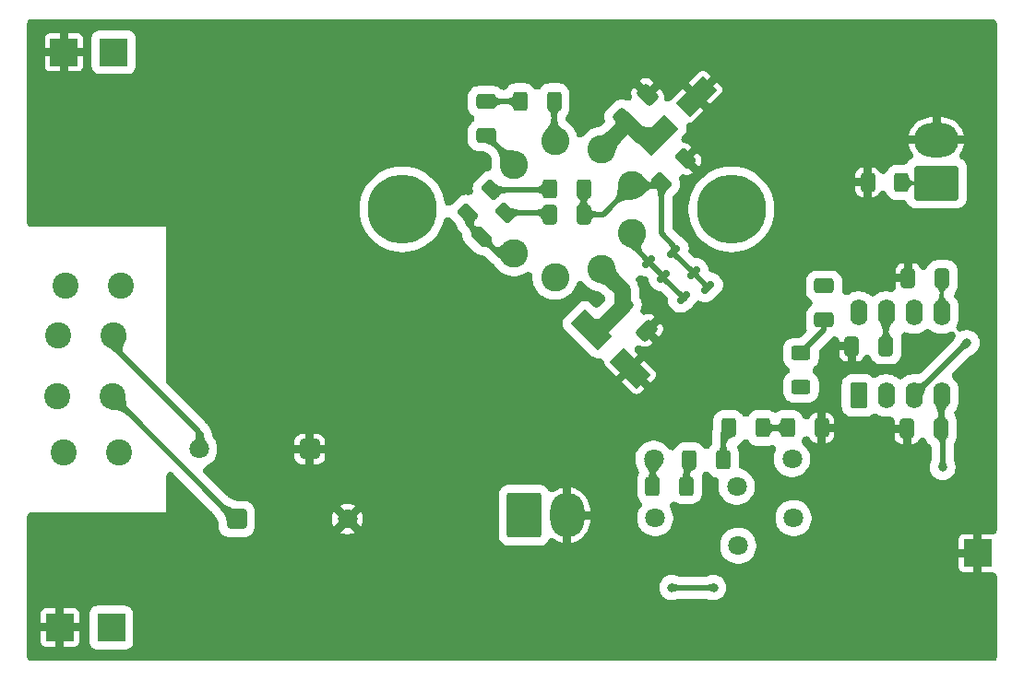
<source format=gbr>
%TF.GenerationSoftware,KiCad,Pcbnew,9.0.5*%
%TF.CreationDate,2025-12-25T12:13:09+01:00*%
%TF.ProjectId,Amplifier Compound,416d706c-6966-4696-9572-20436f6d706f,rev?*%
%TF.SameCoordinates,Original*%
%TF.FileFunction,Copper,L2,Bot*%
%TF.FilePolarity,Positive*%
%FSLAX46Y46*%
G04 Gerber Fmt 4.6, Leading zero omitted, Abs format (unit mm)*
G04 Created by KiCad (PCBNEW 9.0.5) date 2025-12-25 12:13:09*
%MOMM*%
%LPD*%
G01*
G04 APERTURE LIST*
G04 Aperture macros list*
%AMRoundRect*
0 Rectangle with rounded corners*
0 $1 Rounding radius*
0 $2 $3 $4 $5 $6 $7 $8 $9 X,Y pos of 4 corners*
0 Add a 4 corners polygon primitive as box body*
4,1,4,$2,$3,$4,$5,$6,$7,$8,$9,$2,$3,0*
0 Add four circle primitives for the rounded corners*
1,1,$1+$1,$2,$3*
1,1,$1+$1,$4,$5*
1,1,$1+$1,$6,$7*
1,1,$1+$1,$8,$9*
0 Add four rect primitives between the rounded corners*
20,1,$1+$1,$2,$3,$4,$5,0*
20,1,$1+$1,$4,$5,$6,$7,0*
20,1,$1+$1,$6,$7,$8,$9,0*
20,1,$1+$1,$8,$9,$2,$3,0*%
%AMRotRect*
0 Rectangle, with rotation*
0 The origin of the aperture is its center*
0 $1 length*
0 $2 width*
0 $3 Rotation angle, in degrees counterclockwise*
0 Add horizontal line*
21,1,$1,$2,0,0,$3*%
G04 Aperture macros list end*
%TA.AperFunction,ComponentPad*%
%ADD10R,2.500000X2.500000*%
%TD*%
%TA.AperFunction,ComponentPad*%
%ADD11RoundRect,0.250000X0.550000X-0.950000X0.550000X0.950000X-0.550000X0.950000X-0.550000X-0.950000X0*%
%TD*%
%TA.AperFunction,ComponentPad*%
%ADD12O,1.600000X2.400000*%
%TD*%
%TA.AperFunction,ComponentPad*%
%ADD13RoundRect,0.250000X-1.330000X-1.800000X1.330000X-1.800000X1.330000X1.800000X-1.330000X1.800000X0*%
%TD*%
%TA.AperFunction,ComponentPad*%
%ADD14O,3.160000X4.100000*%
%TD*%
%TA.AperFunction,ComponentPad*%
%ADD15C,5.700000*%
%TD*%
%TA.AperFunction,ComponentPad*%
%ADD16C,2.400000*%
%TD*%
%TA.AperFunction,ComponentPad*%
%ADD17C,1.800000*%
%TD*%
%TA.AperFunction,ComponentPad*%
%ADD18RoundRect,0.250000X-0.650000X-0.650000X0.650000X-0.650000X0.650000X0.650000X-0.650000X0.650000X0*%
%TD*%
%TA.AperFunction,ComponentPad*%
%ADD19RoundRect,0.250000X1.800000X-1.330000X1.800000X1.330000X-1.800000X1.330000X-1.800000X-1.330000X0*%
%TD*%
%TA.AperFunction,ComponentPad*%
%ADD20O,4.100000X3.160000*%
%TD*%
%TA.AperFunction,ComponentPad*%
%ADD21C,2.600000*%
%TD*%
%TA.AperFunction,ComponentPad*%
%ADD22C,6.350000*%
%TD*%
%TA.AperFunction,ComponentPad*%
%ADD23RoundRect,0.250000X0.650000X0.650000X-0.650000X0.650000X-0.650000X-0.650000X0.650000X-0.650000X0*%
%TD*%
%TA.AperFunction,SMDPad,CuDef*%
%ADD24RoundRect,0.150000X-0.256326X-0.468458X0.468458X0.256326X0.256326X0.468458X-0.468458X-0.256326X0*%
%TD*%
%TA.AperFunction,SMDPad,CuDef*%
%ADD25RotRect,3.500000X1.800000X225.000000*%
%TD*%
%TA.AperFunction,SMDPad,CuDef*%
%ADD26RoundRect,0.250000X-0.412500X-0.650000X0.412500X-0.650000X0.412500X0.650000X-0.412500X0.650000X0*%
%TD*%
%TA.AperFunction,SMDPad,CuDef*%
%ADD27RoundRect,0.250000X-0.400000X-0.625000X0.400000X-0.625000X0.400000X0.625000X-0.400000X0.625000X0*%
%TD*%
%TA.AperFunction,SMDPad,CuDef*%
%ADD28RoundRect,0.250000X0.159099X-0.724784X0.724784X-0.159099X-0.159099X0.724784X-0.724784X0.159099X0*%
%TD*%
%TA.AperFunction,SMDPad,CuDef*%
%ADD29RoundRect,0.150000X0.256326X0.468458X-0.468458X-0.256326X-0.256326X-0.468458X0.468458X0.256326X0*%
%TD*%
%TA.AperFunction,SMDPad,CuDef*%
%ADD30RoundRect,0.250000X0.625000X-0.400000X0.625000X0.400000X-0.625000X0.400000X-0.625000X-0.400000X0*%
%TD*%
%TA.AperFunction,SMDPad,CuDef*%
%ADD31RotRect,3.500000X1.800000X315.000000*%
%TD*%
%TA.AperFunction,SMDPad,CuDef*%
%ADD32RoundRect,0.250000X-0.650000X0.412500X-0.650000X-0.412500X0.650000X-0.412500X0.650000X0.412500X0*%
%TD*%
%TA.AperFunction,SMDPad,CuDef*%
%ADD33RoundRect,0.250000X-0.751301X-0.167938X-0.167938X-0.751301X0.751301X0.167938X0.167938X0.751301X0*%
%TD*%
%TA.AperFunction,SMDPad,CuDef*%
%ADD34RoundRect,0.250000X0.167938X-0.751301X0.751301X-0.167938X-0.167938X0.751301X-0.751301X0.167938X0*%
%TD*%
%TA.AperFunction,SMDPad,CuDef*%
%ADD35RoundRect,0.250000X0.412500X0.650000X-0.412500X0.650000X-0.412500X-0.650000X0.412500X-0.650000X0*%
%TD*%
%TA.AperFunction,ViaPad*%
%ADD36C,0.800000*%
%TD*%
%TA.AperFunction,Conductor*%
%ADD37C,0.500000*%
%TD*%
%TA.AperFunction,Conductor*%
%ADD38C,1.500000*%
%TD*%
%TA.AperFunction,Conductor*%
%ADD39C,0.250000*%
%TD*%
G04 APERTURE END LIST*
D10*
%TO.P,TP4,1*%
%TO.N,GND*%
X122050000Y-118340000D03*
%TD*%
D11*
%TO.P,U2,1,BAL*%
%TO.N,Net-(U2-BAL)*%
X195360000Y-97030000D03*
D12*
%TO.P,U2,2,-*%
%TO.N,Net-(U2--)*%
X197900000Y-97030000D03*
%TO.P,U2,3,+*%
%TO.N,Net-(U2-+)*%
X200440000Y-97030000D03*
%TO.P,U2,4,V-*%
%TO.N,-VLV*%
X202980000Y-97030000D03*
%TO.P,U2,5,COMP*%
%TO.N,Net-(U2-COMP)*%
X202980000Y-89410000D03*
%TO.P,U2,6*%
%TO.N,/CTRL*%
X200440000Y-89410000D03*
%TO.P,U2,7,V+*%
%TO.N,+VLV*%
X197900000Y-89410000D03*
%TO.P,U2,8,C/B*%
%TO.N,Net-(U2-C{slash}B)*%
X195360000Y-89410000D03*
%TD*%
D13*
%TO.P,J1,1,Pin_1*%
%TO.N,/HVOUT*%
X164660000Y-108025000D03*
D14*
%TO.P,J1,2,Pin_2*%
%TO.N,GND*%
X168620000Y-108025000D03*
%TD*%
D15*
%TO.P,H2,1,1*%
%TO.N,GND*%
X203080000Y-66940000D03*
%TD*%
D16*
%TO.P,R11,1*%
%TO.N,-VLV*%
X126950000Y-91520000D03*
%TO.P,R11,2*%
%TO.N,Net-(R11-Pad2)*%
X121870000Y-91520000D03*
%TD*%
%TO.P,R22,1*%
%TO.N,Net-(R11-Pad2)*%
X122560000Y-86970000D03*
%TO.P,R22,2*%
%TO.N,-VHV*%
X127640000Y-86970000D03*
%TD*%
D10*
%TO.P,TP2,1*%
%TO.N,-VHV*%
X126980000Y-65470000D03*
%TD*%
D17*
%TO.P,RV1,1,1*%
%TO.N,Net-(R19-Pad1)*%
X176540000Y-102850000D03*
%TO.P,RV1,2,2*%
X184160000Y-105390000D03*
%TO.P,RV1,3,3*%
%TO.N,Net-(U2--)*%
X189240000Y-102850000D03*
%TD*%
D16*
%TO.P,R12,1*%
%TO.N,Net-(R12-Pad1)*%
X122360000Y-102290000D03*
%TO.P,R12,2*%
%TO.N,+VHV*%
X127440000Y-102290000D03*
%TD*%
D18*
%TO.P,D5,1,K*%
%TO.N,+VLV*%
X138280000Y-108370000D03*
D17*
%TO.P,D5,2,A*%
%TO.N,GND*%
X148440000Y-108370000D03*
%TD*%
D10*
%TO.P,TP3,1*%
%TO.N,GND*%
X122430000Y-65470000D03*
%TD*%
%TO.P,TP5,1*%
%TO.N,GND*%
X206260000Y-111520000D03*
%TD*%
D19*
%TO.P,J3,1,Pin_1*%
%TO.N,Net-(D16-A2)*%
X202495000Y-77500000D03*
D20*
%TO.P,J3,2,Pin_2*%
%TO.N,GND*%
X202495000Y-73540000D03*
%TD*%
D15*
%TO.P,H4,1,1*%
%TO.N,GND*%
X135620000Y-117010000D03*
%TD*%
D10*
%TO.P,TP1,1*%
%TO.N,+VHV*%
X126760000Y-118360000D03*
%TD*%
D16*
%TO.P,R14,1*%
%TO.N,+VLV*%
X126860000Y-97130000D03*
%TO.P,R14,2*%
%TO.N,Net-(R12-Pad1)*%
X121780000Y-97130000D03*
%TD*%
D15*
%TO.P,H1,1,1*%
%TO.N,GND*%
X203110000Y-116900000D03*
%TD*%
%TO.P,H3,1,1*%
%TO.N,GND*%
X135620000Y-66940000D03*
%TD*%
D17*
%TO.P,RV2,1,1*%
%TO.N,Net-(U2-C{slash}B)*%
X176690000Y-108290000D03*
%TO.P,RV2,2,2*%
%TO.N,+VLV*%
X184310000Y-110830000D03*
%TO.P,RV2,3,3*%
%TO.N,Net-(U2-BAL)*%
X189390000Y-108290000D03*
%TD*%
D21*
%TO.P,U1,1,OUT*%
%TO.N,Net-(U1-OUT)*%
X163720000Y-83990000D03*
%TO.P,U1,2,CL*%
%TO.N,Net-(U1-CL)*%
X167480000Y-86160000D03*
%TO.P,U1,3,+VS*%
%TO.N,+VHV*%
X171760000Y-85410000D03*
%TO.P,U1,4,+IN*%
%TO.N,Net-(Q1-G)*%
X174550000Y-82080000D03*
%TO.P,U1,5,-IN*%
%TO.N,Net-(Q1-D)*%
X174550000Y-77740000D03*
%TO.P,U1,6,-VS*%
%TO.N,-VHV*%
X171760000Y-74410000D03*
%TO.P,U1,7,RC*%
%TO.N,Net-(U1-RC)*%
X167480000Y-73660000D03*
%TO.P,U1,8,CC*%
%TO.N,Net-(U1-CC)*%
X163720000Y-75830000D03*
D22*
%TO.P,U1,C*%
%TO.N,N/C*%
X153480000Y-79910000D03*
X183680000Y-79910000D03*
%TD*%
D23*
%TO.P,D6,1,K*%
%TO.N,GND*%
X144980000Y-101950000D03*
D17*
%TO.P,D6,2,A*%
%TO.N,-VLV*%
X134820000Y-101950000D03*
%TD*%
D24*
%TO.P,Q2,1,D*%
%TO.N,Net-(Q1-G)*%
X177450260Y-86043243D03*
%TO.P,Q2,2,S*%
X176106758Y-84699741D03*
%TO.P,Q2,3,G*%
%TO.N,Net-(Q1-D)*%
X178387177Y-83762824D03*
%TD*%
D25*
%TO.P,D4,1,K*%
%TO.N,GND*%
X180448319Y-69555300D03*
%TO.P,D4,2,A*%
%TO.N,-VHV*%
X176912785Y-73090834D03*
%TD*%
D26*
%TO.P,C8,1*%
%TO.N,GND*%
X199817500Y-100090000D03*
%TO.P,C8,2*%
%TO.N,-VLV*%
X202942500Y-100090000D03*
%TD*%
D27*
%TO.P,R7,1*%
%TO.N,Net-(R2-Pad2)*%
X183430000Y-100010000D03*
%TO.P,R7,2*%
%TO.N,Net-(R20-Pad1)*%
X186530000Y-100010000D03*
%TD*%
D28*
%TO.P,R10,1*%
%TO.N,Net-(U1-OUT)*%
X159483984Y-80326016D03*
%TO.P,R10,2*%
%TO.N,Net-(R10-Pad2)*%
X161676016Y-78133984D03*
%TD*%
D29*
%TO.P,Q1,1,D*%
%TO.N,Net-(Q1-D)*%
X180189740Y-85756757D03*
%TO.P,Q1,2,S*%
X181533242Y-87100259D03*
%TO.P,Q1,3,G*%
%TO.N,Net-(Q1-G)*%
X179252823Y-88037176D03*
%TD*%
D27*
%TO.P,R2,1*%
%TO.N,Net-(R19-Pad2)*%
X179830000Y-102970000D03*
%TO.P,R2,2*%
%TO.N,Net-(R2-Pad2)*%
X182930000Y-102970000D03*
%TD*%
D30*
%TO.P,R24,1*%
%TO.N,Net-(U2--)*%
X190070000Y-96250000D03*
%TO.P,R24,2*%
%TO.N,Net-(C11-Pad2)*%
X190070000Y-93150000D03*
%TD*%
D27*
%TO.P,R3,1*%
%TO.N,Net-(R10-Pad2)*%
X167009999Y-78020000D03*
%TO.P,R3,2*%
%TO.N,Net-(Q1-D)*%
X170110001Y-78020000D03*
%TD*%
D28*
%TO.P,R13,1*%
%TO.N,Net-(Q1-D)*%
X177233984Y-77476016D03*
%TO.P,R13,2*%
%TO.N,GND*%
X179426016Y-75283984D03*
%TD*%
%TO.P,R9,1*%
%TO.N,Net-(U1-OUT)*%
X160717968Y-82422032D03*
%TO.P,R9,2*%
%TO.N,Net-(C10-Pad2)*%
X162910000Y-80230000D03*
%TD*%
D27*
%TO.P,R1,1*%
%TO.N,Net-(C1-Pad1)*%
X164302000Y-69978000D03*
%TO.P,R1,2*%
%TO.N,Net-(U1-RC)*%
X167402000Y-69978000D03*
%TD*%
D31*
%TO.P,D3,1,K*%
%TO.N,+VHV*%
X170832785Y-90975300D03*
%TO.P,D3,2,A*%
%TO.N,GND*%
X174368319Y-94510834D03*
%TD*%
D32*
%TO.P,C11,1*%
%TO.N,/CTRL*%
X192180000Y-86965000D03*
%TO.P,C11,2*%
%TO.N,Net-(C11-Pad2)*%
X192180000Y-90090000D03*
%TD*%
D33*
%TO.P,C3,1*%
%TO.N,+VHV*%
X173680552Y-88843067D03*
%TO.P,C3,2*%
%TO.N,GND*%
X175890260Y-91052775D03*
%TD*%
D26*
%TO.P,C9,1*%
%TO.N,GND*%
X194727500Y-92500000D03*
%TO.P,C9,2*%
%TO.N,+VLV*%
X197852500Y-92500000D03*
%TD*%
D27*
%TO.P,R19,1*%
%TO.N,Net-(R19-Pad1)*%
X176450000Y-105360000D03*
%TO.P,R19,2*%
%TO.N,Net-(R19-Pad2)*%
X179550000Y-105360000D03*
%TD*%
%TO.P,R17,1*%
%TO.N,GND*%
X196190000Y-77440000D03*
%TO.P,R17,2*%
%TO.N,Net-(D16-A2)*%
X199290000Y-77440000D03*
%TD*%
D34*
%TO.P,C4,1*%
%TO.N,-VHV*%
X173785698Y-71577921D03*
%TO.P,C4,2*%
%TO.N,GND*%
X175995406Y-69368213D03*
%TD*%
D35*
%TO.P,C10,1*%
%TO.N,Net-(Q1-D)*%
X170122500Y-80380000D03*
%TO.P,C10,2*%
%TO.N,Net-(C10-Pad2)*%
X166997500Y-80380000D03*
%TD*%
D26*
%TO.P,C7,1*%
%TO.N,GND*%
X199897500Y-86250000D03*
%TO.P,C7,2*%
%TO.N,Net-(U2-COMP)*%
X203022500Y-86250000D03*
%TD*%
D32*
%TO.P,C1,1*%
%TO.N,Net-(C1-Pad1)*%
X161152000Y-70015500D03*
%TO.P,C1,2*%
%TO.N,Net-(U1-CC)*%
X161152000Y-73140500D03*
%TD*%
D27*
%TO.P,R20,1*%
%TO.N,Net-(R20-Pad1)*%
X188860000Y-100000000D03*
%TO.P,R20,2*%
%TO.N,GND*%
X191960000Y-100000000D03*
%TD*%
D36*
%TO.N,GND*%
X171220000Y-66940000D03*
X175890260Y-91052775D03*
X188010000Y-78630000D03*
X156540000Y-72220000D03*
X149420000Y-82390000D03*
X160600000Y-90590000D03*
X140680000Y-81210000D03*
X184140000Y-74470000D03*
X151960000Y-75360000D03*
X197240000Y-82660000D03*
X139310000Y-82710000D03*
X136180000Y-104060000D03*
X150350000Y-112430000D03*
X140680000Y-82730000D03*
X182530000Y-73450000D03*
X182400000Y-109730000D03*
X177670000Y-89630000D03*
X191030000Y-98070000D03*
X172780000Y-67390000D03*
X159990000Y-112380000D03*
X169770000Y-93150000D03*
X187560000Y-116900000D03*
X138010000Y-82740000D03*
X159220000Y-89640000D03*
X137960000Y-105930000D03*
X150650000Y-76030000D03*
X158280000Y-112400000D03*
X157800000Y-118710000D03*
X186760000Y-83320000D03*
X156760000Y-112420000D03*
X188120000Y-80420000D03*
X190090000Y-91000000D03*
X187240000Y-108000000D03*
X182890000Y-85970000D03*
X165980000Y-63860000D03*
X160910000Y-118690000D03*
X152980000Y-118750000D03*
X151970000Y-84640000D03*
X157750000Y-71350000D03*
X139310000Y-81190000D03*
X186580000Y-76260000D03*
X161160000Y-63870000D03*
X185480000Y-84220000D03*
X135590000Y-81560000D03*
X167570000Y-63860000D03*
X139430000Y-85980000D03*
X149750000Y-118760000D03*
X187700000Y-82040000D03*
X140680000Y-79670000D03*
X154510000Y-86550000D03*
X164270000Y-63850000D03*
X154300000Y-73850000D03*
X173910000Y-63800000D03*
X187400000Y-77180000D03*
X185610000Y-75500000D03*
X148790000Y-80710000D03*
X174290000Y-68010000D03*
X153180000Y-74540000D03*
X163100000Y-67850000D03*
X169090000Y-63840000D03*
X155330000Y-73080000D03*
X188250000Y-94610000D03*
X139310000Y-79650000D03*
X148160000Y-118760000D03*
X193380000Y-96130000D03*
X168480000Y-93150000D03*
X180970000Y-72420000D03*
X170800000Y-63820000D03*
X194727500Y-92500000D03*
X158090000Y-88860000D03*
X184090000Y-85030000D03*
X151270000Y-118740000D03*
X154570000Y-118750000D03*
X188020000Y-92290000D03*
X159390000Y-118710000D03*
X166980000Y-93090000D03*
X192210000Y-96110000D03*
X191960000Y-100000000D03*
X150500000Y-83510000D03*
X148790000Y-78940000D03*
X153460000Y-112410000D03*
X137000000Y-104960000D03*
X192790000Y-92700000D03*
X151940000Y-112430000D03*
X155170000Y-112420000D03*
X138010000Y-81220000D03*
X156090000Y-118730000D03*
X187860000Y-96590000D03*
X162750000Y-63870000D03*
X172390000Y-63820000D03*
X182710000Y-116970000D03*
X138010000Y-79680000D03*
X153260000Y-85500000D03*
X149470000Y-77170000D03*
%TO.N,/CTRL*%
X192230000Y-86860000D03*
%TO.N,-VLV*%
X182060000Y-114680000D03*
X178220000Y-114680000D03*
X203070000Y-103640000D03*
%TO.N,Net-(U2--)*%
X190070000Y-96250000D03*
%TO.N,Net-(U2-+)*%
X205295000Y-92175000D03*
%TO.N,Net-(Q1-G)*%
X179252823Y-88037176D03*
%TD*%
D37*
%TO.N,Net-(C1-Pad1)*%
X161152000Y-70015500D02*
X164264500Y-70015500D01*
%TO.N,Net-(U1-CC)*%
X163720000Y-75708500D02*
X161152000Y-73140500D01*
%TO.N,Net-(R2-Pad2)*%
X182930000Y-102970000D02*
X182930000Y-100510000D01*
X182930000Y-100510000D02*
X183430000Y-100010000D01*
D38*
%TO.N,+VHV*%
X171548319Y-90975300D02*
X173680552Y-88843067D01*
X173680552Y-87330552D02*
X171760000Y-85410000D01*
X173680552Y-88843067D02*
X173680552Y-87330552D01*
X170832785Y-90975300D02*
X171548319Y-90975300D01*
%TO.N,-VHV*%
X176912785Y-73090834D02*
X175298611Y-73090834D01*
X175298611Y-73090834D02*
X173785698Y-71577921D01*
X173785698Y-71577921D02*
X173785698Y-72384302D01*
X173785698Y-72384302D02*
X171760000Y-74410000D01*
D37*
%TO.N,+VLV*%
X138280000Y-108370000D02*
X138100000Y-108370000D01*
X197852500Y-92500000D02*
X197852500Y-89457500D01*
X138100000Y-108370000D02*
X126860000Y-97130000D01*
%TO.N,-VLV*%
X203070000Y-103640000D02*
X203070000Y-100217500D01*
X202942500Y-100090000D02*
X202942500Y-97067500D01*
X134780000Y-100310000D02*
X134780000Y-101910000D01*
X126950000Y-92480000D02*
X134780000Y-100310000D01*
X178220000Y-114680000D02*
X182060000Y-114680000D01*
X126950000Y-91520000D02*
X126950000Y-92480000D01*
X134780000Y-101910000D02*
X134820000Y-101950000D01*
D39*
%TO.N,Net-(U2-COMP)*%
X202980000Y-89410000D02*
X202980000Y-86292500D01*
%TO.N,Net-(D16-A2)*%
X199350000Y-77500000D02*
X199290000Y-77440000D01*
X202495000Y-77500000D02*
X199350000Y-77500000D01*
D37*
%TO.N,Net-(U1-RC)*%
X167402000Y-69978000D02*
X167402000Y-73582000D01*
%TO.N,Net-(R19-Pad2)*%
X179550000Y-105360000D02*
X179550000Y-103250000D01*
%TO.N,Net-(C10-Pad2)*%
X166847500Y-80230000D02*
X166997500Y-80380000D01*
X162910000Y-80230000D02*
X166847500Y-80230000D01*
%TO.N,Net-(R20-Pad1)*%
X188860000Y-100000000D02*
X186540000Y-100000000D01*
%TO.N,Net-(R19-Pad1)*%
X176450000Y-105360000D02*
X176450000Y-102940000D01*
%TO.N,Net-(R10-Pad2)*%
X161676016Y-78133984D02*
X166896015Y-78133984D01*
X166896015Y-78133984D02*
X167009999Y-78020000D01*
%TO.N,Net-(U2-+)*%
X200440000Y-97030000D02*
X205295000Y-92175000D01*
%TO.N,Net-(Q1-D)*%
X178387177Y-83954194D02*
X180189740Y-85756757D01*
X178387177Y-83762824D02*
X178387177Y-83954194D01*
X177233984Y-77476016D02*
X177233984Y-82113984D01*
X174550000Y-77740000D02*
X176970000Y-77740000D01*
X177233984Y-82113984D02*
X178387177Y-83267177D01*
X170110001Y-78020000D02*
X170110001Y-80367501D01*
X178387177Y-83267177D02*
X178387177Y-83762824D01*
X170110001Y-80367501D02*
X170122500Y-80380000D01*
X176970000Y-77740000D02*
X177233984Y-77476016D01*
X170390001Y-77740000D02*
X170110001Y-78020000D01*
X180189740Y-85756757D02*
X181533242Y-87100259D01*
X171910000Y-80380000D02*
X174550000Y-77740000D01*
X170122500Y-80380000D02*
X171910000Y-80380000D01*
%TO.N,Net-(Q1-G)*%
X176106758Y-84699741D02*
X177450260Y-86043243D01*
X174550000Y-82080000D02*
X174550000Y-83142983D01*
X174550000Y-83142983D02*
X176106758Y-84699741D01*
X177450260Y-86234613D02*
X179252823Y-88037176D01*
X177450260Y-86043243D02*
X177450260Y-86234613D01*
%TO.N,Net-(U1-OUT)*%
X159483984Y-81188048D02*
X160717968Y-82422032D01*
X163720000Y-83990000D02*
X163670000Y-84040000D01*
X160717968Y-82422032D02*
X162285936Y-83990000D01*
X162285936Y-83990000D02*
X163720000Y-83990000D01*
X159483984Y-80326016D02*
X159483984Y-81188048D01*
%TO.N,Net-(C11-Pad2)*%
X190070000Y-93110000D02*
X190070000Y-93150000D01*
X192180000Y-91000000D02*
X190070000Y-93110000D01*
X192180000Y-90090000D02*
X192180000Y-91000000D01*
%TD*%
%TA.AperFunction,Conductor*%
%TO.N,GND*%
G36*
X207782886Y-62451089D02*
G01*
X207892901Y-62510627D01*
X207977623Y-62602660D01*
X208027872Y-62717216D01*
X208039500Y-62810500D01*
X208039500Y-109398740D01*
X208018911Y-109522126D01*
X207959373Y-109632141D01*
X207867340Y-109716863D01*
X207752784Y-109767112D01*
X207628120Y-109777442D01*
X207618883Y-109776563D01*
X207557839Y-109770000D01*
X206641001Y-109770000D01*
X206641000Y-109770001D01*
X206641000Y-111052473D01*
X206628408Y-111039881D01*
X206491591Y-110960889D01*
X206338991Y-110920000D01*
X206181009Y-110920000D01*
X206028409Y-110960889D01*
X205891592Y-111039881D01*
X205879000Y-111052473D01*
X205879000Y-109770001D01*
X205878999Y-109770000D01*
X204962167Y-109770000D01*
X204902625Y-109776401D01*
X204902622Y-109776402D01*
X204767912Y-109826646D01*
X204652811Y-109912810D01*
X204652810Y-109912811D01*
X204566646Y-110027912D01*
X204516402Y-110162622D01*
X204516401Y-110162625D01*
X204510000Y-110222167D01*
X204510000Y-111138999D01*
X204510001Y-111139000D01*
X205792473Y-111139000D01*
X205779881Y-111151592D01*
X205700889Y-111288409D01*
X205660000Y-111441009D01*
X205660000Y-111598991D01*
X205700889Y-111751591D01*
X205779881Y-111888408D01*
X205792473Y-111901000D01*
X204510001Y-111901000D01*
X204510000Y-111901001D01*
X204510000Y-112817832D01*
X204516401Y-112877374D01*
X204516402Y-112877377D01*
X204566646Y-113012087D01*
X204652810Y-113127188D01*
X204652811Y-113127189D01*
X204767912Y-113213353D01*
X204902622Y-113263597D01*
X204902625Y-113263598D01*
X204962167Y-113269999D01*
X204962174Y-113270000D01*
X205878999Y-113270000D01*
X205879000Y-113269999D01*
X205879000Y-111987527D01*
X205891592Y-112000119D01*
X206028409Y-112079111D01*
X206181009Y-112120000D01*
X206338991Y-112120000D01*
X206491591Y-112079111D01*
X206628408Y-112000119D01*
X206641000Y-111987527D01*
X206641000Y-113269999D01*
X206641001Y-113270000D01*
X207557826Y-113270000D01*
X207557827Y-113269999D01*
X207618878Y-113263436D01*
X207743758Y-113270718D01*
X207859507Y-113318153D01*
X207953582Y-113400602D01*
X208015789Y-113509130D01*
X208039387Y-113631976D01*
X208039500Y-113641259D01*
X208039500Y-121049500D01*
X208018911Y-121172886D01*
X207959373Y-121282901D01*
X207867340Y-121367623D01*
X207752784Y-121417872D01*
X207659500Y-121429500D01*
X119420500Y-121429500D01*
X119297114Y-121408911D01*
X119187099Y-121349373D01*
X119102377Y-121257340D01*
X119052128Y-121142784D01*
X119040500Y-121049500D01*
X119040500Y-117042167D01*
X120300000Y-117042167D01*
X120300000Y-117958999D01*
X120300001Y-117959000D01*
X121582473Y-117959000D01*
X121569881Y-117971592D01*
X121490889Y-118108409D01*
X121450000Y-118261009D01*
X121450000Y-118418991D01*
X121490889Y-118571591D01*
X121569881Y-118708408D01*
X121582473Y-118721000D01*
X120300001Y-118721000D01*
X120300000Y-118721001D01*
X120300000Y-119637832D01*
X120306401Y-119697374D01*
X120306402Y-119697377D01*
X120356646Y-119832087D01*
X120442810Y-119947188D01*
X120442811Y-119947189D01*
X120557912Y-120033353D01*
X120692622Y-120083597D01*
X120692625Y-120083598D01*
X120752167Y-120089999D01*
X120752174Y-120090000D01*
X121668999Y-120090000D01*
X121669000Y-120089999D01*
X121669000Y-118807527D01*
X121681592Y-118820119D01*
X121818409Y-118899111D01*
X121971009Y-118940000D01*
X122128991Y-118940000D01*
X122281591Y-118899111D01*
X122418408Y-118820119D01*
X122431000Y-118807527D01*
X122431000Y-120089999D01*
X122431001Y-120090000D01*
X123347826Y-120090000D01*
X123347832Y-120089999D01*
X123407374Y-120083598D01*
X123407377Y-120083597D01*
X123542087Y-120033353D01*
X123657188Y-119947189D01*
X123657189Y-119947188D01*
X123743353Y-119832087D01*
X123793597Y-119697377D01*
X123793598Y-119697374D01*
X123799999Y-119637832D01*
X123800000Y-119637825D01*
X123800000Y-118721001D01*
X123799999Y-118721000D01*
X122517527Y-118721000D01*
X122530119Y-118708408D01*
X122609111Y-118571591D01*
X122650000Y-118418991D01*
X122650000Y-118261009D01*
X122609111Y-118108409D01*
X122530119Y-117971592D01*
X122517527Y-117959000D01*
X123799999Y-117959000D01*
X123800000Y-117958999D01*
X123800000Y-117059189D01*
X124747500Y-117059189D01*
X124747500Y-117059197D01*
X124747500Y-117059198D01*
X124747500Y-119660807D01*
X124751236Y-119697374D01*
X124758169Y-119765241D01*
X124758171Y-119765245D01*
X124814237Y-119934442D01*
X124907808Y-120086145D01*
X124907809Y-120086146D01*
X124907811Y-120086149D01*
X125033851Y-120212189D01*
X125185560Y-120305764D01*
X125354752Y-120361829D01*
X125354754Y-120361830D01*
X125354756Y-120361830D01*
X125354759Y-120361831D01*
X125459189Y-120372500D01*
X128060810Y-120372499D01*
X128165241Y-120361831D01*
X128334440Y-120305764D01*
X128486149Y-120212189D01*
X128612189Y-120086149D01*
X128705764Y-119934440D01*
X128761831Y-119765241D01*
X128772500Y-119660811D01*
X128772499Y-117059190D01*
X128761831Y-116954759D01*
X128705764Y-116785560D01*
X128612189Y-116633851D01*
X128486149Y-116507811D01*
X128486146Y-116507809D01*
X128486145Y-116507808D01*
X128380681Y-116442758D01*
X128334440Y-116414236D01*
X128334439Y-116414235D01*
X128165247Y-116358170D01*
X128165245Y-116358169D01*
X128135403Y-116355120D01*
X128060811Y-116347500D01*
X128060801Y-116347500D01*
X125459192Y-116347500D01*
X125354758Y-116358169D01*
X125354756Y-116358170D01*
X125185557Y-116414237D01*
X125033854Y-116507808D01*
X124907808Y-116633854D01*
X124814235Y-116785560D01*
X124758170Y-116954752D01*
X124758169Y-116954754D01*
X124755322Y-116982622D01*
X124747500Y-117059189D01*
X123800000Y-117059189D01*
X123800000Y-117042174D01*
X123799999Y-117042167D01*
X123793598Y-116982625D01*
X123793597Y-116982622D01*
X123743353Y-116847912D01*
X123657189Y-116732811D01*
X123657188Y-116732810D01*
X123542087Y-116646646D01*
X123407377Y-116596402D01*
X123407374Y-116596401D01*
X123347832Y-116590000D01*
X122431001Y-116590000D01*
X122431000Y-116590001D01*
X122431000Y-117872473D01*
X122418408Y-117859881D01*
X122281591Y-117780889D01*
X122128991Y-117740000D01*
X121971009Y-117740000D01*
X121818409Y-117780889D01*
X121681592Y-117859881D01*
X121669000Y-117872473D01*
X121669000Y-116590001D01*
X121668999Y-116590000D01*
X120752167Y-116590000D01*
X120692625Y-116596401D01*
X120692622Y-116596402D01*
X120557912Y-116646646D01*
X120442811Y-116732810D01*
X120442810Y-116732811D01*
X120356646Y-116847912D01*
X120306402Y-116982622D01*
X120306401Y-116982625D01*
X120300000Y-117042167D01*
X119040500Y-117042167D01*
X119040500Y-114588509D01*
X177057500Y-114588509D01*
X177057500Y-114771491D01*
X177086124Y-114952218D01*
X177142668Y-115126245D01*
X177199126Y-115237049D01*
X177225741Y-115289283D01*
X177333294Y-115437318D01*
X177462682Y-115566706D01*
X177610717Y-115674259D01*
X177715175Y-115727483D01*
X177773754Y-115757331D01*
X177816432Y-115771197D01*
X177947781Y-115813876D01*
X178128509Y-115842500D01*
X178128512Y-115842500D01*
X178311493Y-115842500D01*
X178470862Y-115817258D01*
X178470861Y-115817258D01*
X178492146Y-115813887D01*
X178500564Y-115812712D01*
X178734811Y-115752662D01*
X178757736Y-115746405D01*
X178758430Y-115746204D01*
X178781001Y-115739289D01*
X178808136Y-115730516D01*
X178873052Y-115712823D01*
X178960286Y-115699663D01*
X179026605Y-115697450D01*
X179044418Y-115695497D01*
X179051145Y-115694761D01*
X179092537Y-115692500D01*
X181192146Y-115692500D01*
X181215050Y-115693191D01*
X181231160Y-115694163D01*
X181253665Y-115697455D01*
X181324287Y-115699787D01*
X181329469Y-115700100D01*
X181342977Y-115703201D01*
X181406143Y-115712688D01*
X181471000Y-115730299D01*
X181483420Y-115733900D01*
X181516516Y-115744108D01*
X181585351Y-115765339D01*
X181609696Y-115772410D01*
X181610448Y-115772615D01*
X181635440Y-115778979D01*
X181793320Y-115816368D01*
X181804724Y-115818977D01*
X181805109Y-115819062D01*
X181870918Y-115827255D01*
X181883394Y-115829019D01*
X181968509Y-115842500D01*
X181968511Y-115842500D01*
X182151488Y-115842500D01*
X182151491Y-115842500D01*
X182332219Y-115813876D01*
X182506245Y-115757331D01*
X182669283Y-115674259D01*
X182817318Y-115566706D01*
X182946706Y-115437318D01*
X183054259Y-115289283D01*
X183137331Y-115126245D01*
X183193876Y-114952219D01*
X183222500Y-114771491D01*
X183222500Y-114588509D01*
X183193876Y-114407781D01*
X183137331Y-114233755D01*
X183137331Y-114233754D01*
X183108563Y-114177296D01*
X183054259Y-114070717D01*
X182946706Y-113922682D01*
X182817318Y-113793294D01*
X182669283Y-113685741D01*
X182593591Y-113647174D01*
X182506245Y-113602668D01*
X182374896Y-113559990D01*
X182332219Y-113546124D01*
X182151491Y-113517500D01*
X181968509Y-113517500D01*
X181809180Y-113542732D01*
X181809160Y-113542737D01*
X181787914Y-113546102D01*
X181779435Y-113547287D01*
X181545164Y-113607343D01*
X181522037Y-113613658D01*
X181521392Y-113613845D01*
X181499022Y-113620702D01*
X181471849Y-113629486D01*
X181460830Y-113632488D01*
X181460741Y-113632512D01*
X181406943Y-113647174D01*
X181319708Y-113660334D01*
X181253400Y-113662548D01*
X181253381Y-113662549D01*
X181237982Y-113664237D01*
X181228875Y-113665236D01*
X181187462Y-113667500D01*
X179087857Y-113667500D01*
X179064949Y-113666809D01*
X179048843Y-113665836D01*
X179026330Y-113662544D01*
X178955715Y-113660211D01*
X178950519Y-113659898D01*
X178937007Y-113656796D01*
X178873846Y-113647309D01*
X178870182Y-113646314D01*
X178809056Y-113629715D01*
X178796660Y-113626122D01*
X178765114Y-113616392D01*
X178765088Y-113616384D01*
X178764955Y-113616343D01*
X178764895Y-113616324D01*
X178764850Y-113616310D01*
X178764849Y-113616310D01*
X178694631Y-113594654D01*
X178677037Y-113589537D01*
X178670895Y-113587751D01*
X178670182Y-113587556D01*
X178658720Y-113584632D01*
X178644570Y-113581023D01*
X178594386Y-113569139D01*
X178486628Y-113543620D01*
X178474840Y-113540926D01*
X178474808Y-113540919D01*
X178474505Y-113540852D01*
X178474484Y-113540849D01*
X178408569Y-113532659D01*
X178395983Y-113530881D01*
X178311495Y-113517500D01*
X178311491Y-113517500D01*
X178128509Y-113517500D01*
X177969198Y-113542732D01*
X177947781Y-113546124D01*
X177773754Y-113602668D01*
X177610713Y-113685743D01*
X177462685Y-113793291D01*
X177333291Y-113922685D01*
X177225743Y-114070713D01*
X177142668Y-114233754D01*
X177086124Y-114407781D01*
X177057500Y-114588509D01*
X119040500Y-114588509D01*
X119040500Y-108147764D01*
X119061089Y-108024378D01*
X119120627Y-107914363D01*
X119212660Y-107829641D01*
X119327216Y-107779392D01*
X119420500Y-107767764D01*
X131819999Y-107767764D01*
X131820000Y-107767764D01*
X131820000Y-104439293D01*
X131840589Y-104315907D01*
X131900127Y-104205892D01*
X131992160Y-104121170D01*
X132106716Y-104070921D01*
X132231380Y-104060591D01*
X132352644Y-104091299D01*
X132457367Y-104159718D01*
X132468701Y-104170592D01*
X135972207Y-107674098D01*
X135989870Y-107693008D01*
X136003373Y-107708488D01*
X136009427Y-107717163D01*
X136189271Y-107921605D01*
X136189840Y-107922257D01*
X136190084Y-107922653D01*
X136207867Y-107944571D01*
X136236855Y-107983360D01*
X136278669Y-108039314D01*
X136290605Y-108056230D01*
X136369699Y-108175057D01*
X136381060Y-108193213D01*
X136427865Y-108272936D01*
X136442742Y-108298275D01*
X136453866Y-108318621D01*
X136506670Y-108422612D01*
X136517355Y-108445510D01*
X136532147Y-108480178D01*
X136548864Y-108519358D01*
X136558848Y-108545359D01*
X136580817Y-108609510D01*
X136589636Y-108639148D01*
X136597403Y-108669757D01*
X136604318Y-108703276D01*
X136606200Y-108715057D01*
X136610470Y-108755752D01*
X136612616Y-108798079D01*
X136612616Y-108798080D01*
X136613581Y-108804741D01*
X136617500Y-108859176D01*
X136617500Y-109069734D01*
X136617502Y-109069759D01*
X136632148Y-109218477D01*
X136632150Y-109218488D01*
X136690044Y-109409337D01*
X136690049Y-109409348D01*
X136784059Y-109585230D01*
X136784062Y-109585234D01*
X136784064Y-109585237D01*
X136910590Y-109739410D01*
X137064763Y-109865936D01*
X137064766Y-109865937D01*
X137064769Y-109865940D01*
X137197419Y-109936842D01*
X137240658Y-109959954D01*
X137240662Y-109959955D01*
X137240664Y-109959956D01*
X137300565Y-109978126D01*
X137431515Y-110017850D01*
X137580259Y-110032500D01*
X138979740Y-110032499D01*
X139035944Y-110026963D01*
X139128477Y-110017851D01*
X139128479Y-110017850D01*
X139128485Y-110017850D01*
X139319342Y-109959954D01*
X139451998Y-109889047D01*
X139495230Y-109865940D01*
X139495230Y-109865939D01*
X139495237Y-109865936D01*
X139649410Y-109739410D01*
X139769757Y-109592766D01*
X147756049Y-109592766D01*
X147902580Y-109667428D01*
X147902586Y-109667431D01*
X148112165Y-109735526D01*
X148329821Y-109770000D01*
X148550179Y-109770000D01*
X148767833Y-109735526D01*
X148767836Y-109735526D01*
X148977410Y-109667431D01*
X149123949Y-109592766D01*
X149123949Y-109592765D01*
X148440000Y-108908815D01*
X147756049Y-109592766D01*
X139769757Y-109592766D01*
X139775936Y-109585237D01*
X139869954Y-109409342D01*
X139927850Y-109218485D01*
X139942500Y-109069741D01*
X139942499Y-108259821D01*
X147040000Y-108259821D01*
X147040000Y-108480178D01*
X147074473Y-108697832D01*
X147142570Y-108907414D01*
X147217232Y-109053949D01*
X147901183Y-108370000D01*
X147841939Y-108310756D01*
X147990000Y-108310756D01*
X147990000Y-108429244D01*
X148020667Y-108543694D01*
X148079910Y-108646306D01*
X148163694Y-108730090D01*
X148266306Y-108789333D01*
X148380756Y-108820000D01*
X148499244Y-108820000D01*
X148613694Y-108789333D01*
X148716306Y-108730090D01*
X148800090Y-108646306D01*
X148859333Y-108543694D01*
X148890000Y-108429244D01*
X148890000Y-108370000D01*
X148978815Y-108370000D01*
X149662765Y-109053949D01*
X149662766Y-109053949D01*
X149737431Y-108907410D01*
X149805526Y-108697836D01*
X149805526Y-108697833D01*
X149840000Y-108480178D01*
X149840000Y-108259821D01*
X149805526Y-108042166D01*
X149805526Y-108042163D01*
X149737431Y-107832586D01*
X149737428Y-107832580D01*
X149662766Y-107686049D01*
X148978815Y-108370000D01*
X148890000Y-108370000D01*
X148890000Y-108310756D01*
X148859333Y-108196306D01*
X148800090Y-108093694D01*
X148716306Y-108009910D01*
X148613694Y-107950667D01*
X148499244Y-107920000D01*
X148380756Y-107920000D01*
X148266306Y-107950667D01*
X148163694Y-108009910D01*
X148079910Y-108093694D01*
X148020667Y-108196306D01*
X147990000Y-108310756D01*
X147841939Y-108310756D01*
X147217232Y-107686049D01*
X147142571Y-107832582D01*
X147142569Y-107832587D01*
X147074473Y-108042167D01*
X147040000Y-108259821D01*
X139942499Y-108259821D01*
X139942499Y-107670260D01*
X139927850Y-107521515D01*
X139916214Y-107483156D01*
X139887754Y-107389336D01*
X139887753Y-107389333D01*
X139869954Y-107330659D01*
X139869950Y-107330651D01*
X139775940Y-107154769D01*
X139775937Y-107154766D01*
X139775936Y-107154763D01*
X139769755Y-107147232D01*
X147756049Y-107147232D01*
X148440000Y-107831183D01*
X149123950Y-107147233D01*
X148977414Y-107072570D01*
X148767832Y-107004473D01*
X148550179Y-106970000D01*
X148329821Y-106970000D01*
X148112167Y-107004473D01*
X147902587Y-107072569D01*
X147902582Y-107072571D01*
X147756049Y-107147232D01*
X139769755Y-107147232D01*
X139649410Y-107000590D01*
X139495237Y-106874064D01*
X139495234Y-106874062D01*
X139495230Y-106874059D01*
X139319348Y-106780049D01*
X139319335Y-106780043D01*
X139128486Y-106722150D01*
X138979751Y-106707500D01*
X138979741Y-106707500D01*
X138596940Y-106707500D01*
X138551034Y-106705397D01*
X138519409Y-106707500D01*
X138358975Y-106707500D01*
X138323583Y-106705848D01*
X138314988Y-106705044D01*
X138262481Y-106696390D01*
X138144190Y-106668265D01*
X138098785Y-106654422D01*
X137944879Y-106596768D01*
X137904288Y-106578793D01*
X137758595Y-106503809D01*
X137758590Y-106503807D01*
X137725367Y-106486708D01*
X137695981Y-106469887D01*
X137692621Y-106467759D01*
X137692604Y-106467748D01*
X137636426Y-106432168D01*
X137616175Y-106418408D01*
X137568728Y-106383885D01*
X137541809Y-106362366D01*
X137446170Y-106278528D01*
X137446146Y-106278508D01*
X137442040Y-106275374D01*
X137403918Y-106242027D01*
X137337139Y-106175248D01*
X162317500Y-106175248D01*
X162317500Y-109874736D01*
X162317502Y-109874759D01*
X162332148Y-110023477D01*
X162332150Y-110023488D01*
X162390044Y-110214337D01*
X162390049Y-110214348D01*
X162484059Y-110390230D01*
X162484061Y-110390232D01*
X162484064Y-110390237D01*
X162610590Y-110544410D01*
X162764763Y-110670936D01*
X162764766Y-110670937D01*
X162764769Y-110670940D01*
X162897419Y-110741842D01*
X162940658Y-110764954D01*
X162940662Y-110764955D01*
X162940664Y-110764956D01*
X163000565Y-110783126D01*
X163131515Y-110822850D01*
X163280259Y-110837500D01*
X166039740Y-110837499D01*
X166095944Y-110831963D01*
X166188477Y-110822851D01*
X166188479Y-110822850D01*
X166188485Y-110822850D01*
X166379342Y-110764954D01*
X166502437Y-110699158D01*
X182647500Y-110699158D01*
X182647500Y-110960842D01*
X182677712Y-111151592D01*
X182688436Y-111219302D01*
X182769301Y-111468179D01*
X182769305Y-111468188D01*
X182888099Y-111701335D01*
X182888103Y-111701342D01*
X183024015Y-111888408D01*
X183041916Y-111913046D01*
X183226954Y-112098084D01*
X183226957Y-112098086D01*
X183226956Y-112098086D01*
X183438657Y-112251896D01*
X183438660Y-112251898D01*
X183671821Y-112370699D01*
X183920697Y-112451564D01*
X184179158Y-112492500D01*
X184179162Y-112492500D01*
X184440838Y-112492500D01*
X184440842Y-112492500D01*
X184699303Y-112451564D01*
X184948179Y-112370699D01*
X185181340Y-112251898D01*
X185393046Y-112098084D01*
X185578084Y-111913046D01*
X185731898Y-111701340D01*
X185850699Y-111468179D01*
X185931564Y-111219303D01*
X185972500Y-110960842D01*
X185972500Y-110699158D01*
X185931564Y-110440697D01*
X185850699Y-110191821D01*
X185835821Y-110162622D01*
X185731900Y-109958664D01*
X185731896Y-109958657D01*
X185653382Y-109850593D01*
X185578084Y-109746954D01*
X185393046Y-109561916D01*
X185393042Y-109561913D01*
X185393043Y-109561913D01*
X185181342Y-109408103D01*
X185181335Y-109408099D01*
X184948188Y-109289305D01*
X184948179Y-109289301D01*
X184699303Y-109208436D01*
X184440842Y-109167500D01*
X184179158Y-109167500D01*
X183920697Y-109208436D01*
X183671820Y-109289301D01*
X183671811Y-109289305D01*
X183438664Y-109408099D01*
X183438657Y-109408103D01*
X183226957Y-109561913D01*
X183041913Y-109746957D01*
X182888103Y-109958657D01*
X182888099Y-109958664D01*
X182769305Y-110191811D01*
X182769301Y-110191820D01*
X182688436Y-110440697D01*
X182647500Y-110699158D01*
X166502437Y-110699158D01*
X166555237Y-110670936D01*
X166709410Y-110544410D01*
X166835936Y-110390237D01*
X166868311Y-110329667D01*
X166944631Y-110230558D01*
X167048999Y-110161598D01*
X167170102Y-110130263D01*
X167294819Y-110139948D01*
X167409633Y-110189604D01*
X167434773Y-110207326D01*
X167461930Y-110228165D01*
X167461943Y-110228173D01*
X167698066Y-110364498D01*
X167698069Y-110364500D01*
X167949966Y-110468839D01*
X168213339Y-110539410D01*
X168239000Y-110542788D01*
X168239000Y-108787217D01*
X168372064Y-108842335D01*
X168536282Y-108875000D01*
X168703718Y-108875000D01*
X168867936Y-108842335D01*
X169001000Y-108787217D01*
X169001000Y-110542788D01*
X169026660Y-110539410D01*
X169026661Y-110539410D01*
X169290033Y-110468839D01*
X169541927Y-110364501D01*
X169558149Y-110355136D01*
X169558153Y-110355134D01*
X169778056Y-110228173D01*
X169778065Y-110228167D01*
X169994378Y-110062184D01*
X170187184Y-109869378D01*
X170353167Y-109653065D01*
X170353173Y-109653056D01*
X170489498Y-109416933D01*
X170489500Y-109416930D01*
X170593840Y-109165032D01*
X170664410Y-108901656D01*
X170699999Y-108631337D01*
X170700000Y-108631325D01*
X170700000Y-108406001D01*
X170699999Y-108406000D01*
X169382218Y-108406000D01*
X169437335Y-108272936D01*
X169470000Y-108108718D01*
X169470000Y-107941282D01*
X169437335Y-107777064D01*
X169382218Y-107644000D01*
X170699999Y-107644000D01*
X170700000Y-107643999D01*
X170700000Y-107418674D01*
X170699999Y-107418662D01*
X170664410Y-107148343D01*
X170593840Y-106884967D01*
X170489500Y-106633069D01*
X170489498Y-106633066D01*
X170353173Y-106396943D01*
X170353167Y-106396934D01*
X170187184Y-106180621D01*
X169994378Y-105987815D01*
X169778065Y-105821832D01*
X169778056Y-105821826D01*
X169541933Y-105685501D01*
X169541930Y-105685499D01*
X169290033Y-105581160D01*
X169026652Y-105510587D01*
X169001000Y-105507209D01*
X169001000Y-107262782D01*
X168867936Y-107207665D01*
X168703718Y-107175000D01*
X168536282Y-107175000D01*
X168372064Y-107207665D01*
X168239000Y-107262782D01*
X168239000Y-105507210D01*
X168238999Y-105507209D01*
X168213348Y-105510587D01*
X168213345Y-105510587D01*
X167949966Y-105581160D01*
X167698069Y-105685499D01*
X167698066Y-105685501D01*
X167461943Y-105821826D01*
X167461929Y-105821835D01*
X167434768Y-105842677D01*
X167324345Y-105901454D01*
X167200820Y-105921192D01*
X167077579Y-105899752D01*
X166967978Y-105839458D01*
X166883892Y-105746842D01*
X166868311Y-105720332D01*
X166835938Y-105659767D01*
X166835936Y-105659763D01*
X166709410Y-105505590D01*
X166555237Y-105379064D01*
X166555234Y-105379062D01*
X166555230Y-105379059D01*
X166379348Y-105285049D01*
X166379335Y-105285043D01*
X166188486Y-105227150D01*
X166039745Y-105212500D01*
X163280263Y-105212500D01*
X163280240Y-105212502D01*
X163131522Y-105227148D01*
X163131511Y-105227150D01*
X162940662Y-105285044D01*
X162940651Y-105285049D01*
X162764769Y-105379059D01*
X162610590Y-105505590D01*
X162484059Y-105659769D01*
X162390049Y-105835651D01*
X162390043Y-105835664D01*
X162332150Y-106026513D01*
X162317500Y-106175248D01*
X137337139Y-106175248D01*
X135288630Y-104126739D01*
X135215942Y-104024933D01*
X135180249Y-103905041D01*
X135185419Y-103780056D01*
X135230890Y-103663522D01*
X135311737Y-103568066D01*
X135419198Y-103504033D01*
X135439899Y-103496638D01*
X135458179Y-103490699D01*
X135691340Y-103371898D01*
X135903046Y-103218084D01*
X136088084Y-103033046D01*
X136241898Y-102821340D01*
X136360699Y-102588179D01*
X136441564Y-102339303D01*
X136442879Y-102331001D01*
X143580001Y-102331001D01*
X143580001Y-102649975D01*
X143590494Y-102752697D01*
X143645643Y-102919123D01*
X143645644Y-102919126D01*
X143737680Y-103068340D01*
X143861659Y-103192319D01*
X144010873Y-103284355D01*
X144177307Y-103339506D01*
X144280014Y-103349999D01*
X144599000Y-103349999D01*
X144599000Y-102331001D01*
X144598999Y-102331000D01*
X143580002Y-102331000D01*
X143580001Y-102331001D01*
X136442879Y-102331001D01*
X136482500Y-102080842D01*
X136482500Y-101890756D01*
X144530000Y-101890756D01*
X144530000Y-102009244D01*
X144560667Y-102123694D01*
X144619910Y-102226306D01*
X144703694Y-102310090D01*
X144806306Y-102369333D01*
X144920756Y-102400000D01*
X145039244Y-102400000D01*
X145153694Y-102369333D01*
X145220087Y-102331001D01*
X145361000Y-102331001D01*
X145361000Y-103349998D01*
X145361001Y-103349999D01*
X145679975Y-103349999D01*
X145782697Y-103339505D01*
X145949123Y-103284356D01*
X145949126Y-103284355D01*
X146098340Y-103192319D01*
X146222319Y-103068340D01*
X146314355Y-102919126D01*
X146314355Y-102919125D01*
X146369505Y-102752695D01*
X146372931Y-102719158D01*
X174877500Y-102719158D01*
X174877500Y-102980842D01*
X174907770Y-103171963D01*
X174909767Y-103189365D01*
X174909769Y-103189386D01*
X174912097Y-103209660D01*
X174914390Y-103219611D01*
X174917353Y-103232468D01*
X174918436Y-103239303D01*
X174920126Y-103244506D01*
X174923866Y-103260735D01*
X174923870Y-103260747D01*
X174944590Y-103350666D01*
X174950541Y-103374715D01*
X174950721Y-103375394D01*
X174950729Y-103375423D01*
X174957513Y-103399464D01*
X174997015Y-103531221D01*
X175006512Y-103560197D01*
X175009188Y-103568361D01*
X175009571Y-103569435D01*
X175009580Y-103569459D01*
X175023798Y-103606342D01*
X175075781Y-103731491D01*
X175118291Y-103833834D01*
X175138043Y-103877487D01*
X175138671Y-103878767D01*
X175154042Y-103907807D01*
X175193565Y-104026491D01*
X175192410Y-104151578D01*
X175153318Y-104264701D01*
X175110046Y-104345658D01*
X175110043Y-104345664D01*
X175052150Y-104536513D01*
X175037500Y-104685248D01*
X175037500Y-106034736D01*
X175037502Y-106034759D01*
X175052148Y-106183477D01*
X175052150Y-106183488D01*
X175110044Y-106374337D01*
X175110049Y-106374348D01*
X175204059Y-106550230D01*
X175204062Y-106550234D01*
X175204064Y-106550237D01*
X175330590Y-106704410D01*
X175339604Y-106711807D01*
X175421919Y-106805994D01*
X175469194Y-106921809D01*
X175476302Y-107046698D01*
X175442473Y-107167129D01*
X175405963Y-107228910D01*
X175268102Y-107418659D01*
X175268099Y-107418664D01*
X175149305Y-107651811D01*
X175149301Y-107651820D01*
X175090569Y-107832580D01*
X175068436Y-107900697D01*
X175027500Y-108159158D01*
X175027500Y-108420842D01*
X175068436Y-108679303D01*
X175132022Y-108875000D01*
X175149301Y-108928179D01*
X175149305Y-108928188D01*
X175268099Y-109161335D01*
X175268103Y-109161342D01*
X175361071Y-109289301D01*
X175421916Y-109373046D01*
X175606954Y-109558084D01*
X175606957Y-109558086D01*
X175606956Y-109558086D01*
X175818657Y-109711896D01*
X175818664Y-109711900D01*
X176043866Y-109826646D01*
X176051821Y-109830699D01*
X176300697Y-109911564D01*
X176559158Y-109952500D01*
X176559162Y-109952500D01*
X176820838Y-109952500D01*
X176820842Y-109952500D01*
X177079303Y-109911564D01*
X177328179Y-109830699D01*
X177561340Y-109711898D01*
X177773046Y-109558084D01*
X177958084Y-109373046D01*
X178111898Y-109161340D01*
X178230699Y-108928179D01*
X178311564Y-108679303D01*
X178352500Y-108420842D01*
X178352500Y-108159158D01*
X187727500Y-108159158D01*
X187727500Y-108420842D01*
X187768436Y-108679303D01*
X187832022Y-108875000D01*
X187849301Y-108928179D01*
X187849305Y-108928188D01*
X187968099Y-109161335D01*
X187968103Y-109161342D01*
X188061071Y-109289301D01*
X188121916Y-109373046D01*
X188306954Y-109558084D01*
X188306957Y-109558086D01*
X188306956Y-109558086D01*
X188518657Y-109711896D01*
X188518664Y-109711900D01*
X188743866Y-109826646D01*
X188751821Y-109830699D01*
X189000697Y-109911564D01*
X189259158Y-109952500D01*
X189259162Y-109952500D01*
X189520838Y-109952500D01*
X189520842Y-109952500D01*
X189779303Y-109911564D01*
X190028179Y-109830699D01*
X190261340Y-109711898D01*
X190473046Y-109558084D01*
X190658084Y-109373046D01*
X190811898Y-109161340D01*
X190930699Y-108928179D01*
X191011564Y-108679303D01*
X191052500Y-108420842D01*
X191052500Y-108159158D01*
X191011564Y-107900697D01*
X190930699Y-107651821D01*
X190811898Y-107418660D01*
X190747955Y-107330651D01*
X190674036Y-107228910D01*
X190658084Y-107206954D01*
X190473046Y-107021916D01*
X190473042Y-107021913D01*
X190473043Y-107021913D01*
X190261342Y-106868103D01*
X190261335Y-106868099D01*
X190028188Y-106749305D01*
X190028179Y-106749301D01*
X189944617Y-106722150D01*
X189779303Y-106668436D01*
X189520842Y-106627500D01*
X189259158Y-106627500D01*
X189001777Y-106668265D01*
X189000697Y-106668436D01*
X188751820Y-106749301D01*
X188751811Y-106749305D01*
X188518664Y-106868099D01*
X188518657Y-106868103D01*
X188306957Y-107021913D01*
X188121913Y-107206957D01*
X187968103Y-107418657D01*
X187968099Y-107418664D01*
X187849305Y-107651811D01*
X187849301Y-107651820D01*
X187790569Y-107832580D01*
X187768436Y-107900697D01*
X187727500Y-108159158D01*
X178352500Y-108159158D01*
X178311564Y-107900697D01*
X178230699Y-107651821D01*
X178111898Y-107418660D01*
X178085863Y-107382826D01*
X178029997Y-107270902D01*
X178013499Y-107146903D01*
X178038157Y-107024265D01*
X178101300Y-106916279D01*
X178196084Y-106834647D01*
X178312239Y-106788214D01*
X178437177Y-106782012D01*
X178557359Y-106816713D01*
X178572422Y-106824339D01*
X178584760Y-106830934D01*
X178584763Y-106830936D01*
X178760658Y-106924954D01*
X178760663Y-106924955D01*
X178760664Y-106924956D01*
X178816917Y-106942020D01*
X178951515Y-106982850D01*
X179100259Y-106997500D01*
X179999740Y-106997499D01*
X180055944Y-106991963D01*
X180148477Y-106982851D01*
X180148479Y-106982850D01*
X180148485Y-106982850D01*
X180339342Y-106924954D01*
X180471998Y-106854047D01*
X180515230Y-106830940D01*
X180515230Y-106830939D01*
X180515237Y-106830936D01*
X180669410Y-106704410D01*
X180795936Y-106550237D01*
X180889954Y-106374342D01*
X180947850Y-106183485D01*
X180962500Y-106034741D01*
X180962499Y-104685260D01*
X180947850Y-104536515D01*
X180947847Y-104536507D01*
X180947657Y-104535546D01*
X180947611Y-104534088D01*
X180946392Y-104521704D01*
X180944048Y-104514255D01*
X180945387Y-104462383D01*
X180943779Y-104410514D01*
X180946996Y-104400100D01*
X180947278Y-104389204D01*
X180965388Y-104340577D01*
X180980708Y-104290997D01*
X180988080Y-104279647D01*
X180990937Y-104271979D01*
X181026601Y-104220352D01*
X181075936Y-104160237D01*
X181075940Y-104160229D01*
X181086252Y-104147664D01*
X181180443Y-104065346D01*
X181296258Y-104018072D01*
X181421148Y-104010964D01*
X181541578Y-104044794D01*
X181644499Y-104115894D01*
X181673743Y-104147661D01*
X181804473Y-104306957D01*
X181810590Y-104314410D01*
X181964763Y-104440936D01*
X181964766Y-104440937D01*
X181964769Y-104440940D01*
X182097419Y-104511842D01*
X182140658Y-104534954D01*
X182273786Y-104575338D01*
X182385879Y-104630856D01*
X182473874Y-104719765D01*
X182528233Y-104832429D01*
X182543064Y-104956638D01*
X182538797Y-104998418D01*
X182538436Y-105000696D01*
X182538436Y-105000697D01*
X182497500Y-105259158D01*
X182497500Y-105520842D01*
X182538436Y-105779303D01*
X182584539Y-105921192D01*
X182619301Y-106028179D01*
X182619305Y-106028188D01*
X182738099Y-106261335D01*
X182738103Y-106261342D01*
X182888825Y-106468792D01*
X182891916Y-106473046D01*
X183076954Y-106658084D01*
X183076957Y-106658086D01*
X183076956Y-106658086D01*
X183288657Y-106811896D01*
X183288664Y-106811900D01*
X183432066Y-106884967D01*
X183521821Y-106930699D01*
X183770697Y-107011564D01*
X184029158Y-107052500D01*
X184029162Y-107052500D01*
X184290838Y-107052500D01*
X184290842Y-107052500D01*
X184549303Y-107011564D01*
X184798179Y-106930699D01*
X185031340Y-106811898D01*
X185243046Y-106658084D01*
X185428084Y-106473046D01*
X185581898Y-106261340D01*
X185700699Y-106028179D01*
X185781564Y-105779303D01*
X185822500Y-105520842D01*
X185822500Y-105259158D01*
X185781564Y-105000697D01*
X185700699Y-104751821D01*
X185666778Y-104685248D01*
X185590996Y-104536515D01*
X185581898Y-104518660D01*
X185577422Y-104512500D01*
X185493735Y-104397314D01*
X185428084Y-104306954D01*
X185243046Y-104121916D01*
X185243042Y-104121913D01*
X185243043Y-104121913D01*
X185031342Y-103968103D01*
X185031335Y-103968099D01*
X184798188Y-103849305D01*
X184798182Y-103849302D01*
X184798179Y-103849301D01*
X184798175Y-103849299D01*
X184798171Y-103849298D01*
X184605072Y-103786556D01*
X184494088Y-103728846D01*
X184407855Y-103638226D01*
X184355720Y-103524517D01*
X184342499Y-103425161D01*
X184342499Y-102295260D01*
X184334282Y-102211821D01*
X184327851Y-102146522D01*
X184327849Y-102146511D01*
X184276933Y-101978664D01*
X184269954Y-101955658D01*
X184269951Y-101955652D01*
X184262810Y-101938412D01*
X184266678Y-101936809D01*
X184238320Y-101852868D01*
X184238933Y-101727778D01*
X184280129Y-101609664D01*
X184345894Y-101522308D01*
X184378715Y-101489766D01*
X184395237Y-101480936D01*
X184549410Y-101354410D01*
X184675936Y-101200237D01*
X184681793Y-101189278D01*
X184712455Y-101158879D01*
X184747820Y-101133857D01*
X184780445Y-101105345D01*
X184798583Y-101097941D01*
X184814572Y-101086629D01*
X184856142Y-101074446D01*
X184896261Y-101058071D01*
X184915819Y-101056958D01*
X184934615Y-101051450D01*
X184977894Y-101053426D01*
X185021151Y-101050965D01*
X185040009Y-101056262D01*
X185059577Y-101057156D01*
X185099871Y-101073078D01*
X185141581Y-101084795D01*
X185157696Y-101095927D01*
X185175915Y-101103127D01*
X185208854Y-101131268D01*
X185244502Y-101155895D01*
X185269634Y-101183196D01*
X185271023Y-101184383D01*
X185271552Y-101185280D01*
X185273745Y-101187662D01*
X185284062Y-101200233D01*
X185284064Y-101200237D01*
X185410590Y-101354410D01*
X185564763Y-101480936D01*
X185564766Y-101480937D01*
X185564769Y-101480940D01*
X185676914Y-101540882D01*
X185740658Y-101574954D01*
X185740662Y-101574955D01*
X185740664Y-101574956D01*
X185785102Y-101588436D01*
X185931515Y-101632850D01*
X186080259Y-101647500D01*
X186979740Y-101647499D01*
X187035944Y-101641963D01*
X187128477Y-101632851D01*
X187128478Y-101632850D01*
X187128485Y-101632850D01*
X187298506Y-101581274D01*
X187422551Y-101565159D01*
X187545112Y-101590196D01*
X187652903Y-101653672D01*
X187734242Y-101748708D01*
X187780317Y-101865005D01*
X187786133Y-101989962D01*
X187751061Y-102110037D01*
X187747397Y-102117424D01*
X187699303Y-102211814D01*
X187699301Y-102211820D01*
X187672196Y-102295240D01*
X187618436Y-102460697D01*
X187577500Y-102719158D01*
X187577500Y-102980842D01*
X187618436Y-103239303D01*
X187670476Y-103399464D01*
X187699301Y-103488179D01*
X187699305Y-103488188D01*
X187818099Y-103721335D01*
X187818103Y-103721342D01*
X187956784Y-103912219D01*
X187971916Y-103933046D01*
X188156954Y-104118084D01*
X188156957Y-104118086D01*
X188156956Y-104118086D01*
X188368657Y-104271896D01*
X188368664Y-104271900D01*
X188540993Y-104359706D01*
X188601821Y-104390699D01*
X188850697Y-104471564D01*
X189109158Y-104512500D01*
X189109162Y-104512500D01*
X189370838Y-104512500D01*
X189370842Y-104512500D01*
X189629303Y-104471564D01*
X189878179Y-104390699D01*
X190111340Y-104271898D01*
X190323046Y-104118084D01*
X190508084Y-103933046D01*
X190661898Y-103721340D01*
X190780699Y-103488179D01*
X190861564Y-103239303D01*
X190902500Y-102980842D01*
X190902500Y-102719158D01*
X190861564Y-102460697D01*
X190780699Y-102211821D01*
X190661898Y-101978660D01*
X190625842Y-101929034D01*
X190549605Y-101824103D01*
X190508084Y-101766954D01*
X190323046Y-101581916D01*
X190283697Y-101553327D01*
X190250654Y-101519733D01*
X190214962Y-101488966D01*
X190207020Y-101475370D01*
X190195980Y-101464146D01*
X190175633Y-101421637D01*
X190151867Y-101380952D01*
X190148770Y-101365516D01*
X190141972Y-101351314D01*
X190136530Y-101304509D01*
X190127261Y-101258304D01*
X190129344Y-101242694D01*
X190127527Y-101227059D01*
X190137576Y-101181026D01*
X190143813Y-101134312D01*
X190152146Y-101114294D01*
X190154209Y-101104846D01*
X190167135Y-101076046D01*
X190169467Y-101071378D01*
X190199954Y-101014342D01*
X190203022Y-101004226D01*
X190215583Y-100979090D01*
X190244571Y-100939227D01*
X190270668Y-100897419D01*
X190281183Y-100888879D01*
X190289153Y-100877920D01*
X190329516Y-100849627D01*
X190367772Y-100818560D01*
X190380491Y-100813896D01*
X190391587Y-100806120D01*
X190438947Y-100792467D01*
X190485221Y-100775504D01*
X190498766Y-100775223D01*
X190511785Y-100771471D01*
X190561006Y-100773935D01*
X190610286Y-100772916D01*
X190623189Y-100777049D01*
X190636720Y-100777727D01*
X190682476Y-100796041D01*
X190729415Y-100811077D01*
X190740275Y-100819175D01*
X190752855Y-100824210D01*
X190790192Y-100856395D01*
X190829698Y-100885852D01*
X190840391Y-100899667D01*
X190847604Y-100905884D01*
X190854984Y-100918519D01*
X190878932Y-100949456D01*
X190967681Y-101093341D01*
X191091659Y-101217319D01*
X191240873Y-101309355D01*
X191407308Y-101364507D01*
X191510013Y-101374999D01*
X191579000Y-101374999D01*
X191579000Y-100381001D01*
X192341000Y-100381001D01*
X192341000Y-101374998D01*
X192341001Y-101374999D01*
X192409975Y-101374999D01*
X192512697Y-101364505D01*
X192679123Y-101309356D01*
X192679126Y-101309355D01*
X192828340Y-101217319D01*
X192952319Y-101093340D01*
X193044355Y-100944126D01*
X193044355Y-100944125D01*
X193099505Y-100777695D01*
X193110000Y-100674969D01*
X193110000Y-100471001D01*
X198655001Y-100471001D01*
X198655001Y-100789975D01*
X198665494Y-100892697D01*
X198720643Y-101059123D01*
X198720644Y-101059126D01*
X198812680Y-101208340D01*
X198936659Y-101332319D01*
X199085873Y-101424355D01*
X199252308Y-101479507D01*
X199355013Y-101489999D01*
X199436500Y-101489998D01*
X199436500Y-100471000D01*
X198655002Y-100471000D01*
X198655001Y-100471001D01*
X193110000Y-100471001D01*
X193110000Y-100381001D01*
X193109999Y-100381000D01*
X192341001Y-100381000D01*
X192341000Y-100381001D01*
X191579000Y-100381001D01*
X191579000Y-98625001D01*
X192341000Y-98625001D01*
X192341000Y-99618999D01*
X192341001Y-99619000D01*
X193109998Y-99619000D01*
X193109999Y-99618999D01*
X193109999Y-99325024D01*
X193099505Y-99222302D01*
X193044356Y-99055876D01*
X193044355Y-99055873D01*
X192952319Y-98906659D01*
X192828340Y-98782680D01*
X192679126Y-98690644D01*
X192512695Y-98635494D01*
X192409970Y-98625000D01*
X192341001Y-98625000D01*
X192341000Y-98625001D01*
X191579000Y-98625001D01*
X191579000Y-98625000D01*
X191510017Y-98625000D01*
X191510010Y-98625001D01*
X191407307Y-98635493D01*
X191240876Y-98690643D01*
X191240873Y-98690644D01*
X191091659Y-98782680D01*
X190967680Y-98906659D01*
X190878931Y-99050544D01*
X190796632Y-99144750D01*
X190688204Y-99207130D01*
X190565396Y-99230923D01*
X190441516Y-99213552D01*
X190329989Y-99156897D01*
X190242900Y-99067100D01*
X190204432Y-98996469D01*
X190199956Y-98985664D01*
X190199954Y-98985658D01*
X190168614Y-98927026D01*
X190105940Y-98809769D01*
X190105937Y-98809766D01*
X190105936Y-98809763D01*
X189979410Y-98655590D01*
X189825237Y-98529064D01*
X189825234Y-98529062D01*
X189825230Y-98529059D01*
X189649348Y-98435049D01*
X189649340Y-98435045D01*
X189590272Y-98417127D01*
X189590270Y-98417126D01*
X189458485Y-98377150D01*
X189309741Y-98362500D01*
X189022415Y-98362500D01*
X189022412Y-98362500D01*
X188410263Y-98362500D01*
X188410240Y-98362502D01*
X188261522Y-98377148D01*
X188261511Y-98377150D01*
X188070662Y-98435044D01*
X188070651Y-98435049D01*
X187878298Y-98537864D01*
X187877379Y-98536144D01*
X187784224Y-98578156D01*
X187659672Y-98589770D01*
X187538098Y-98560313D01*
X187508017Y-98545895D01*
X187436243Y-98507531D01*
X187319342Y-98445046D01*
X187319339Y-98445045D01*
X187319335Y-98445043D01*
X187128486Y-98387150D01*
X186979745Y-98372500D01*
X186080263Y-98372500D01*
X186080240Y-98372502D01*
X185931522Y-98387148D01*
X185931511Y-98387150D01*
X185740662Y-98445044D01*
X185740651Y-98445049D01*
X185564769Y-98539059D01*
X185460049Y-98625000D01*
X185410590Y-98665590D01*
X185284064Y-98819763D01*
X185284062Y-98819766D01*
X185273745Y-98832338D01*
X185179554Y-98914655D01*
X185063738Y-98961928D01*
X184938848Y-98969034D01*
X184818418Y-98935204D01*
X184715497Y-98864103D01*
X184686255Y-98832338D01*
X184675937Y-98819766D01*
X184675936Y-98819763D01*
X184549410Y-98665590D01*
X184395237Y-98539064D01*
X184395234Y-98539062D01*
X184395230Y-98539059D01*
X184219348Y-98445049D01*
X184219335Y-98445043D01*
X184028486Y-98387150D01*
X183879745Y-98372500D01*
X182980263Y-98372500D01*
X182980240Y-98372502D01*
X182831522Y-98387148D01*
X182831511Y-98387150D01*
X182640662Y-98445044D01*
X182640651Y-98445049D01*
X182464769Y-98539059D01*
X182310590Y-98665590D01*
X182184059Y-98819769D01*
X182090049Y-98995651D01*
X182090043Y-98995664D01*
X182032150Y-99186513D01*
X182017500Y-99335248D01*
X182017500Y-99927845D01*
X182017434Y-99934937D01*
X182017378Y-99937884D01*
X182015992Y-99978427D01*
X182016500Y-99984938D01*
X182016188Y-100001691D01*
X182006132Y-100055716D01*
X181998271Y-100110114D01*
X181993666Y-100122697D01*
X181993299Y-100124671D01*
X181992293Y-100126448D01*
X181987328Y-100140019D01*
X181956409Y-100214663D01*
X181927286Y-100361072D01*
X181927287Y-100361073D01*
X181917500Y-100410277D01*
X181917500Y-101361278D01*
X181911362Y-101398057D01*
X181910215Y-101435330D01*
X181901136Y-101459341D01*
X181896911Y-101484664D01*
X181879161Y-101517461D01*
X181865975Y-101552338D01*
X181846827Y-101577208D01*
X181837373Y-101594679D01*
X181830048Y-101603798D01*
X181814946Y-101622014D01*
X181810590Y-101625590D01*
X181684064Y-101779763D01*
X181683863Y-101780138D01*
X181672547Y-101793789D01*
X181626021Y-101834045D01*
X181579553Y-101874655D01*
X181578669Y-101875015D01*
X181577950Y-101875638D01*
X181520821Y-101898627D01*
X181463737Y-101921928D01*
X181462786Y-101921982D01*
X181461902Y-101922338D01*
X181400321Y-101925536D01*
X181338847Y-101929034D01*
X181337930Y-101928776D01*
X181336978Y-101928826D01*
X181277728Y-101911865D01*
X181218417Y-101895204D01*
X181217632Y-101894662D01*
X181216717Y-101894400D01*
X181166253Y-101859167D01*
X181115496Y-101824103D01*
X181114536Y-101823060D01*
X181114149Y-101822790D01*
X181113618Y-101822063D01*
X181086254Y-101792337D01*
X181075938Y-101779766D01*
X181075936Y-101779763D01*
X180949410Y-101625590D01*
X180795237Y-101499064D01*
X180795234Y-101499062D01*
X180795230Y-101499059D01*
X180619348Y-101405049D01*
X180619335Y-101405043D01*
X180428486Y-101347150D01*
X180279745Y-101332500D01*
X179380263Y-101332500D01*
X179380240Y-101332502D01*
X179231522Y-101347148D01*
X179231511Y-101347150D01*
X179040662Y-101405044D01*
X179040651Y-101405049D01*
X178864769Y-101499059D01*
X178710590Y-101625590D01*
X178584059Y-101779769D01*
X178584059Y-101779770D01*
X178545073Y-101852707D01*
X178468751Y-101951817D01*
X178364382Y-102020775D01*
X178243278Y-102052108D01*
X178118562Y-102042421D01*
X178003748Y-101992764D01*
X177911279Y-101908518D01*
X177902519Y-101896932D01*
X177849605Y-101824103D01*
X177808084Y-101766954D01*
X177623046Y-101581916D01*
X177623042Y-101581913D01*
X177623043Y-101581913D01*
X177411342Y-101428103D01*
X177411335Y-101428099D01*
X177178188Y-101309305D01*
X177178179Y-101309301D01*
X177141044Y-101297235D01*
X176929303Y-101228436D01*
X176670842Y-101187500D01*
X176409158Y-101187500D01*
X176159391Y-101227059D01*
X176150697Y-101228436D01*
X175901820Y-101309301D01*
X175901811Y-101309305D01*
X175668664Y-101428099D01*
X175668657Y-101428103D01*
X175456957Y-101581913D01*
X175271913Y-101766957D01*
X175118103Y-101978657D01*
X175118099Y-101978664D01*
X174999305Y-102211811D01*
X174999301Y-102211820D01*
X174918436Y-102460697D01*
X174885982Y-102665607D01*
X174877500Y-102719158D01*
X146372931Y-102719158D01*
X146378402Y-102665610D01*
X146378402Y-102665607D01*
X146378403Y-102665604D01*
X146380000Y-102649973D01*
X146380000Y-102331001D01*
X146379999Y-102331000D01*
X145361001Y-102331000D01*
X145361000Y-102331001D01*
X145220087Y-102331001D01*
X145256306Y-102310090D01*
X145340090Y-102226306D01*
X145399333Y-102123694D01*
X145430000Y-102009244D01*
X145430000Y-101890756D01*
X145399333Y-101776306D01*
X145340090Y-101673694D01*
X145256306Y-101589910D01*
X145153694Y-101530667D01*
X145039244Y-101500000D01*
X144920756Y-101500000D01*
X144806306Y-101530667D01*
X144703694Y-101589910D01*
X144619910Y-101673694D01*
X144560667Y-101776306D01*
X144530000Y-101890756D01*
X136482500Y-101890756D01*
X136482500Y-101819158D01*
X136441564Y-101560697D01*
X136360699Y-101311821D01*
X136329215Y-101250030D01*
X143580000Y-101250030D01*
X143580000Y-101568999D01*
X143580001Y-101569000D01*
X144598999Y-101569000D01*
X144599000Y-101568999D01*
X144599000Y-100550001D01*
X145361000Y-100550001D01*
X145361000Y-101568999D01*
X145361001Y-101569000D01*
X146379998Y-101569000D01*
X146379999Y-101568999D01*
X146379999Y-101250024D01*
X146369505Y-101147302D01*
X146314356Y-100980876D01*
X146314355Y-100980873D01*
X146222319Y-100831659D01*
X146098340Y-100707680D01*
X145949126Y-100615644D01*
X145782695Y-100560494D01*
X145679970Y-100550000D01*
X145361001Y-100550000D01*
X145361000Y-100550001D01*
X144599000Y-100550001D01*
X144599000Y-100550000D01*
X144280023Y-100550000D01*
X144177302Y-100560494D01*
X144010876Y-100615643D01*
X144010873Y-100615644D01*
X143861659Y-100707680D01*
X143737680Y-100831659D01*
X143645644Y-100980873D01*
X143645644Y-100980874D01*
X143590494Y-101147304D01*
X143580000Y-101250030D01*
X136329215Y-101250030D01*
X136241898Y-101078660D01*
X136220937Y-101049810D01*
X136213274Y-101033787D01*
X136158095Y-100945446D01*
X136145483Y-100923680D01*
X136128096Y-100891244D01*
X136111249Y-100855457D01*
X136067887Y-100749342D01*
X136053729Y-100708074D01*
X136013546Y-100564586D01*
X136012996Y-100562602D01*
X136009541Y-100550001D01*
X135968156Y-100399076D01*
X135961335Y-100376716D01*
X135955409Y-100357291D01*
X135955404Y-100357276D01*
X135954977Y-100356007D01*
X135939690Y-100314562D01*
X135871973Y-100146072D01*
X135852146Y-100100979D01*
X135851499Y-100099627D01*
X135828902Y-100056044D01*
X135828895Y-100056030D01*
X135779203Y-99967260D01*
X135761689Y-99937559D01*
X135761675Y-99937535D01*
X135761121Y-99936642D01*
X135761109Y-99936623D01*
X135761095Y-99936601D01*
X135742327Y-99907812D01*
X135677581Y-99813205D01*
X135674880Y-99809425D01*
X135659537Y-99787950D01*
X135658960Y-99787176D01*
X135639103Y-99761678D01*
X135622294Y-99741006D01*
X135609382Y-99725127D01*
X135609370Y-99725113D01*
X135595597Y-99708175D01*
X135566460Y-99664569D01*
X135517093Y-99615202D01*
X135423449Y-99515544D01*
X135415215Y-99506917D01*
X135414962Y-99506656D01*
X135380845Y-99477388D01*
X135359566Y-99457675D01*
X131931299Y-96029408D01*
X131899448Y-95984798D01*
X131865800Y-95941567D01*
X131863223Y-95934062D01*
X131858611Y-95927602D01*
X131842971Y-95875070D01*
X131825183Y-95823253D01*
X131824271Y-95812257D01*
X131822918Y-95807710D01*
X131820589Y-95770190D01*
X173647777Y-95770190D01*
X174649631Y-96772044D01*
X174696257Y-96809619D01*
X174827044Y-96869347D01*
X174969360Y-96889807D01*
X175111674Y-96869347D01*
X175111675Y-96869347D01*
X175242462Y-96809619D01*
X175289090Y-96772042D01*
X175289106Y-96772028D01*
X175689900Y-96371232D01*
X174368317Y-95049649D01*
X173647777Y-95770190D01*
X131820589Y-95770190D01*
X131820000Y-95760707D01*
X131820000Y-81535770D01*
X131820000Y-81535769D01*
X131819999Y-81535769D01*
X119420500Y-81535769D01*
X119297114Y-81515180D01*
X119187099Y-81455642D01*
X119102377Y-81363609D01*
X119052128Y-81249053D01*
X119040500Y-81155769D01*
X119040500Y-79716550D01*
X149542500Y-79716550D01*
X149542500Y-80103449D01*
X149580418Y-80488433D01*
X149580419Y-80488443D01*
X149655892Y-80867877D01*
X149655894Y-80867885D01*
X149655895Y-80867888D01*
X149675246Y-80931678D01*
X149768198Y-81238103D01*
X149916251Y-81595534D01*
X149916253Y-81595537D01*
X150098620Y-81936722D01*
X150313551Y-82258388D01*
X150313557Y-82258397D01*
X150437145Y-82408989D01*
X150558986Y-82557453D01*
X150832547Y-82831014D01*
X150924431Y-82906421D01*
X151131602Y-83076442D01*
X151131611Y-83076448D01*
X151453277Y-83291379D01*
X151453279Y-83291380D01*
X151794471Y-83473751D01*
X152151896Y-83621801D01*
X152522112Y-83734105D01*
X152901552Y-83809580D01*
X153122815Y-83831372D01*
X153286550Y-83847499D01*
X153286560Y-83847499D01*
X153286563Y-83847500D01*
X153286564Y-83847500D01*
X153673436Y-83847500D01*
X153673437Y-83847500D01*
X153673440Y-83847499D01*
X153673449Y-83847499D01*
X153779667Y-83837037D01*
X154058448Y-83809580D01*
X154437888Y-83734105D01*
X154808104Y-83621801D01*
X155165529Y-83473751D01*
X155506721Y-83291380D01*
X155828395Y-83076444D01*
X156127453Y-82831014D01*
X156401014Y-82557453D01*
X156646444Y-82258395D01*
X156861380Y-81936721D01*
X157043751Y-81595529D01*
X157191801Y-81238104D01*
X157292193Y-80907155D01*
X157314162Y-80862798D01*
X157332998Y-80817016D01*
X157341795Y-80807005D01*
X157347711Y-80795062D01*
X157382899Y-80760235D01*
X157415576Y-80723054D01*
X157427146Y-80716442D01*
X157436620Y-80707067D01*
X157481209Y-80685553D01*
X157524189Y-80660996D01*
X157537279Y-80658500D01*
X157549284Y-80652708D01*
X157598441Y-80646838D01*
X157647068Y-80637567D01*
X157660261Y-80639457D01*
X157673494Y-80637877D01*
X157721887Y-80648285D01*
X157770895Y-80655306D01*
X157782760Y-80661377D01*
X157795789Y-80664180D01*
X157838179Y-80689737D01*
X157882254Y-80712291D01*
X157893756Y-80723243D01*
X157902917Y-80728767D01*
X157929396Y-80753721D01*
X157939933Y-80764650D01*
X158008082Y-80847690D01*
X158339745Y-81179352D01*
X158342134Y-81181830D01*
X158344370Y-81185086D01*
X158373182Y-81218398D01*
X158377678Y-81224426D01*
X158390496Y-81238103D01*
X158406516Y-81255197D01*
X158475865Y-81359306D01*
X158501944Y-81440909D01*
X158510392Y-81483381D01*
X158532930Y-81537791D01*
X158550162Y-81579393D01*
X158586718Y-81667647D01*
X158586719Y-81667649D01*
X158586721Y-81667653D01*
X158664870Y-81784610D01*
X158681615Y-81809670D01*
X158697524Y-81833479D01*
X158869606Y-82005561D01*
X158874518Y-82010862D01*
X158904969Y-82057141D01*
X158937173Y-82102245D01*
X158939259Y-82109254D01*
X158943278Y-82115361D01*
X158957055Y-82169028D01*
X158972866Y-82222137D01*
X158973560Y-82233323D01*
X158974382Y-82236524D01*
X158974032Y-82240920D01*
X158974741Y-82252349D01*
X158995334Y-82461415D01*
X158995335Y-82461421D01*
X159053227Y-82652270D01*
X159053231Y-82652278D01*
X159147244Y-82828165D01*
X159147246Y-82828168D01*
X159147247Y-82828169D01*
X159211461Y-82906414D01*
X159242068Y-82943708D01*
X159242074Y-82943715D01*
X159988176Y-83689815D01*
X160196294Y-83897933D01*
X160311831Y-83992753D01*
X160311833Y-83992754D01*
X160311836Y-83992756D01*
X160398778Y-84039227D01*
X160487726Y-84086771D01*
X160678583Y-84144666D01*
X160877067Y-84164216D01*
X160877067Y-84164215D01*
X160895647Y-84166046D01*
X160895384Y-84168708D01*
X160898451Y-84169219D01*
X160928849Y-84169045D01*
X160959715Y-84179442D01*
X160991850Y-84184805D01*
X161019082Y-84199441D01*
X161047395Y-84208979D01*
X161091285Y-84238247D01*
X161100133Y-84243003D01*
X161105001Y-84246747D01*
X161105245Y-84246961D01*
X161109998Y-84250591D01*
X161110502Y-84250978D01*
X161111072Y-84251590D01*
X161147533Y-84283490D01*
X161640504Y-84776460D01*
X161640506Y-84776462D01*
X161700576Y-84816599D01*
X161700580Y-84816601D01*
X161700587Y-84816606D01*
X161763520Y-84858656D01*
X161836275Y-84921996D01*
X161895843Y-84988935D01*
X161917204Y-85015208D01*
X161963541Y-85077696D01*
X161987390Y-85114031D01*
X162001415Y-85138322D01*
X162166004Y-85352818D01*
X162357182Y-85543996D01*
X162371064Y-85554648D01*
X162569037Y-85706559D01*
X162571678Y-85708585D01*
X162805822Y-85843769D01*
X162805827Y-85843771D01*
X162805833Y-85843774D01*
X163055595Y-85947229D01*
X163055600Y-85947230D01*
X163055609Y-85947234D01*
X163316763Y-86017210D01*
X163584817Y-86052500D01*
X163584822Y-86052500D01*
X163855178Y-86052500D01*
X163855183Y-86052500D01*
X164123237Y-86017210D01*
X164384391Y-85947234D01*
X164384401Y-85947229D01*
X164384404Y-85947229D01*
X164634166Y-85843774D01*
X164634166Y-85843773D01*
X164634178Y-85843769D01*
X164847500Y-85720606D01*
X164964649Y-85676745D01*
X165089693Y-85673297D01*
X165209082Y-85710639D01*
X165309877Y-85784723D01*
X165381155Y-85887520D01*
X165415194Y-86007892D01*
X165417500Y-86049696D01*
X165417500Y-86295188D01*
X165425245Y-86354013D01*
X165452790Y-86563237D01*
X165522766Y-86824391D01*
X165522767Y-86824393D01*
X165522770Y-86824404D01*
X165626225Y-87074166D01*
X165626228Y-87074172D01*
X165626229Y-87074175D01*
X165626231Y-87074178D01*
X165708763Y-87217127D01*
X165761416Y-87308324D01*
X165897793Y-87486053D01*
X165926004Y-87522818D01*
X166117182Y-87713996D01*
X166177521Y-87760296D01*
X166264254Y-87826849D01*
X166331678Y-87878585D01*
X166565822Y-88013769D01*
X166565827Y-88013771D01*
X166565833Y-88013774D01*
X166815595Y-88117229D01*
X166815600Y-88117230D01*
X166815609Y-88117234D01*
X167076763Y-88187210D01*
X167344817Y-88222500D01*
X167344822Y-88222500D01*
X167615178Y-88222500D01*
X167615183Y-88222500D01*
X167883237Y-88187210D01*
X168144391Y-88117234D01*
X168144401Y-88117229D01*
X168144404Y-88117229D01*
X168394166Y-88013774D01*
X168394166Y-88013773D01*
X168394178Y-88013769D01*
X168628322Y-87878585D01*
X168842818Y-87713996D01*
X169033996Y-87522818D01*
X169198585Y-87308322D01*
X169333769Y-87074178D01*
X169379408Y-86963996D01*
X169437229Y-86824404D01*
X169437230Y-86824400D01*
X169437234Y-86824391D01*
X169447011Y-86787900D01*
X169498831Y-86674050D01*
X169584812Y-86583192D01*
X169695636Y-86525175D01*
X169819294Y-86506286D01*
X169942385Y-86528572D01*
X170051570Y-86589618D01*
X170115536Y-86654919D01*
X170130216Y-86674050D01*
X170206004Y-86772818D01*
X170397182Y-86963996D01*
X170489317Y-87034694D01*
X170540773Y-87074178D01*
X170611678Y-87128585D01*
X170845822Y-87263769D01*
X170845827Y-87263771D01*
X170845833Y-87263774D01*
X171095595Y-87367229D01*
X171095601Y-87367230D01*
X171095609Y-87367234D01*
X171356763Y-87437210D01*
X171477051Y-87453046D01*
X171529578Y-87469078D01*
X171582723Y-87482965D01*
X171592218Y-87488196D01*
X171596691Y-87489562D01*
X171637686Y-87513249D01*
X171652087Y-87522814D01*
X171709386Y-87560871D01*
X171743441Y-87586347D01*
X171940793Y-87751989D01*
X171959986Y-87769242D01*
X172010848Y-87818191D01*
X172014866Y-87822058D01*
X172089491Y-87922453D01*
X172127474Y-88041639D01*
X172124700Y-88166700D01*
X172081469Y-88284084D01*
X172020062Y-88364558D01*
X171565316Y-88819303D01*
X171463510Y-88891991D01*
X171343619Y-88927684D01*
X171218634Y-88922514D01*
X171102099Y-88877042D01*
X171027921Y-88819308D01*
X170734984Y-88526371D01*
X170734977Y-88526365D01*
X170734975Y-88526363D01*
X170661113Y-88466193D01*
X170653597Y-88460070D01*
X170494310Y-88380074D01*
X170494311Y-88380074D01*
X170382765Y-88353637D01*
X170320868Y-88338967D01*
X170142620Y-88338967D01*
X170084806Y-88352669D01*
X169969177Y-88380074D01*
X169809891Y-88460069D01*
X169809890Y-88460070D01*
X169728508Y-88526365D01*
X169728496Y-88526376D01*
X168383853Y-89871021D01*
X168317555Y-89952405D01*
X168317553Y-89952408D01*
X168237558Y-90111694D01*
X168217585Y-90195969D01*
X168196452Y-90285135D01*
X168196452Y-90463383D01*
X168208606Y-90514665D01*
X168237559Y-90636826D01*
X168317554Y-90796111D01*
X168317555Y-90796112D01*
X168383854Y-90877499D01*
X170930586Y-93424229D01*
X171011973Y-93490530D01*
X171171260Y-93570526D01*
X171344702Y-93611633D01*
X171344703Y-93611633D01*
X171522950Y-93611633D01*
X171527920Y-93610454D01*
X171540017Y-93609638D01*
X171544933Y-93609064D01*
X171544961Y-93609304D01*
X171652728Y-93602032D01*
X171773508Y-93634591D01*
X171877173Y-93704603D01*
X171952487Y-93804481D01*
X171991291Y-93923402D01*
X171991694Y-93926133D01*
X172009805Y-94052108D01*
X172069533Y-94182895D01*
X172107108Y-94229521D01*
X173108961Y-95231374D01*
X173829504Y-94510832D01*
X174907134Y-94510832D01*
X176228717Y-95832415D01*
X176629513Y-95431621D01*
X176629527Y-95431605D01*
X176667104Y-95384977D01*
X176726832Y-95254190D01*
X176726832Y-95254189D01*
X176747292Y-95111875D01*
X176726832Y-94969560D01*
X176726832Y-94969559D01*
X176667104Y-94838772D01*
X176629529Y-94792146D01*
X175627675Y-93790292D01*
X174907134Y-94510832D01*
X173829504Y-94510832D01*
X174098911Y-94241426D01*
X174255609Y-94084728D01*
X175088859Y-93251476D01*
X174893215Y-93055832D01*
X174820527Y-92954026D01*
X174784834Y-92834134D01*
X174790004Y-92709149D01*
X174793477Y-92700248D01*
X188432500Y-92700248D01*
X188432500Y-93599736D01*
X188432502Y-93599759D01*
X188447148Y-93748477D01*
X188447150Y-93748488D01*
X188505044Y-93939337D01*
X188505049Y-93939348D01*
X188599059Y-94115230D01*
X188599062Y-94115234D01*
X188599064Y-94115237D01*
X188725590Y-94269410D01*
X188879763Y-94395936D01*
X188879766Y-94395937D01*
X188892338Y-94406255D01*
X188974655Y-94500446D01*
X189021928Y-94616262D01*
X189029034Y-94741152D01*
X188995204Y-94861582D01*
X188924103Y-94964503D01*
X188892338Y-94993745D01*
X188879766Y-95004062D01*
X188879763Y-95004064D01*
X188735063Y-95122816D01*
X188725590Y-95130590D01*
X188599059Y-95284769D01*
X188505049Y-95460651D01*
X188505043Y-95460664D01*
X188447150Y-95651513D01*
X188432500Y-95800248D01*
X188432500Y-96699736D01*
X188432502Y-96699759D01*
X188447148Y-96848477D01*
X188447150Y-96848488D01*
X188505044Y-97039337D01*
X188505049Y-97039348D01*
X188599059Y-97215230D01*
X188599062Y-97215234D01*
X188599064Y-97215237D01*
X188725590Y-97369410D01*
X188879763Y-97495936D01*
X188879766Y-97495937D01*
X188879769Y-97495940D01*
X188986460Y-97552967D01*
X189055658Y-97589954D01*
X189246515Y-97647850D01*
X189395259Y-97662500D01*
X190744740Y-97662499D01*
X190800944Y-97656963D01*
X190893477Y-97647851D01*
X190893479Y-97647850D01*
X190893485Y-97647850D01*
X191084342Y-97589954D01*
X191260237Y-97495936D01*
X191414410Y-97369410D01*
X191540936Y-97215237D01*
X191634954Y-97039342D01*
X191692850Y-96848485D01*
X191707500Y-96699741D01*
X191707499Y-95800260D01*
X191692850Y-95651515D01*
X191634954Y-95460658D01*
X191588787Y-95374285D01*
X191540940Y-95284769D01*
X191540937Y-95284766D01*
X191540936Y-95284763D01*
X191414410Y-95130590D01*
X191260237Y-95004064D01*
X191260233Y-95004062D01*
X191247662Y-94993745D01*
X191165345Y-94899555D01*
X191118071Y-94783739D01*
X191110965Y-94658849D01*
X191144795Y-94538419D01*
X191215895Y-94435498D01*
X191247662Y-94406255D01*
X191260233Y-94395937D01*
X191260237Y-94395936D01*
X191414410Y-94269410D01*
X191540936Y-94115237D01*
X191557244Y-94084728D01*
X191574679Y-94052108D01*
X191634954Y-93939342D01*
X191692850Y-93748485D01*
X191707500Y-93599741D01*
X191707499Y-93061791D01*
X191728088Y-92938407D01*
X191759155Y-92881001D01*
X193565001Y-92881001D01*
X193565001Y-93199975D01*
X193575494Y-93302697D01*
X193630643Y-93469123D01*
X193630644Y-93469126D01*
X193722680Y-93618340D01*
X193846659Y-93742319D01*
X193995873Y-93834355D01*
X194162308Y-93889507D01*
X194265013Y-93899999D01*
X194346500Y-93899998D01*
X194346500Y-92881000D01*
X193565002Y-92881000D01*
X193565001Y-92881001D01*
X191759155Y-92881001D01*
X191787625Y-92828392D01*
X191818790Y-92793100D01*
X192916303Y-91695588D01*
X193018105Y-91622903D01*
X193137997Y-91587210D01*
X193262982Y-91592380D01*
X193379516Y-91637852D01*
X193474972Y-91718698D01*
X193539005Y-91826159D01*
X193564675Y-91948589D01*
X193565000Y-91964292D01*
X193565000Y-92118999D01*
X193565001Y-92119000D01*
X194347500Y-92119000D01*
X194363109Y-92121604D01*
X194378880Y-92120298D01*
X194424479Y-92131845D01*
X194470886Y-92139589D01*
X194484804Y-92147121D01*
X194500144Y-92151006D01*
X194539526Y-92176736D01*
X194580901Y-92199127D01*
X194591618Y-92210769D01*
X194604867Y-92219425D01*
X194633763Y-92256551D01*
X194665623Y-92291160D01*
X194671979Y-92305650D01*
X194681700Y-92318140D01*
X194696975Y-92362636D01*
X194715872Y-92405716D01*
X194718213Y-92424501D01*
X194722317Y-92436454D01*
X194727500Y-92499000D01*
X194727500Y-92500000D01*
X194728500Y-92500000D01*
X194851886Y-92520589D01*
X194961901Y-92580127D01*
X195046623Y-92672160D01*
X195096872Y-92786716D01*
X195108500Y-92880000D01*
X195108500Y-93899998D01*
X195108501Y-93899999D01*
X195189975Y-93899999D01*
X195292697Y-93889505D01*
X195459123Y-93834356D01*
X195459126Y-93834355D01*
X195608340Y-93742319D01*
X195732321Y-93618338D01*
X195821067Y-93474458D01*
X195903365Y-93380251D01*
X196011793Y-93317870D01*
X196134601Y-93294076D01*
X196258481Y-93311447D01*
X196370008Y-93368100D01*
X196457097Y-93457897D01*
X196495565Y-93528524D01*
X196500047Y-93539345D01*
X196594059Y-93715230D01*
X196594062Y-93715234D01*
X196594064Y-93715237D01*
X196720590Y-93869410D01*
X196874763Y-93995936D01*
X196874766Y-93995937D01*
X196874769Y-93995940D01*
X196979853Y-94052108D01*
X197050658Y-94089954D01*
X197050662Y-94089955D01*
X197050664Y-94089956D01*
X197110565Y-94108126D01*
X197241515Y-94147850D01*
X197390259Y-94162500D01*
X198314740Y-94162499D01*
X198370944Y-94156963D01*
X198463477Y-94147851D01*
X198463479Y-94147850D01*
X198463485Y-94147850D01*
X198654342Y-94089954D01*
X198830237Y-93995936D01*
X198984410Y-93869410D01*
X199110936Y-93715237D01*
X199204954Y-93539342D01*
X199262850Y-93348485D01*
X199277500Y-93199741D01*
X199277499Y-91800260D01*
X199272761Y-91752148D01*
X199261021Y-91632936D01*
X199262802Y-91632760D01*
X199259602Y-91529666D01*
X199296528Y-91410148D01*
X199370261Y-91309097D01*
X199472811Y-91237462D01*
X199593064Y-91203006D01*
X199717989Y-91209463D01*
X199808697Y-91241970D01*
X199840208Y-91258026D01*
X200074114Y-91334026D01*
X200317029Y-91372500D01*
X200317032Y-91372500D01*
X200562968Y-91372500D01*
X200562971Y-91372500D01*
X200805886Y-91334026D01*
X201039792Y-91258026D01*
X201258929Y-91146370D01*
X201457901Y-91001809D01*
X201457906Y-91001803D01*
X201463207Y-90997277D01*
X201468620Y-90994021D01*
X201469980Y-90993033D01*
X201470065Y-90993151D01*
X201570401Y-90932800D01*
X201692723Y-90906622D01*
X201816917Y-90921580D01*
X201929526Y-90976054D01*
X201956793Y-90997277D01*
X201962099Y-91001809D01*
X202161071Y-91146370D01*
X202380208Y-91258026D01*
X202614114Y-91334026D01*
X202857029Y-91372500D01*
X202857032Y-91372500D01*
X203102968Y-91372500D01*
X203102971Y-91372500D01*
X203345886Y-91334026D01*
X203579792Y-91258026D01*
X203705035Y-91194211D01*
X203718562Y-91189939D01*
X203730567Y-91182371D01*
X203777918Y-91171193D01*
X203824315Y-91156541D01*
X203838502Y-91156892D01*
X203852313Y-91153633D01*
X203900729Y-91158436D01*
X203949368Y-91159643D01*
X203962670Y-91164581D01*
X203976794Y-91165983D01*
X204021028Y-91186247D01*
X204066639Y-91203181D01*
X204077618Y-91212172D01*
X204090520Y-91218083D01*
X204125772Y-91251606D01*
X204163419Y-91282437D01*
X204170885Y-91294508D01*
X204181167Y-91304286D01*
X204203625Y-91347443D01*
X204229220Y-91388824D01*
X204232361Y-91402662D01*
X204238913Y-91415252D01*
X204246141Y-91463363D01*
X204256913Y-91510812D01*
X204255390Y-91524923D01*
X204257499Y-91538956D01*
X204248713Y-91586810D01*
X204243495Y-91635183D01*
X204236916Y-91651072D01*
X204234912Y-91661991D01*
X204214309Y-91705675D01*
X204208773Y-91719049D01*
X204206695Y-91722743D01*
X204172468Y-91780569D01*
X204161125Y-91800400D01*
X204160814Y-91800963D01*
X204149293Y-91822630D01*
X204136896Y-91846869D01*
X204133214Y-91853418D01*
X204133030Y-91853645D01*
X204131894Y-91855745D01*
X204102902Y-91906461D01*
X204050526Y-91977450D01*
X204005189Y-92025919D01*
X204005181Y-92025929D01*
X203989761Y-92045146D01*
X203962090Y-92076016D01*
X201083292Y-94954815D01*
X201054967Y-94980426D01*
X201017534Y-95010999D01*
X200908947Y-95073102D01*
X200786078Y-95096582D01*
X200717715Y-95092009D01*
X200562971Y-95067500D01*
X200317029Y-95067500D01*
X200074114Y-95105974D01*
X200074112Y-95105974D01*
X199840208Y-95181973D01*
X199840202Y-95181976D01*
X199621069Y-95293631D01*
X199422089Y-95438197D01*
X199416783Y-95442730D01*
X199411373Y-95445983D01*
X199410020Y-95446967D01*
X199409934Y-95446849D01*
X199309587Y-95507204D01*
X199187264Y-95533378D01*
X199063070Y-95518415D01*
X198950464Y-95463937D01*
X198923217Y-95442730D01*
X198917910Y-95438197D01*
X198779980Y-95337986D01*
X198718929Y-95293630D01*
X198602022Y-95234063D01*
X198499797Y-95181976D01*
X198499791Y-95181973D01*
X198341632Y-95130585D01*
X198265886Y-95105974D01*
X198022971Y-95067500D01*
X197777029Y-95067500D01*
X197534114Y-95105974D01*
X197534112Y-95105974D01*
X197300208Y-95181973D01*
X197300202Y-95181976D01*
X197081066Y-95293632D01*
X197035719Y-95326579D01*
X196923795Y-95382445D01*
X196799796Y-95398943D01*
X196677159Y-95374285D01*
X196571295Y-95312896D01*
X196475236Y-95234063D01*
X196475230Y-95234059D01*
X196299348Y-95140049D01*
X196299335Y-95140043D01*
X196108486Y-95082150D01*
X195959745Y-95067500D01*
X194760263Y-95067500D01*
X194760240Y-95067502D01*
X194611522Y-95082148D01*
X194611511Y-95082150D01*
X194420662Y-95140044D01*
X194420651Y-95140049D01*
X194244769Y-95234059D01*
X194090590Y-95360590D01*
X193964059Y-95514769D01*
X193870049Y-95690651D01*
X193870043Y-95690664D01*
X193812150Y-95881513D01*
X193797500Y-96030248D01*
X193797500Y-98029736D01*
X193797502Y-98029759D01*
X193812148Y-98178477D01*
X193812150Y-98178488D01*
X193870044Y-98369337D01*
X193870049Y-98369348D01*
X193964059Y-98545230D01*
X193964062Y-98545234D01*
X193964064Y-98545237D01*
X194090590Y-98699410D01*
X194244763Y-98825936D01*
X194244766Y-98825937D01*
X194244769Y-98825940D01*
X194342216Y-98878026D01*
X194420658Y-98919954D01*
X194420662Y-98919955D01*
X194420664Y-98919956D01*
X194470930Y-98935204D01*
X194611515Y-98977850D01*
X194760259Y-98992500D01*
X195959740Y-98992499D01*
X196029234Y-98985655D01*
X196108477Y-98977851D01*
X196108479Y-98977850D01*
X196108485Y-98977850D01*
X196299342Y-98919954D01*
X196475237Y-98825936D01*
X196571298Y-98747100D01*
X196679732Y-98684745D01*
X196802544Y-98660975D01*
X196926421Y-98678370D01*
X197035719Y-98733421D01*
X197081065Y-98766367D01*
X197272883Y-98864103D01*
X197300208Y-98878026D01*
X197534114Y-98954026D01*
X197777029Y-98992500D01*
X197777032Y-98992500D01*
X198022972Y-98992500D01*
X198066170Y-98985658D01*
X198219018Y-98961449D01*
X198344103Y-98962482D01*
X198462077Y-99004076D01*
X198560154Y-99081722D01*
X198627705Y-99187007D01*
X198657410Y-99308520D01*
X198656496Y-99375378D01*
X198655000Y-99390026D01*
X198655000Y-99708999D01*
X198655001Y-99709000D01*
X199437500Y-99709000D01*
X199453109Y-99711604D01*
X199468880Y-99710298D01*
X199514479Y-99721845D01*
X199560886Y-99729589D01*
X199574804Y-99737121D01*
X199590144Y-99741006D01*
X199629526Y-99766736D01*
X199670901Y-99789127D01*
X199681618Y-99800769D01*
X199694867Y-99809425D01*
X199723763Y-99846551D01*
X199755623Y-99881160D01*
X199761979Y-99895650D01*
X199771700Y-99908140D01*
X199786975Y-99952636D01*
X199805872Y-99995716D01*
X199808213Y-100014501D01*
X199812317Y-100026454D01*
X199817500Y-100089000D01*
X199817500Y-100090000D01*
X199818500Y-100090000D01*
X199941886Y-100110589D01*
X200051901Y-100170127D01*
X200136623Y-100262160D01*
X200186872Y-100376716D01*
X200198500Y-100470000D01*
X200198500Y-101489998D01*
X200198501Y-101489999D01*
X200279975Y-101489999D01*
X200382697Y-101479505D01*
X200549123Y-101424356D01*
X200549126Y-101424355D01*
X200698340Y-101332319D01*
X200822321Y-101208338D01*
X200911067Y-101064458D01*
X200993365Y-100970251D01*
X201101793Y-100907870D01*
X201224601Y-100884076D01*
X201348481Y-100901447D01*
X201460008Y-100958100D01*
X201536060Y-101032739D01*
X201576900Y-101086008D01*
X201590046Y-101129342D01*
X201684064Y-101305237D01*
X201810590Y-101459410D01*
X201952425Y-101575811D01*
X201979068Y-101610561D01*
X201988153Y-101627646D01*
X202000885Y-101642214D01*
X202017346Y-101682543D01*
X202037801Y-101721008D01*
X202040846Y-101740116D01*
X202048158Y-101758029D01*
X202057500Y-101841769D01*
X202057500Y-102772141D01*
X202053502Y-102827119D01*
X202052545Y-102833662D01*
X202052543Y-102833678D01*
X202050382Y-102899113D01*
X202048053Y-102914613D01*
X202048698Y-102924430D01*
X202037309Y-102986148D01*
X202019710Y-103050958D01*
X202016112Y-103063368D01*
X201984658Y-103165353D01*
X201977439Y-103190241D01*
X201977249Y-103190942D01*
X201971016Y-103215458D01*
X201933619Y-103373371D01*
X201930863Y-103385441D01*
X201930786Y-103385790D01*
X201930785Y-103385796D01*
X201922593Y-103451833D01*
X201920806Y-103464491D01*
X201911300Y-103524517D01*
X201907500Y-103548509D01*
X201907500Y-103731491D01*
X201926159Y-103849301D01*
X201936124Y-103912218D01*
X201992668Y-104086245D01*
X202075743Y-104249286D01*
X202145761Y-104345658D01*
X202183294Y-104397318D01*
X202312682Y-104526706D01*
X202460717Y-104634259D01*
X202560773Y-104685240D01*
X202623754Y-104717331D01*
X202666432Y-104731197D01*
X202797781Y-104773876D01*
X202978509Y-104802500D01*
X202978512Y-104802500D01*
X203161488Y-104802500D01*
X203161491Y-104802500D01*
X203342219Y-104773876D01*
X203516245Y-104717331D01*
X203679283Y-104634259D01*
X203827318Y-104526706D01*
X203956706Y-104397318D01*
X204064259Y-104249283D01*
X204147331Y-104086245D01*
X204203876Y-103912219D01*
X204232500Y-103731491D01*
X204232500Y-103548509D01*
X204203888Y-103367861D01*
X204202712Y-103359435D01*
X204142662Y-103125187D01*
X204136405Y-103102262D01*
X204136204Y-103101568D01*
X204129287Y-103078990D01*
X204120513Y-103051852D01*
X204102821Y-102986938D01*
X204089663Y-102899711D01*
X204087450Y-102833395D01*
X204084761Y-102808855D01*
X204082500Y-102767463D01*
X204082500Y-101721089D01*
X204082942Y-101702773D01*
X204083731Y-101686416D01*
X204087565Y-101658052D01*
X204089654Y-101563674D01*
X204089893Y-101558731D01*
X204102113Y-101502382D01*
X204112859Y-101445738D01*
X204115341Y-101441383D01*
X204116405Y-101436481D01*
X204146269Y-101387136D01*
X204174816Y-101337068D01*
X204175587Y-101336124D01*
X204200936Y-101305237D01*
X204294954Y-101129342D01*
X204352850Y-100938485D01*
X204367500Y-100789741D01*
X204367499Y-99390260D01*
X204352850Y-99241515D01*
X204344367Y-99213552D01*
X204304377Y-99081722D01*
X204294954Y-99050658D01*
X204243303Y-98954026D01*
X204200940Y-98874769D01*
X204190568Y-98859247D01*
X204192970Y-98857641D01*
X204144858Y-98773971D01*
X204121091Y-98651158D01*
X204138489Y-98527282D01*
X204193535Y-98417996D01*
X204316370Y-98248929D01*
X204428026Y-98029792D01*
X204504026Y-97795886D01*
X204542500Y-97552971D01*
X204542500Y-96507029D01*
X204504026Y-96264114D01*
X204428026Y-96030208D01*
X204316370Y-95811071D01*
X204171809Y-95612099D01*
X203999498Y-95439788D01*
X203926813Y-95337986D01*
X203891120Y-95218094D01*
X203896290Y-95093109D01*
X203941761Y-94976575D01*
X203999501Y-94902391D01*
X205397289Y-93504602D01*
X205413971Y-93488897D01*
X205426049Y-93478193D01*
X205444290Y-93464608D01*
X205495878Y-93416316D01*
X205499751Y-93412885D01*
X205511499Y-93405523D01*
X205562867Y-93367569D01*
X205621223Y-93334138D01*
X205632453Y-93327957D01*
X205726829Y-93278075D01*
X205749069Y-93265845D01*
X205749746Y-93265458D01*
X205771887Y-93252303D01*
X205909963Y-93167103D01*
X205921370Y-93159926D01*
X205921702Y-93159713D01*
X205974423Y-93118573D01*
X205984761Y-93110787D01*
X206052318Y-93061706D01*
X206181706Y-92932318D01*
X206289259Y-92784283D01*
X206372331Y-92621245D01*
X206428876Y-92447219D01*
X206457500Y-92266491D01*
X206457500Y-92083509D01*
X206428876Y-91902781D01*
X206375173Y-91737501D01*
X206372331Y-91728754D01*
X206332975Y-91651515D01*
X206289259Y-91565717D01*
X206181706Y-91417682D01*
X206052318Y-91288294D01*
X206047458Y-91284763D01*
X205904286Y-91180743D01*
X205904285Y-91180742D01*
X205904283Y-91180741D01*
X205822992Y-91139321D01*
X205741245Y-91097668D01*
X205603074Y-91052774D01*
X205567219Y-91041124D01*
X205386491Y-91012500D01*
X205203509Y-91012500D01*
X205022781Y-91041124D01*
X204848753Y-91097669D01*
X204834962Y-91103382D01*
X204834436Y-91102114D01*
X204729850Y-91135137D01*
X204604796Y-91132028D01*
X204487528Y-91088483D01*
X204390754Y-91009220D01*
X204324959Y-90902829D01*
X204297274Y-90780839D01*
X204310699Y-90656470D01*
X204338052Y-90586375D01*
X204428026Y-90409792D01*
X204504026Y-90175886D01*
X204542500Y-89932971D01*
X204542500Y-88887029D01*
X204504026Y-88644114D01*
X204428026Y-88410208D01*
X204316370Y-88191071D01*
X204192565Y-88020667D01*
X204136699Y-87908746D01*
X204120201Y-87784747D01*
X204144859Y-87662109D01*
X204206245Y-87556248D01*
X204280936Y-87465237D01*
X204374954Y-87289342D01*
X204432850Y-87098485D01*
X204447500Y-86949741D01*
X204447499Y-85550260D01*
X204437576Y-85449498D01*
X204432851Y-85401522D01*
X204432849Y-85401511D01*
X204396254Y-85280874D01*
X204374954Y-85210658D01*
X204313230Y-85095180D01*
X204280940Y-85034769D01*
X204280937Y-85034766D01*
X204280936Y-85034763D01*
X204154410Y-84880590D01*
X204000237Y-84754064D01*
X204000234Y-84754062D01*
X204000230Y-84754059D01*
X203824348Y-84660049D01*
X203824335Y-84660043D01*
X203633486Y-84602150D01*
X203484745Y-84587500D01*
X202560263Y-84587500D01*
X202560240Y-84587502D01*
X202411522Y-84602148D01*
X202411511Y-84602150D01*
X202220662Y-84660044D01*
X202220651Y-84660049D01*
X202044769Y-84754059D01*
X201890590Y-84880590D01*
X201764059Y-85034769D01*
X201670046Y-85210655D01*
X201665563Y-85221480D01*
X201599321Y-85327593D01*
X201502213Y-85406447D01*
X201384762Y-85449498D01*
X201259697Y-85452081D01*
X201140570Y-85413914D01*
X201040290Y-85339136D01*
X200991067Y-85275542D01*
X200902319Y-85131659D01*
X200778340Y-85007680D01*
X200629126Y-84915644D01*
X200462695Y-84860494D01*
X200359970Y-84850000D01*
X200278501Y-84850000D01*
X200278500Y-84850001D01*
X200278500Y-85870000D01*
X200275895Y-85885609D01*
X200277202Y-85901380D01*
X200265654Y-85946979D01*
X200257911Y-85993386D01*
X200250378Y-86007304D01*
X200246494Y-86022644D01*
X200220763Y-86062026D01*
X200198373Y-86103401D01*
X200186730Y-86114118D01*
X200178075Y-86127367D01*
X200140948Y-86156263D01*
X200106340Y-86188123D01*
X200091849Y-86194479D01*
X200079360Y-86204200D01*
X200034863Y-86219475D01*
X199991784Y-86238372D01*
X199972998Y-86240713D01*
X199961046Y-86244817D01*
X199898500Y-86250000D01*
X199897500Y-86250000D01*
X199897500Y-86251000D01*
X199876911Y-86374386D01*
X199817373Y-86484401D01*
X199725340Y-86569123D01*
X199610784Y-86619372D01*
X199517500Y-86631000D01*
X198735002Y-86631000D01*
X198735001Y-86631001D01*
X198735001Y-86949975D01*
X198747603Y-87073335D01*
X198744509Y-87073651D01*
X198748717Y-87166172D01*
X198713516Y-87286209D01*
X198641246Y-87388312D01*
X198539740Y-87461417D01*
X198419996Y-87497603D01*
X198294991Y-87492946D01*
X198280482Y-87489111D01*
X198280399Y-87489459D01*
X198265891Y-87485975D01*
X198265886Y-87485974D01*
X198022971Y-87447500D01*
X197777029Y-87447500D01*
X197534114Y-87485974D01*
X197534112Y-87485974D01*
X197300208Y-87561973D01*
X197300202Y-87561976D01*
X197081069Y-87673631D01*
X196882089Y-87818197D01*
X196876783Y-87822730D01*
X196871373Y-87825983D01*
X196870020Y-87826967D01*
X196869934Y-87826849D01*
X196769587Y-87887204D01*
X196647264Y-87913378D01*
X196523070Y-87898415D01*
X196410464Y-87843937D01*
X196383217Y-87822730D01*
X196377910Y-87818197D01*
X196234488Y-87713996D01*
X196178929Y-87673630D01*
X196007627Y-87586347D01*
X195959797Y-87561976D01*
X195959791Y-87561973D01*
X195801885Y-87510667D01*
X195725886Y-87485974D01*
X195482971Y-87447500D01*
X195237029Y-87447500D01*
X194994114Y-87485974D01*
X194994112Y-87485974D01*
X194760208Y-87561973D01*
X194760202Y-87561976D01*
X194541067Y-87673632D01*
X194445854Y-87742807D01*
X194333930Y-87798673D01*
X194209930Y-87815170D01*
X194087293Y-87790511D01*
X193979308Y-87727368D01*
X193897675Y-87632583D01*
X193851243Y-87516427D01*
X193842499Y-87435378D01*
X193842499Y-87427251D01*
X193842500Y-87427241D01*
X193842499Y-86502760D01*
X193827850Y-86354015D01*
X193822133Y-86335170D01*
X193769955Y-86163162D01*
X193769954Y-86163158D01*
X193743742Y-86114118D01*
X193675940Y-85987269D01*
X193675937Y-85987266D01*
X193675936Y-85987263D01*
X193549410Y-85833090D01*
X193395237Y-85706564D01*
X193395234Y-85706562D01*
X193395230Y-85706559D01*
X193219348Y-85612549D01*
X193219335Y-85612543D01*
X193028486Y-85554650D01*
X192981579Y-85550030D01*
X198735000Y-85550030D01*
X198735000Y-85868999D01*
X198735001Y-85869000D01*
X199516500Y-85869000D01*
X199516500Y-84849999D01*
X199435024Y-84850000D01*
X199332302Y-84860494D01*
X199165876Y-84915643D01*
X199165873Y-84915644D01*
X199016659Y-85007680D01*
X198892680Y-85131659D01*
X198800644Y-85280873D01*
X198800644Y-85280874D01*
X198745494Y-85447304D01*
X198735000Y-85550030D01*
X192981579Y-85550030D01*
X192879745Y-85540000D01*
X191480263Y-85540000D01*
X191480240Y-85540002D01*
X191331522Y-85554648D01*
X191331511Y-85554650D01*
X191140662Y-85612544D01*
X191140651Y-85612549D01*
X190964769Y-85706559D01*
X190810590Y-85833090D01*
X190684059Y-85987269D01*
X190590049Y-86163151D01*
X190590043Y-86163164D01*
X190532150Y-86354013D01*
X190517500Y-86502748D01*
X190517500Y-87427236D01*
X190517502Y-87427259D01*
X190532148Y-87575977D01*
X190532150Y-87575988D01*
X190590044Y-87766837D01*
X190590049Y-87766848D01*
X190684059Y-87942730D01*
X190684062Y-87942734D01*
X190684064Y-87942737D01*
X190810590Y-88096910D01*
X190964763Y-88223436D01*
X190964766Y-88223437D01*
X190977338Y-88233755D01*
X191059655Y-88327946D01*
X191106928Y-88443762D01*
X191114034Y-88568652D01*
X191080204Y-88689082D01*
X191009103Y-88792003D01*
X190977338Y-88821245D01*
X190964766Y-88831562D01*
X190964763Y-88831564D01*
X190847640Y-88927684D01*
X190810590Y-88958090D01*
X190684059Y-89112269D01*
X190590049Y-89288151D01*
X190590043Y-89288164D01*
X190532150Y-89479013D01*
X190517500Y-89627748D01*
X190517500Y-90552236D01*
X190517502Y-90552259D01*
X190532148Y-90700977D01*
X190532151Y-90700991D01*
X190585890Y-90878144D01*
X190592074Y-90925756D01*
X190601928Y-90972748D01*
X190600092Y-90987476D01*
X190602004Y-91002193D01*
X190592394Y-91049231D01*
X190586456Y-91096879D01*
X190579937Y-91110212D01*
X190576967Y-91124754D01*
X190552603Y-91166124D01*
X190531516Y-91209261D01*
X190517355Y-91225980D01*
X190513490Y-91232544D01*
X190490954Y-91257152D01*
X190121907Y-91626200D01*
X190020101Y-91698888D01*
X189900210Y-91734582D01*
X189853207Y-91737500D01*
X189395264Y-91737500D01*
X189395240Y-91737502D01*
X189246522Y-91752148D01*
X189246511Y-91752150D01*
X189055662Y-91810044D01*
X189055651Y-91810049D01*
X188879769Y-91904059D01*
X188725590Y-92030590D01*
X188599059Y-92184769D01*
X188505049Y-92360651D01*
X188505043Y-92360664D01*
X188447152Y-92551507D01*
X188447150Y-92551513D01*
X188432500Y-92700248D01*
X174793477Y-92700248D01*
X174835475Y-92592615D01*
X174916322Y-92497159D01*
X175023783Y-92433126D01*
X175146213Y-92407456D01*
X175270344Y-92422929D01*
X175332458Y-92447550D01*
X175464059Y-92513642D01*
X175464064Y-92513644D01*
X175634653Y-92554075D01*
X175634663Y-92554077D01*
X175809981Y-92554077D01*
X175809990Y-92554075D01*
X175980579Y-92513644D01*
X175980584Y-92513642D01*
X176137258Y-92434958D01*
X176217305Y-92369752D01*
X176217316Y-92369742D01*
X176442863Y-92144193D01*
X175889552Y-91590882D01*
X175880317Y-91577948D01*
X175868194Y-91567673D01*
X175844161Y-91527308D01*
X175816864Y-91489076D01*
X175812329Y-91473843D01*
X175804200Y-91460190D01*
X175794576Y-91414213D01*
X175781171Y-91369185D01*
X175781827Y-91353305D01*
X175778572Y-91337751D01*
X175784399Y-91291134D01*
X175786341Y-91244200D01*
X175792117Y-91229395D01*
X175794089Y-91213626D01*
X175814735Y-91171431D01*
X175831813Y-91127665D01*
X175843487Y-91112670D01*
X175849069Y-91101264D01*
X175889647Y-91053386D01*
X175890259Y-91052774D01*
X175890258Y-91052773D01*
X176429075Y-91052773D01*
X176981679Y-91605377D01*
X177207230Y-91379826D01*
X177207235Y-91379820D01*
X177272443Y-91299773D01*
X177351128Y-91143095D01*
X177351129Y-91143094D01*
X177391560Y-90972505D01*
X177391562Y-90972496D01*
X177391562Y-90797177D01*
X177391560Y-90797168D01*
X177351129Y-90626579D01*
X177351127Y-90626574D01*
X177272444Y-90469903D01*
X177207232Y-90389849D01*
X177149616Y-90332233D01*
X176429075Y-91052773D01*
X175890258Y-91052773D01*
X175889552Y-91052067D01*
X175816864Y-90950261D01*
X175781171Y-90830369D01*
X175786341Y-90705384D01*
X175831812Y-90588850D01*
X175889552Y-90514665D01*
X176610799Y-89793418D01*
X176553187Y-89735806D01*
X176553173Y-89735793D01*
X176473141Y-89670596D01*
X176473132Y-89670590D01*
X176316460Y-89591907D01*
X176316455Y-89591905D01*
X176145866Y-89551474D01*
X176145857Y-89551473D01*
X175970535Y-89551473D01*
X175806038Y-89590461D01*
X175681230Y-89598882D01*
X175560450Y-89566321D01*
X175456787Y-89496308D01*
X175381473Y-89396428D01*
X175342671Y-89277507D01*
X175344586Y-89152429D01*
X175367327Y-89075287D01*
X175371802Y-89064479D01*
X175371807Y-89064471D01*
X175429703Y-88873613D01*
X175449252Y-88675129D01*
X175448254Y-88665001D01*
X175446197Y-88644112D01*
X175429703Y-88476645D01*
X175371807Y-88285788D01*
X175357548Y-88259110D01*
X175277789Y-88109891D01*
X175267420Y-88094372D01*
X175268791Y-88093455D01*
X175262016Y-88081674D01*
X175240477Y-88054503D01*
X175231050Y-88027822D01*
X175216945Y-88003291D01*
X175210357Y-87969248D01*
X175198807Y-87936555D01*
X175194508Y-87887350D01*
X175193179Y-87880478D01*
X175193067Y-87874058D01*
X175193052Y-87872374D01*
X175193052Y-87211516D01*
X175191225Y-87199982D01*
X175155810Y-86976374D01*
X175082242Y-86749954D01*
X175016363Y-86620660D01*
X175016362Y-86620658D01*
X175016362Y-86620657D01*
X174967380Y-86524525D01*
X174969210Y-86523592D01*
X174929632Y-86425769D01*
X174922910Y-86300858D01*
X174957111Y-86180532D01*
X175028529Y-86077831D01*
X175129424Y-86003883D01*
X175248862Y-85966703D01*
X175373902Y-85970319D01*
X175400701Y-85976608D01*
X175448040Y-85989542D01*
X175477241Y-86006401D01*
X175659667Y-86065675D01*
X175768584Y-86077122D01*
X175798338Y-86085252D01*
X175827503Y-86098700D01*
X175858460Y-86107270D01*
X175883914Y-86124712D01*
X175911935Y-86137633D01*
X175935154Y-86159824D01*
X175961650Y-86177980D01*
X175980060Y-86202741D01*
X176002368Y-86224061D01*
X176017125Y-86252592D01*
X176036288Y-86278365D01*
X176045661Y-86307761D01*
X176059838Y-86335170D01*
X176064531Y-86366943D01*
X176074289Y-86397545D01*
X176076102Y-86412095D01*
X176084324Y-86490321D01*
X176084325Y-86490327D01*
X176084326Y-86490334D01*
X176143600Y-86672760D01*
X176239507Y-86838877D01*
X176239508Y-86838878D01*
X176291414Y-86899652D01*
X176593842Y-87202079D01*
X176593860Y-87202096D01*
X176611459Y-87217127D01*
X176654626Y-87253996D01*
X176820743Y-87349903D01*
X177003169Y-87409177D01*
X177081392Y-87417398D01*
X177115244Y-87426769D01*
X177150098Y-87431114D01*
X177175110Y-87443341D01*
X177201945Y-87450770D01*
X177230920Y-87470625D01*
X177262479Y-87486053D01*
X177300803Y-87518512D01*
X177305135Y-87521480D01*
X177310371Y-87526615D01*
X177758688Y-87974932D01*
X177831376Y-88076738D01*
X177867069Y-88196630D01*
X177867906Y-88283349D01*
X177866839Y-88293502D01*
X177866839Y-88293506D01*
X177886887Y-88484254D01*
X177886888Y-88484260D01*
X177886889Y-88484267D01*
X177946163Y-88666693D01*
X178034272Y-88819303D01*
X178042071Y-88832811D01*
X178093977Y-88893585D01*
X178396405Y-89196012D01*
X178396423Y-89196029D01*
X178396429Y-89196034D01*
X178457189Y-89247929D01*
X178623306Y-89343836D01*
X178805732Y-89403110D01*
X178878847Y-89410794D01*
X178996493Y-89423160D01*
X178996497Y-89423160D01*
X178996501Y-89423160D01*
X179105505Y-89411702D01*
X179187261Y-89403110D01*
X179369688Y-89343836D01*
X179535805Y-89247929D01*
X179596574Y-89196027D01*
X179613743Y-89178856D01*
X179709931Y-89108972D01*
X179862106Y-89031435D01*
X180010141Y-88923882D01*
X180139529Y-88794494D01*
X180247082Y-88646459D01*
X180308858Y-88525215D01*
X180383214Y-88424632D01*
X180486207Y-88353637D01*
X180606673Y-88319930D01*
X180731555Y-88327164D01*
X180837431Y-88368644D01*
X180903725Y-88406919D01*
X181086151Y-88466193D01*
X181159266Y-88473877D01*
X181276912Y-88486243D01*
X181276916Y-88486243D01*
X181276920Y-88486243D01*
X181385924Y-88474785D01*
X181467680Y-88466193D01*
X181650107Y-88406919D01*
X181816224Y-88311012D01*
X181876993Y-88259110D01*
X182692092Y-87444010D01*
X182743995Y-87383241D01*
X182753239Y-87367231D01*
X182812969Y-87263774D01*
X182839902Y-87217124D01*
X182899176Y-87034697D01*
X182913370Y-86899652D01*
X182919226Y-86843937D01*
X182919226Y-86843928D01*
X182899177Y-86653180D01*
X182899176Y-86653168D01*
X182839902Y-86470742D01*
X182743995Y-86304625D01*
X182692093Y-86243856D01*
X182692092Y-86243855D01*
X182692087Y-86243849D01*
X182389659Y-85941422D01*
X182389641Y-85941405D01*
X182328875Y-85889505D01*
X182196773Y-85813237D01*
X182162759Y-85793599D01*
X181980333Y-85734325D01*
X181980326Y-85734324D01*
X181980320Y-85734323D01*
X181902094Y-85726101D01*
X181781536Y-85692727D01*
X181678347Y-85622016D01*
X181603709Y-85521631D01*
X181565710Y-85402450D01*
X181563900Y-85387938D01*
X181555674Y-85309666D01*
X181496400Y-85127240D01*
X181400493Y-84961123D01*
X181348591Y-84900354D01*
X181348590Y-84900353D01*
X181348585Y-84900347D01*
X181046157Y-84597920D01*
X181046139Y-84597903D01*
X180985373Y-84546003D01*
X180915163Y-84505467D01*
X180819257Y-84450097D01*
X180636831Y-84390823D01*
X180636824Y-84390822D01*
X180636818Y-84390821D01*
X180446070Y-84370773D01*
X180446066Y-84370773D01*
X180435913Y-84371840D01*
X180423786Y-84371103D01*
X180411900Y-84373596D01*
X180361631Y-84367329D01*
X180311051Y-84364259D01*
X180299820Y-84359625D01*
X180287769Y-84358123D01*
X180242251Y-84335871D01*
X180195416Y-84316546D01*
X180183710Y-84307252D01*
X180175388Y-84303184D01*
X180127496Y-84262622D01*
X179863111Y-83998237D01*
X179790423Y-83896431D01*
X179754730Y-83776539D01*
X179753894Y-83689815D01*
X179773161Y-83506500D01*
X179773161Y-83506493D01*
X179756450Y-83347500D01*
X179753111Y-83315733D01*
X179693837Y-83133307D01*
X179597930Y-82967190D01*
X179546028Y-82906421D01*
X179546027Y-82906420D01*
X179546022Y-82906414D01*
X179243594Y-82603987D01*
X179243576Y-82603970D01*
X179189112Y-82557453D01*
X179182811Y-82552071D01*
X179182808Y-82552069D01*
X179039582Y-82469378D01*
X178960880Y-82408989D01*
X178357783Y-81805892D01*
X178285095Y-81704086D01*
X178249402Y-81584194D01*
X178246484Y-81537191D01*
X178246484Y-79716550D01*
X179742500Y-79716550D01*
X179742500Y-80103449D01*
X179780418Y-80488433D01*
X179780419Y-80488443D01*
X179855892Y-80867877D01*
X179855894Y-80867885D01*
X179855895Y-80867888D01*
X179875246Y-80931678D01*
X179968198Y-81238103D01*
X180116251Y-81595534D01*
X180116253Y-81595537D01*
X180298620Y-81936722D01*
X180513551Y-82258388D01*
X180513557Y-82258397D01*
X180637145Y-82408989D01*
X180758986Y-82557453D01*
X181032547Y-82831014D01*
X181124431Y-82906421D01*
X181331602Y-83076442D01*
X181331611Y-83076448D01*
X181653277Y-83291379D01*
X181653279Y-83291380D01*
X181994471Y-83473751D01*
X182351896Y-83621801D01*
X182722112Y-83734105D01*
X183101552Y-83809580D01*
X183322815Y-83831372D01*
X183486550Y-83847499D01*
X183486560Y-83847499D01*
X183486563Y-83847500D01*
X183486564Y-83847500D01*
X183873436Y-83847500D01*
X183873437Y-83847500D01*
X183873440Y-83847499D01*
X183873449Y-83847499D01*
X183979667Y-83837037D01*
X184258448Y-83809580D01*
X184637888Y-83734105D01*
X185008104Y-83621801D01*
X185365529Y-83473751D01*
X185706721Y-83291380D01*
X186028395Y-83076444D01*
X186327453Y-82831014D01*
X186601014Y-82557453D01*
X186846444Y-82258395D01*
X187061380Y-81936721D01*
X187243751Y-81595529D01*
X187391801Y-81238104D01*
X187504105Y-80867888D01*
X187579580Y-80488448D01*
X187617500Y-80103437D01*
X187617500Y-79716563D01*
X187615596Y-79697234D01*
X187594806Y-79486144D01*
X187579580Y-79331552D01*
X187504105Y-78952112D01*
X187391801Y-78581896D01*
X187243751Y-78224471D01*
X187061380Y-77883279D01*
X187019767Y-77821001D01*
X195040001Y-77821001D01*
X195040001Y-78114975D01*
X195050494Y-78217697D01*
X195105643Y-78384123D01*
X195105644Y-78384126D01*
X195197680Y-78533340D01*
X195321659Y-78657319D01*
X195470873Y-78749355D01*
X195637308Y-78804507D01*
X195740013Y-78814999D01*
X195809000Y-78814999D01*
X195809000Y-77821001D01*
X195808999Y-77821000D01*
X195040002Y-77821000D01*
X195040001Y-77821001D01*
X187019767Y-77821001D01*
X186846444Y-77561605D01*
X186601014Y-77262547D01*
X186327453Y-76988986D01*
X186078784Y-76784909D01*
X186054562Y-76765030D01*
X195040000Y-76765030D01*
X195040000Y-77058999D01*
X195040001Y-77059000D01*
X195808999Y-77059000D01*
X195809000Y-77058999D01*
X195809000Y-76065001D01*
X196571000Y-76065001D01*
X196571000Y-78814998D01*
X196571001Y-78814999D01*
X196639975Y-78814999D01*
X196742697Y-78804505D01*
X196909123Y-78749356D01*
X196909126Y-78749355D01*
X197058340Y-78657319D01*
X197182321Y-78533338D01*
X197271067Y-78389458D01*
X197353365Y-78295251D01*
X197461793Y-78232870D01*
X197584601Y-78209076D01*
X197708481Y-78226447D01*
X197820008Y-78283100D01*
X197907097Y-78372897D01*
X197945565Y-78443524D01*
X197950047Y-78454345D01*
X198044059Y-78630230D01*
X198044062Y-78630234D01*
X198044064Y-78630237D01*
X198170590Y-78784410D01*
X198324763Y-78910936D01*
X198324766Y-78910937D01*
X198324769Y-78910940D01*
X198401816Y-78952122D01*
X198500658Y-79004954D01*
X198500662Y-79004955D01*
X198500664Y-79004956D01*
X198536630Y-79015866D01*
X198691515Y-79062850D01*
X198840259Y-79077500D01*
X199451466Y-79077499D01*
X199574851Y-79098088D01*
X199684866Y-79157625D01*
X199769589Y-79249658D01*
X199786596Y-79278368D01*
X199832120Y-79363538D01*
X199849064Y-79395237D01*
X199975590Y-79549410D01*
X200129763Y-79675936D01*
X200129766Y-79675937D01*
X200129769Y-79675940D01*
X200262419Y-79746842D01*
X200305658Y-79769954D01*
X200305662Y-79769955D01*
X200305664Y-79769956D01*
X200330781Y-79777575D01*
X200496515Y-79827850D01*
X200645259Y-79842500D01*
X204344740Y-79842499D01*
X204417605Y-79835323D01*
X204493477Y-79827851D01*
X204493479Y-79827850D01*
X204493485Y-79827850D01*
X204684342Y-79769954D01*
X204820391Y-79697234D01*
X204860230Y-79675940D01*
X204860230Y-79675939D01*
X204860237Y-79675936D01*
X205014410Y-79549410D01*
X205140936Y-79395237D01*
X205157880Y-79363538D01*
X205174976Y-79331552D01*
X205234954Y-79219342D01*
X205292850Y-79028485D01*
X205307500Y-78879741D01*
X205307499Y-76120260D01*
X205301242Y-76056729D01*
X205292851Y-75971522D01*
X205292849Y-75971511D01*
X205258421Y-75858019D01*
X205234954Y-75780658D01*
X205192245Y-75700755D01*
X205140940Y-75604769D01*
X205140937Y-75604766D01*
X205140936Y-75604763D01*
X205014410Y-75450590D01*
X204860237Y-75324064D01*
X204860234Y-75324062D01*
X204860230Y-75324059D01*
X204799666Y-75291687D01*
X204700555Y-75215365D01*
X204631597Y-75110997D01*
X204600263Y-74989893D01*
X204609949Y-74865176D01*
X204659606Y-74750363D01*
X204677329Y-74725222D01*
X204698167Y-74698066D01*
X204698173Y-74698056D01*
X204834498Y-74461933D01*
X204834500Y-74461930D01*
X204938839Y-74210033D01*
X205009410Y-73946661D01*
X205009410Y-73946660D01*
X205012789Y-73921000D01*
X203257218Y-73921000D01*
X203312335Y-73787936D01*
X203345000Y-73623718D01*
X203345000Y-73456282D01*
X203312335Y-73292064D01*
X203257218Y-73159000D01*
X205012789Y-73159000D01*
X205009410Y-73133339D01*
X205009410Y-73133338D01*
X204938839Y-72869966D01*
X204834500Y-72618069D01*
X204834498Y-72618066D01*
X204698173Y-72381943D01*
X204698167Y-72381934D01*
X204532184Y-72165621D01*
X204339378Y-71972815D01*
X204123065Y-71806832D01*
X204123056Y-71806826D01*
X203886933Y-71670501D01*
X203886930Y-71670499D01*
X203635032Y-71566159D01*
X203371656Y-71495589D01*
X203101337Y-71460000D01*
X202876001Y-71460000D01*
X202876000Y-71460001D01*
X202876000Y-72777782D01*
X202742936Y-72722665D01*
X202578718Y-72690000D01*
X202411282Y-72690000D01*
X202247064Y-72722665D01*
X202114000Y-72777782D01*
X202114000Y-71460001D01*
X202113999Y-71460000D01*
X201888662Y-71460000D01*
X201618343Y-71495589D01*
X201354967Y-71566159D01*
X201103069Y-71670499D01*
X201103066Y-71670501D01*
X200866943Y-71806826D01*
X200866934Y-71806832D01*
X200650621Y-71972815D01*
X200457815Y-72165621D01*
X200291832Y-72381934D01*
X200291826Y-72381943D01*
X200155501Y-72618066D01*
X200155499Y-72618069D01*
X200051160Y-72869966D01*
X199980589Y-73133338D01*
X199980589Y-73133339D01*
X199977211Y-73159000D01*
X201732782Y-73159000D01*
X201677665Y-73292064D01*
X201645000Y-73456282D01*
X201645000Y-73623718D01*
X201677665Y-73787936D01*
X201732782Y-73921000D01*
X199977211Y-73921000D01*
X199980589Y-73946660D01*
X199980589Y-73946661D01*
X200051160Y-74210033D01*
X200155499Y-74461930D01*
X200155501Y-74461933D01*
X200291826Y-74698056D01*
X200291833Y-74698067D01*
X200312674Y-74725227D01*
X200371452Y-74835649D01*
X200391192Y-74959174D01*
X200369754Y-75082415D01*
X200309461Y-75192017D01*
X200271492Y-75233413D01*
X200234773Y-75267934D01*
X200129763Y-75324064D01*
X199975590Y-75450590D01*
X199849064Y-75604763D01*
X199821338Y-75656632D01*
X199775898Y-75699355D01*
X199775034Y-75699931D01*
X199774401Y-75700755D01*
X199723069Y-75734667D01*
X199671900Y-75768871D01*
X199670895Y-75769136D01*
X199670029Y-75769709D01*
X199610387Y-75785137D01*
X199550965Y-75800851D01*
X199549931Y-75800776D01*
X199548924Y-75801037D01*
X199515608Y-75802500D01*
X198840263Y-75802500D01*
X198840240Y-75802502D01*
X198691522Y-75817148D01*
X198691511Y-75817150D01*
X198500662Y-75875044D01*
X198500651Y-75875049D01*
X198324769Y-75969059D01*
X198170590Y-76095590D01*
X198044059Y-76249769D01*
X197950046Y-76425655D01*
X197945563Y-76436480D01*
X197879321Y-76542593D01*
X197782213Y-76621447D01*
X197664762Y-76664498D01*
X197539697Y-76667081D01*
X197420570Y-76628914D01*
X197320290Y-76554136D01*
X197271067Y-76490542D01*
X197182319Y-76346659D01*
X197058340Y-76222680D01*
X196909126Y-76130644D01*
X196742695Y-76075494D01*
X196639970Y-76065000D01*
X196571001Y-76065000D01*
X196571000Y-76065001D01*
X195809000Y-76065001D01*
X195809000Y-76065000D01*
X195740017Y-76065000D01*
X195740010Y-76065001D01*
X195637307Y-76075493D01*
X195470876Y-76130643D01*
X195470873Y-76130644D01*
X195321659Y-76222680D01*
X195197680Y-76346659D01*
X195105644Y-76495873D01*
X195105644Y-76495874D01*
X195050494Y-76662304D01*
X195040000Y-76765030D01*
X186054562Y-76765030D01*
X186028397Y-76743557D01*
X186028388Y-76743551D01*
X185706722Y-76528620D01*
X185365537Y-76346253D01*
X185365534Y-76346251D01*
X185008103Y-76198198D01*
X184712100Y-76108407D01*
X184637888Y-76085895D01*
X184637885Y-76085894D01*
X184637877Y-76085892D01*
X184258443Y-76010419D01*
X184258433Y-76010418D01*
X183873449Y-75972500D01*
X183873437Y-75972500D01*
X183486563Y-75972500D01*
X183486550Y-75972500D01*
X183101566Y-76010418D01*
X183101556Y-76010419D01*
X182722122Y-76085892D01*
X182722102Y-76085898D01*
X182351896Y-76198198D01*
X181994465Y-76346251D01*
X181994462Y-76346253D01*
X181653277Y-76528620D01*
X181331611Y-76743551D01*
X181331602Y-76743557D01*
X181032555Y-76988979D01*
X181032549Y-76988984D01*
X180758984Y-77262549D01*
X180758979Y-77262555D01*
X180513557Y-77561602D01*
X180513551Y-77561611D01*
X180298620Y-77883277D01*
X180116253Y-78224462D01*
X180116251Y-78224465D01*
X179968198Y-78581896D01*
X179855898Y-78952102D01*
X179855892Y-78952122D01*
X179780419Y-79331556D01*
X179780418Y-79331566D01*
X179742500Y-79716550D01*
X178246484Y-79716550D01*
X178246484Y-79120222D01*
X178250305Y-79070557D01*
X178250252Y-79070552D01*
X178250504Y-79067974D01*
X178250957Y-79062087D01*
X178251291Y-79059930D01*
X178253568Y-79004950D01*
X178254565Y-78980887D01*
X178256924Y-78951522D01*
X178265285Y-78881559D01*
X178270050Y-78851775D01*
X178271282Y-78845645D01*
X178290643Y-78794776D01*
X178300370Y-78761488D01*
X178306751Y-78752453D01*
X178315779Y-78728735D01*
X178385111Y-78642198D01*
X178397978Y-78630237D01*
X178413033Y-78616242D01*
X178415130Y-78613646D01*
X178441984Y-78583788D01*
X178709885Y-78315888D01*
X178804705Y-78200351D01*
X178898723Y-78024457D01*
X178956618Y-77833599D01*
X178976168Y-77635115D01*
X178956618Y-77436631D01*
X178913383Y-77294101D01*
X178898723Y-77245773D01*
X178894245Y-77234963D01*
X178866048Y-77113091D01*
X178878950Y-76988666D01*
X178931554Y-76875172D01*
X179018159Y-76784909D01*
X179129380Y-76727656D01*
X179253165Y-76709619D01*
X179332952Y-76719781D01*
X179497454Y-76758769D01*
X179672777Y-76758769D01*
X179843375Y-76718336D01*
X180000053Y-76639650D01*
X180080094Y-76574448D01*
X180080103Y-76574439D01*
X180128878Y-76525663D01*
X180128878Y-76525662D01*
X179425308Y-75822091D01*
X179416073Y-75809157D01*
X179403950Y-75798882D01*
X179379917Y-75758517D01*
X179352620Y-75720285D01*
X179348085Y-75705052D01*
X179339956Y-75691399D01*
X179330332Y-75645422D01*
X179316927Y-75600394D01*
X179317583Y-75584514D01*
X179314328Y-75568960D01*
X179320155Y-75522343D01*
X179322097Y-75475409D01*
X179327873Y-75460604D01*
X179329845Y-75444835D01*
X179350491Y-75402640D01*
X179367569Y-75358874D01*
X179379243Y-75343879D01*
X179384825Y-75332473D01*
X179425403Y-75284595D01*
X179426015Y-75283983D01*
X179426014Y-75283982D01*
X179964831Y-75283982D01*
X180667695Y-75986846D01*
X180716458Y-75938084D01*
X180716469Y-75938072D01*
X180781683Y-75858019D01*
X180860368Y-75701344D01*
X180900801Y-75530745D01*
X180900801Y-75355420D01*
X180860368Y-75184822D01*
X180781681Y-75028144D01*
X180716480Y-74948104D01*
X180716465Y-74948087D01*
X180508596Y-74740219D01*
X180508595Y-74740219D01*
X179964831Y-75283982D01*
X179426014Y-75283982D01*
X179425308Y-75283276D01*
X179352620Y-75181470D01*
X179316927Y-75061578D01*
X179322097Y-74936593D01*
X179367568Y-74820059D01*
X179425308Y-74745874D01*
X179969779Y-74201403D01*
X179761900Y-73993524D01*
X179681853Y-73928316D01*
X179525178Y-73849632D01*
X179363060Y-73811209D01*
X179309903Y-73788855D01*
X179256178Y-73767892D01*
X179252359Y-73764657D01*
X179247749Y-73762719D01*
X179204733Y-73724320D01*
X179160722Y-73687045D01*
X179158161Y-73682747D01*
X179154429Y-73679416D01*
X179126204Y-73629115D01*
X179096690Y-73579584D01*
X179095663Y-73574688D01*
X179093215Y-73570325D01*
X179082852Y-73513586D01*
X179071020Y-73457154D01*
X179071638Y-73452189D01*
X179070740Y-73447269D01*
X179079359Y-73390251D01*
X179086493Y-73333023D01*
X179088690Y-73328528D01*
X179089438Y-73323582D01*
X179116104Y-73272453D01*
X179141433Y-73220642D01*
X179145838Y-73215440D01*
X179147284Y-73212669D01*
X179181987Y-73172759D01*
X179361714Y-72993033D01*
X179428015Y-72911646D01*
X179508011Y-72752359D01*
X179549118Y-72578917D01*
X179549118Y-72400669D01*
X179547938Y-72395694D01*
X179547122Y-72383589D01*
X179546549Y-72378686D01*
X179546789Y-72378657D01*
X179539517Y-72270887D01*
X179572077Y-72150107D01*
X179642090Y-72046443D01*
X179741969Y-71971129D01*
X179860891Y-71932327D01*
X179863621Y-71931924D01*
X179989592Y-71913813D01*
X179989593Y-71913813D01*
X180120380Y-71854085D01*
X180167011Y-71816506D01*
X181168860Y-70814657D01*
X181168860Y-70814656D01*
X180178911Y-69824707D01*
X180178911Y-69824708D01*
X180020803Y-69666600D01*
X180020800Y-69666596D01*
X179909504Y-69555300D01*
X180987134Y-69555300D01*
X181707675Y-70275841D01*
X182709525Y-69273992D01*
X182747104Y-69227361D01*
X182806832Y-69096574D01*
X182806832Y-69096573D01*
X182827292Y-68954259D01*
X182806832Y-68811944D01*
X182806832Y-68811943D01*
X182747104Y-68681156D01*
X182709529Y-68634530D01*
X182308717Y-68233718D01*
X180987134Y-69555300D01*
X179909504Y-69555300D01*
X179188961Y-68834758D01*
X178187113Y-69836606D01*
X178172587Y-69854632D01*
X178079133Y-69937784D01*
X177963743Y-69986086D01*
X177838921Y-69994305D01*
X177718195Y-69961548D01*
X177614645Y-69891366D01*
X177539494Y-69791365D01*
X177500886Y-69672380D01*
X177496708Y-69616188D01*
X177496708Y-69448491D01*
X177496706Y-69448482D01*
X177456275Y-69277893D01*
X177456273Y-69277888D01*
X177377589Y-69121214D01*
X177312383Y-69041167D01*
X177312373Y-69041156D01*
X177086825Y-68815609D01*
X176533514Y-69368920D01*
X176520633Y-69378116D01*
X176510407Y-69390191D01*
X176469997Y-69414270D01*
X176431708Y-69441608D01*
X176416540Y-69446123D01*
X176402946Y-69454224D01*
X176356906Y-69463877D01*
X176311816Y-69477301D01*
X176296002Y-69476646D01*
X176280516Y-69479894D01*
X176233836Y-69474075D01*
X176186831Y-69472131D01*
X176172088Y-69466378D01*
X176156385Y-69464421D01*
X176114123Y-69443760D01*
X176070297Y-69426660D01*
X176055357Y-69415032D01*
X176044004Y-69409482D01*
X175996112Y-69368920D01*
X175995405Y-69368213D01*
X175994699Y-69368920D01*
X175892893Y-69441608D01*
X175773001Y-69477301D01*
X175648016Y-69472131D01*
X175531482Y-69426660D01*
X175457298Y-69368920D01*
X174736049Y-68647671D01*
X174678446Y-68705274D01*
X174678433Y-68705289D01*
X174613223Y-68785337D01*
X174613221Y-68785340D01*
X174534538Y-68942012D01*
X174534536Y-68942017D01*
X174494105Y-69112606D01*
X174494104Y-69112615D01*
X174494104Y-69287934D01*
X174494105Y-69287943D01*
X174533091Y-69452433D01*
X174541513Y-69577242D01*
X174508952Y-69698022D01*
X174438939Y-69801685D01*
X174339060Y-69876998D01*
X174220138Y-69915801D01*
X174095061Y-69913886D01*
X174017929Y-69891150D01*
X174007104Y-69886666D01*
X173816245Y-69828770D01*
X173617761Y-69809221D01*
X173617759Y-69809221D01*
X173419275Y-69828770D01*
X173228415Y-69886667D01*
X173052525Y-69980682D01*
X172936990Y-70075499D01*
X172936983Y-70075505D01*
X172283287Y-70729203D01*
X172283274Y-70729217D01*
X172188460Y-70844747D01*
X172094442Y-71020642D01*
X172036547Y-71211498D01*
X172021138Y-71367954D01*
X172016998Y-71409983D01*
X172036547Y-71608467D01*
X172046112Y-71639999D01*
X172054855Y-71668821D01*
X172062665Y-71728948D01*
X172071088Y-71789041D01*
X172070718Y-71790948D01*
X172070968Y-71792871D01*
X172058829Y-71852287D01*
X172047286Y-71911847D01*
X172046318Y-71913527D01*
X172045930Y-71915431D01*
X172015148Y-71967699D01*
X171984899Y-72020272D01*
X171983090Y-72022136D01*
X171982452Y-72023221D01*
X171941203Y-72065321D01*
X171780435Y-72205749D01*
X171758819Y-72223277D01*
X171690301Y-72274796D01*
X171666434Y-72291353D01*
X171637650Y-72309732D01*
X171522575Y-72358780D01*
X171482752Y-72366201D01*
X171356769Y-72382788D01*
X171182660Y-72429440D01*
X171095609Y-72452766D01*
X171095607Y-72452766D01*
X171095606Y-72452767D01*
X171095595Y-72452770D01*
X170845833Y-72556225D01*
X170845827Y-72556228D01*
X170611675Y-72691416D01*
X170397185Y-72856001D01*
X170205999Y-73047187D01*
X170205999Y-73047188D01*
X170115535Y-73165081D01*
X170024087Y-73250435D01*
X169909880Y-73301470D01*
X169785289Y-73312658D01*
X169663817Y-73282785D01*
X169558626Y-73215088D01*
X169481115Y-73116904D01*
X169447012Y-73032103D01*
X169437234Y-72995609D01*
X169437230Y-72995601D01*
X169437229Y-72995595D01*
X169333774Y-72745833D01*
X169333771Y-72745827D01*
X169333769Y-72745822D01*
X169198585Y-72511678D01*
X169095751Y-72377663D01*
X169033996Y-72297182D01*
X169033993Y-72297179D01*
X168842819Y-72106004D01*
X168833465Y-72097801D01*
X168833972Y-72097222D01*
X168809709Y-72075670D01*
X168809312Y-72075263D01*
X168751680Y-72015835D01*
X168749764Y-72013866D01*
X168576335Y-71836309D01*
X168576260Y-71836202D01*
X168553331Y-71810458D01*
X168533704Y-71786267D01*
X168471957Y-71677483D01*
X168448876Y-71554539D01*
X168466965Y-71430762D01*
X168524265Y-71319565D01*
X168535030Y-71305813D01*
X168647936Y-71168237D01*
X168654658Y-71155662D01*
X168691357Y-71087002D01*
X168741954Y-70992342D01*
X168799850Y-70801485D01*
X168814500Y-70652741D01*
X168814499Y-69303260D01*
X168799850Y-69154515D01*
X168782273Y-69096573D01*
X168752721Y-68999151D01*
X168741954Y-68963658D01*
X168690320Y-68867057D01*
X168647940Y-68787769D01*
X168647937Y-68787766D01*
X168647936Y-68787763D01*
X168521410Y-68633590D01*
X168367237Y-68507064D01*
X168367234Y-68507062D01*
X168367230Y-68507059D01*
X168191348Y-68413049D01*
X168191335Y-68413043D01*
X168000486Y-68355150D01*
X167851745Y-68340500D01*
X166952263Y-68340500D01*
X166952240Y-68340502D01*
X166803522Y-68355148D01*
X166803511Y-68355150D01*
X166612662Y-68413044D01*
X166612651Y-68413049D01*
X166436769Y-68507059D01*
X166335094Y-68590501D01*
X166282590Y-68633590D01*
X166156064Y-68787763D01*
X166156062Y-68787766D01*
X166145745Y-68800338D01*
X166051554Y-68882655D01*
X165935738Y-68929928D01*
X165810848Y-68937034D01*
X165690418Y-68903204D01*
X165587497Y-68832103D01*
X165558255Y-68800338D01*
X165547937Y-68787766D01*
X165547936Y-68787763D01*
X165421410Y-68633590D01*
X165267237Y-68507064D01*
X165267234Y-68507062D01*
X165267230Y-68507059D01*
X165091348Y-68413049D01*
X165091335Y-68413043D01*
X164900486Y-68355150D01*
X164751745Y-68340500D01*
X163852263Y-68340500D01*
X163852240Y-68340502D01*
X163703522Y-68355148D01*
X163703511Y-68355150D01*
X163512662Y-68413044D01*
X163512651Y-68413049D01*
X163336769Y-68507059D01*
X163235094Y-68590501D01*
X163182590Y-68633590D01*
X163056064Y-68787763D01*
X163056062Y-68787766D01*
X163044222Y-68802194D01*
X163042740Y-68800978D01*
X162972607Y-68875593D01*
X162861980Y-68933985D01*
X162738387Y-68953292D01*
X162615221Y-68931422D01*
X162505830Y-68870745D01*
X162501265Y-68867057D01*
X162367236Y-68757063D01*
X162367230Y-68757059D01*
X162191348Y-68663049D01*
X162191335Y-68663043D01*
X162000486Y-68605150D01*
X161851745Y-68590500D01*
X160452263Y-68590500D01*
X160452240Y-68590502D01*
X160303522Y-68605148D01*
X160303511Y-68605150D01*
X160112662Y-68663044D01*
X160112651Y-68663049D01*
X159936769Y-68757059D01*
X159782590Y-68883590D01*
X159656059Y-69037769D01*
X159562049Y-69213651D01*
X159562043Y-69213664D01*
X159504150Y-69404513D01*
X159489500Y-69553248D01*
X159489500Y-70477736D01*
X159489502Y-70477759D01*
X159504148Y-70626477D01*
X159504150Y-70626488D01*
X159562044Y-70817337D01*
X159562049Y-70817348D01*
X159656059Y-70993230D01*
X159656062Y-70993234D01*
X159656064Y-70993237D01*
X159782590Y-71147410D01*
X159936763Y-71273936D01*
X159936766Y-71273937D01*
X159949338Y-71284255D01*
X160031655Y-71378446D01*
X160078928Y-71494262D01*
X160086034Y-71619152D01*
X160052204Y-71739582D01*
X159981103Y-71842503D01*
X159949338Y-71871745D01*
X159936766Y-71882062D01*
X159936763Y-71882064D01*
X159832416Y-71967699D01*
X159782590Y-72008590D01*
X159656059Y-72162769D01*
X159562049Y-72338651D01*
X159562043Y-72338664D01*
X159504150Y-72529513D01*
X159489500Y-72678248D01*
X159489500Y-73602736D01*
X159489502Y-73602759D01*
X159504148Y-73751477D01*
X159504150Y-73751488D01*
X159562044Y-73942337D01*
X159562049Y-73942348D01*
X159656059Y-74118230D01*
X159656062Y-74118234D01*
X159656064Y-74118237D01*
X159782590Y-74272410D01*
X159936763Y-74398936D01*
X159936766Y-74398937D01*
X159936769Y-74398940D01*
X160052147Y-74460610D01*
X160112658Y-74492954D01*
X160112662Y-74492955D01*
X160112664Y-74492956D01*
X160123500Y-74496243D01*
X160303515Y-74550850D01*
X160452259Y-74565500D01*
X160770287Y-74565499D01*
X160808390Y-74567414D01*
X160816255Y-74568206D01*
X160816257Y-74568207D01*
X160879789Y-74574610D01*
X160947091Y-74587607D01*
X160968205Y-74593704D01*
X161021891Y-74613702D01*
X161104010Y-74651566D01*
X161146210Y-74674357D01*
X161251650Y-74740219D01*
X161275967Y-74755408D01*
X161310053Y-74779396D01*
X161463450Y-74900447D01*
X161473178Y-74910063D01*
X161480210Y-74914474D01*
X161523561Y-74959857D01*
X161545942Y-74987543D01*
X161564033Y-75011842D01*
X161574293Y-75026836D01*
X161613445Y-75100148D01*
X161622367Y-75122425D01*
X161641767Y-75186915D01*
X161646149Y-75208152D01*
X161653377Y-75263382D01*
X161660204Y-75383508D01*
X161660800Y-75408552D01*
X161659579Y-75541753D01*
X161659595Y-75557475D01*
X161660549Y-75642290D01*
X161658148Y-75682390D01*
X161658313Y-75682401D01*
X161657500Y-75694811D01*
X161657500Y-75965178D01*
X161657501Y-75965198D01*
X161659896Y-75983389D01*
X161655587Y-76108407D01*
X161610918Y-76225252D01*
X161530730Y-76321261D01*
X161423713Y-76386032D01*
X161336636Y-76407208D01*
X161336736Y-76407710D01*
X161324864Y-76410071D01*
X161320412Y-76411154D01*
X161318446Y-76411347D01*
X161318428Y-76411351D01*
X161127573Y-76469245D01*
X160951681Y-76563262D01*
X160951680Y-76563263D01*
X160836141Y-76658084D01*
X160836134Y-76658090D01*
X160200124Y-77294101D01*
X160200115Y-77294111D01*
X160105296Y-77409647D01*
X160011276Y-77585545D01*
X159953383Y-77776396D01*
X159953382Y-77776402D01*
X159933832Y-77974885D01*
X159954976Y-78189558D01*
X159946580Y-78314368D01*
X159898113Y-78429689D01*
X159814828Y-78523025D01*
X159705749Y-78584260D01*
X159582697Y-78606760D01*
X159539558Y-78604976D01*
X159324886Y-78583832D01*
X159324885Y-78583832D01*
X159126401Y-78603382D01*
X159126399Y-78603382D01*
X159126396Y-78603383D01*
X158935541Y-78661277D01*
X158759649Y-78755294D01*
X158759648Y-78755295D01*
X158644111Y-78850114D01*
X158012207Y-79482019D01*
X157910401Y-79554707D01*
X157790509Y-79590400D01*
X157665524Y-79585230D01*
X157548990Y-79539759D01*
X157453534Y-79458912D01*
X157389501Y-79351451D01*
X157370809Y-79287459D01*
X157304105Y-78952112D01*
X157191801Y-78581896D01*
X157043751Y-78224471D01*
X156861380Y-77883279D01*
X156855658Y-77874716D01*
X156646448Y-77561611D01*
X156646442Y-77561602D01*
X156468897Y-77345263D01*
X156401014Y-77262547D01*
X156127453Y-76988986D01*
X155878784Y-76784909D01*
X155828397Y-76743557D01*
X155828388Y-76743551D01*
X155506722Y-76528620D01*
X155165537Y-76346253D01*
X155165534Y-76346251D01*
X154808103Y-76198198D01*
X154512100Y-76108407D01*
X154437888Y-76085895D01*
X154437885Y-76085894D01*
X154437877Y-76085892D01*
X154058443Y-76010419D01*
X154058433Y-76010418D01*
X153673449Y-75972500D01*
X153673437Y-75972500D01*
X153286563Y-75972500D01*
X153286550Y-75972500D01*
X152901566Y-76010418D01*
X152901556Y-76010419D01*
X152522122Y-76085892D01*
X152522102Y-76085898D01*
X152151896Y-76198198D01*
X151794465Y-76346251D01*
X151794462Y-76346253D01*
X151453277Y-76528620D01*
X151131611Y-76743551D01*
X151131602Y-76743557D01*
X150832555Y-76988979D01*
X150832549Y-76988984D01*
X150558984Y-77262549D01*
X150558979Y-77262555D01*
X150313557Y-77561602D01*
X150313551Y-77561611D01*
X150098620Y-77883277D01*
X149916253Y-78224462D01*
X149916251Y-78224465D01*
X149768198Y-78581896D01*
X149655898Y-78952102D01*
X149655892Y-78952122D01*
X149580419Y-79331556D01*
X149580418Y-79331566D01*
X149542500Y-79716550D01*
X119040500Y-79716550D01*
X119040500Y-68108855D01*
X175274863Y-68108855D01*
X175995404Y-68829396D01*
X176528859Y-68295942D01*
X179727777Y-68295942D01*
X180448317Y-69016483D01*
X181769900Y-67694901D01*
X181369088Y-67294089D01*
X181322462Y-67256514D01*
X181191675Y-67196786D01*
X181049360Y-67176326D01*
X180907045Y-67196786D01*
X180907044Y-67196786D01*
X180776257Y-67256514D01*
X180729626Y-67294093D01*
X179727777Y-68295942D01*
X176528859Y-68295942D01*
X176548009Y-68276792D01*
X176322466Y-68051251D01*
X176322450Y-68051237D01*
X176242404Y-67986029D01*
X176085726Y-67907344D01*
X176085725Y-67907343D01*
X175915136Y-67866912D01*
X175915127Y-67866911D01*
X175739809Y-67866911D01*
X175739799Y-67866912D01*
X175569210Y-67907343D01*
X175569205Y-67907345D01*
X175412531Y-67986029D01*
X175332489Y-68051232D01*
X175332471Y-68051247D01*
X175274863Y-68108855D01*
X119040500Y-68108855D01*
X119040500Y-64172167D01*
X120680000Y-64172167D01*
X120680000Y-65088999D01*
X120680001Y-65089000D01*
X121962473Y-65089000D01*
X121949881Y-65101592D01*
X121870889Y-65238409D01*
X121830000Y-65391009D01*
X121830000Y-65548991D01*
X121870889Y-65701591D01*
X121949881Y-65838408D01*
X121962473Y-65851000D01*
X120680001Y-65851000D01*
X120680000Y-65851001D01*
X120680000Y-66767832D01*
X120686401Y-66827374D01*
X120686402Y-66827377D01*
X120736646Y-66962087D01*
X120822810Y-67077188D01*
X120822811Y-67077189D01*
X120937912Y-67163353D01*
X121072622Y-67213597D01*
X121072625Y-67213598D01*
X121132167Y-67219999D01*
X121132174Y-67220000D01*
X122048999Y-67220000D01*
X122049000Y-67219999D01*
X122049000Y-65937527D01*
X122061592Y-65950119D01*
X122198409Y-66029111D01*
X122351009Y-66070000D01*
X122508991Y-66070000D01*
X122661591Y-66029111D01*
X122798408Y-65950119D01*
X122811000Y-65937527D01*
X122811000Y-67219999D01*
X122811001Y-67220000D01*
X123727826Y-67220000D01*
X123727832Y-67219999D01*
X123787374Y-67213598D01*
X123787377Y-67213597D01*
X123922087Y-67163353D01*
X124037188Y-67077189D01*
X124037189Y-67077188D01*
X124123353Y-66962087D01*
X124173597Y-66827377D01*
X124173598Y-66827374D01*
X124179999Y-66767832D01*
X124180000Y-66767825D01*
X124180000Y-65851001D01*
X124179999Y-65851000D01*
X122897527Y-65851000D01*
X122910119Y-65838408D01*
X122989111Y-65701591D01*
X123030000Y-65548991D01*
X123030000Y-65391009D01*
X122989111Y-65238409D01*
X122910119Y-65101592D01*
X122897527Y-65089000D01*
X124179999Y-65089000D01*
X124180000Y-65088999D01*
X124180000Y-64172173D01*
X124179999Y-64172168D01*
X124179679Y-64169189D01*
X124967500Y-64169189D01*
X124967500Y-64169197D01*
X124967500Y-64169198D01*
X124967500Y-66770807D01*
X124978169Y-66875241D01*
X124978171Y-66875245D01*
X125034237Y-67044442D01*
X125127808Y-67196145D01*
X125127809Y-67196146D01*
X125127811Y-67196149D01*
X125253851Y-67322189D01*
X125405560Y-67415764D01*
X125574752Y-67471829D01*
X125574754Y-67471830D01*
X125574756Y-67471830D01*
X125574759Y-67471831D01*
X125679189Y-67482500D01*
X128280810Y-67482499D01*
X128385241Y-67471831D01*
X128554440Y-67415764D01*
X128706149Y-67322189D01*
X128832189Y-67196149D01*
X128925764Y-67044440D01*
X128981831Y-66875241D01*
X128992500Y-66770811D01*
X128992499Y-64169190D01*
X128981831Y-64064759D01*
X128925764Y-63895560D01*
X128832189Y-63743851D01*
X128706149Y-63617811D01*
X128706146Y-63617809D01*
X128706145Y-63617808D01*
X128600681Y-63552758D01*
X128554440Y-63524236D01*
X128554439Y-63524235D01*
X128385247Y-63468170D01*
X128385245Y-63468169D01*
X128355403Y-63465120D01*
X128280811Y-63457500D01*
X128280801Y-63457500D01*
X125679192Y-63457500D01*
X125574758Y-63468169D01*
X125574756Y-63468170D01*
X125405557Y-63524237D01*
X125253854Y-63617808D01*
X125127808Y-63743854D01*
X125034235Y-63895560D01*
X124978170Y-64064752D01*
X124978169Y-64064754D01*
X124974358Y-64102055D01*
X124967500Y-64169189D01*
X124179679Y-64169189D01*
X124173598Y-64112625D01*
X124173597Y-64112622D01*
X124123353Y-63977912D01*
X124037189Y-63862811D01*
X124037188Y-63862810D01*
X123922087Y-63776646D01*
X123787377Y-63726402D01*
X123787374Y-63726401D01*
X123727832Y-63720000D01*
X122811001Y-63720000D01*
X122811000Y-63720001D01*
X122811000Y-65002473D01*
X122798408Y-64989881D01*
X122661591Y-64910889D01*
X122508991Y-64870000D01*
X122351009Y-64870000D01*
X122198409Y-64910889D01*
X122061592Y-64989881D01*
X122049000Y-65002473D01*
X122049000Y-63720001D01*
X122048999Y-63720000D01*
X121132167Y-63720000D01*
X121072625Y-63726401D01*
X121072622Y-63726402D01*
X120937912Y-63776646D01*
X120822811Y-63862810D01*
X120822810Y-63862811D01*
X120736646Y-63977912D01*
X120686402Y-64112622D01*
X120686401Y-64112625D01*
X120680000Y-64172167D01*
X119040500Y-64172167D01*
X119040500Y-62810500D01*
X119061089Y-62687114D01*
X119120627Y-62577099D01*
X119212660Y-62492377D01*
X119327216Y-62442128D01*
X119420500Y-62430500D01*
X207659500Y-62430500D01*
X207782886Y-62451089D01*
G37*
%TD.AperFunction*%
%TD*%
%TA.AperFunction,Conductor*%
%TO.N,Net-(C1-Pad1)*%
G36*
X163671007Y-69363668D02*
G01*
X164095246Y-69776052D01*
X164294660Y-69969893D01*
X164298204Y-69978117D01*
X164294944Y-69986387D01*
X163678188Y-70628581D01*
X163669985Y-70632175D01*
X163661645Y-70628916D01*
X163658111Y-70621681D01*
X163655095Y-70592513D01*
X163640464Y-70543426D01*
X163640463Y-70543425D01*
X163640463Y-70543423D01*
X163626712Y-70517674D01*
X163612961Y-70491923D01*
X163575836Y-70446887D01*
X163575833Y-70446884D01*
X163575832Y-70446883D01*
X163518284Y-70399086D01*
X163518278Y-70399082D01*
X163451193Y-70360005D01*
X163349543Y-70319277D01*
X163243596Y-70291467D01*
X163110839Y-70271245D01*
X163013083Y-70266085D01*
X163005002Y-70262227D01*
X163002000Y-70254401D01*
X163002000Y-69776052D01*
X163005427Y-69767779D01*
X163012495Y-69764414D01*
X163191470Y-69745902D01*
X163361415Y-69697680D01*
X163491277Y-69630701D01*
X163580718Y-69550365D01*
X163634355Y-69457033D01*
X163648347Y-69404372D01*
X163651196Y-69371061D01*
X163655315Y-69363111D01*
X163663850Y-69360402D01*
X163671007Y-69363668D01*
G37*
%TD.AperFunction*%
%TD*%
%TA.AperFunction,Conductor*%
%TO.N,Net-(C1-Pad1)*%
G36*
X161900969Y-69384632D02*
G01*
X161903201Y-69388557D01*
X161916326Y-69427774D01*
X161916327Y-69427776D01*
X161943613Y-69478257D01*
X161986966Y-69532827D01*
X162006501Y-69550386D01*
X162039894Y-69580403D01*
X162039898Y-69580406D01*
X162039902Y-69580409D01*
X162116659Y-69630560D01*
X162202281Y-69671347D01*
X162263184Y-69691912D01*
X162324080Y-69712475D01*
X162324083Y-69712475D01*
X162324087Y-69712477D01*
X162447832Y-69740450D01*
X162447839Y-69740451D01*
X162447835Y-69740451D01*
X162593451Y-69759869D01*
X162703344Y-69764981D01*
X162711449Y-69768788D01*
X162714500Y-69776668D01*
X162714500Y-70254612D01*
X162711073Y-70262885D01*
X162703641Y-70266282D01*
X162515697Y-70279825D01*
X162306673Y-70323464D01*
X162306663Y-70323467D01*
X162141024Y-70387531D01*
X162141021Y-70387533D01*
X162021308Y-70465692D01*
X162021304Y-70465695D01*
X161941799Y-70555548D01*
X161941797Y-70555552D01*
X161903949Y-70644254D01*
X161897551Y-70650518D01*
X161888596Y-70650423D01*
X161885552Y-70648526D01*
X161161283Y-70024362D01*
X161157254Y-70016366D01*
X161160059Y-70007862D01*
X161161284Y-70006637D01*
X161428136Y-69776668D01*
X161884470Y-69383406D01*
X161892972Y-69380602D01*
X161900969Y-69384632D01*
G37*
%TD.AperFunction*%
%TD*%
%TA.AperFunction,Conductor*%
%TO.N,Net-(U1-CC)*%
G36*
X162347302Y-73981567D02*
G01*
X162510924Y-74131660D01*
X162510931Y-74131666D01*
X162672889Y-74252835D01*
X162827455Y-74342806D01*
X162827457Y-74342806D01*
X162827459Y-74342808D01*
X162870401Y-74361187D01*
X162977167Y-74406883D01*
X163124562Y-74450375D01*
X163272177Y-74478588D01*
X163272185Y-74478588D01*
X163272192Y-74478590D01*
X163578184Y-74510398D01*
X163578213Y-74510401D01*
X163876417Y-74539933D01*
X163884312Y-74544158D01*
X163886907Y-74552729D01*
X163886866Y-74553085D01*
X163721951Y-75821138D01*
X163717486Y-75828900D01*
X163711076Y-75831306D01*
X162443409Y-75910193D01*
X162434939Y-75907287D01*
X162431005Y-75899243D01*
X162430983Y-75898648D01*
X162427047Y-75548815D01*
X162428616Y-75377739D01*
X162414858Y-75135659D01*
X162372810Y-74931856D01*
X162295339Y-74738420D01*
X162240049Y-74640692D01*
X162209640Y-74596253D01*
X162171590Y-74540646D01*
X162171588Y-74540643D01*
X162086830Y-74435796D01*
X162086822Y-74435786D01*
X161993227Y-74335808D01*
X161990075Y-74327427D01*
X161993495Y-74319541D01*
X162331121Y-73981915D01*
X162339393Y-73978489D01*
X162347302Y-73981567D01*
G37*
%TD.AperFunction*%
%TD*%
%TA.AperFunction,Conductor*%
%TO.N,Net-(U1-CC)*%
G36*
X162044660Y-73107308D02*
G01*
X162048417Y-73115437D01*
X162048053Y-73118837D01*
X162034606Y-73170813D01*
X162034605Y-73170822D01*
X162027226Y-73239969D01*
X162030132Y-73316904D01*
X162030489Y-73326337D01*
X162040104Y-73381579D01*
X162045698Y-73413715D01*
X162045701Y-73413725D01*
X162078258Y-73520929D01*
X162123216Y-73626269D01*
X162123220Y-73626278D01*
X162193822Y-73755254D01*
X162273152Y-73874206D01*
X162278018Y-73880396D01*
X162369154Y-73996326D01*
X162369160Y-73996334D01*
X162450068Y-74084348D01*
X162453144Y-74092758D01*
X162449727Y-74100539D01*
X162112107Y-74438159D01*
X162103834Y-74441586D01*
X162095843Y-74438432D01*
X162045311Y-74391183D01*
X161981855Y-74331849D01*
X161736028Y-74137855D01*
X161736021Y-74137850D01*
X161736014Y-74137845D01*
X161491281Y-73984975D01*
X161491277Y-73984973D01*
X161264471Y-73880396D01*
X161264468Y-73880395D01*
X161060160Y-73821402D01*
X161060156Y-73821401D01*
X161060157Y-73821401D01*
X160893221Y-73804576D01*
X160885333Y-73800337D01*
X160882753Y-73791762D01*
X160883577Y-73788476D01*
X161148434Y-73146719D01*
X161154758Y-73140379D01*
X161158778Y-73139492D01*
X162036258Y-73104216D01*
X162044660Y-73107308D01*
G37*
%TD.AperFunction*%
%TD*%
%TA.AperFunction,Conductor*%
%TO.N,Net-(R2-Pad2)*%
G36*
X182794691Y-99906168D02*
G01*
X183423781Y-100007993D01*
X183431401Y-100012698D01*
X183432582Y-100014744D01*
X183632188Y-100458801D01*
X183816263Y-100868308D01*
X183816530Y-100877259D01*
X183810389Y-100883776D01*
X183805474Y-100884804D01*
X183804120Y-100884790D01*
X183804104Y-100884791D01*
X183804101Y-100884791D01*
X183786323Y-100885963D01*
X183720730Y-100890290D01*
X183643723Y-100905509D01*
X183643717Y-100905510D01*
X183643715Y-100905511D01*
X183643712Y-100905511D01*
X183643701Y-100905515D01*
X183567812Y-100931563D01*
X183499057Y-100966368D01*
X183499052Y-100966372D01*
X183430705Y-101013889D01*
X183430701Y-101013892D01*
X183370937Y-101068869D01*
X183313533Y-101137715D01*
X183266675Y-101211180D01*
X183266666Y-101211197D01*
X183227604Y-101292837D01*
X183200331Y-101373543D01*
X183181459Y-101503064D01*
X183176875Y-101510757D01*
X183169881Y-101513077D01*
X182692441Y-101513077D01*
X182684168Y-101509650D01*
X182680741Y-101501377D01*
X182680763Y-101500659D01*
X182696019Y-101252497D01*
X182696077Y-101251853D01*
X182724290Y-101013889D01*
X182732494Y-100944686D01*
X182736833Y-100905509D01*
X182740952Y-100868308D01*
X182786301Y-100458803D01*
X182798388Y-100139090D01*
X182781159Y-99918629D01*
X182783930Y-99910116D01*
X182791911Y-99906055D01*
X182794691Y-99906168D01*
G37*
%TD.AperFunction*%
%TD*%
%TA.AperFunction,Conductor*%
%TO.N,Net-(R2-Pad2)*%
G36*
X183177315Y-101448427D02*
G01*
X183180716Y-101455934D01*
X183192209Y-101631255D01*
X183233230Y-101840259D01*
X183278641Y-101962230D01*
X183294907Y-102005921D01*
X183294909Y-102005925D01*
X183370975Y-102125566D01*
X183370982Y-102125573D01*
X183459025Y-102205059D01*
X183459027Y-102205060D01*
X183459030Y-102205063D01*
X183546283Y-102242951D01*
X183552506Y-102249389D01*
X183552354Y-102258342D01*
X183550430Y-102261383D01*
X182938808Y-102960925D01*
X182930783Y-102964898D01*
X182922299Y-102962032D01*
X182921192Y-102960925D01*
X182309713Y-102261548D01*
X182306847Y-102253064D01*
X182310820Y-102245039D01*
X182313995Y-102243058D01*
X182393714Y-102209659D01*
X182447754Y-102168812D01*
X182494867Y-102118421D01*
X182544502Y-102044841D01*
X182584900Y-101962240D01*
X182625993Y-101843040D01*
X182654006Y-101721102D01*
X182674251Y-101570151D01*
X182679487Y-101456162D01*
X182683290Y-101448056D01*
X182691175Y-101445000D01*
X183169042Y-101445000D01*
X183177315Y-101448427D01*
G37*
%TD.AperFunction*%
%TD*%
%TA.AperFunction,Conductor*%
%TO.N,+VHV*%
G36*
X171941287Y-89538243D02*
G01*
X171941757Y-89538688D01*
X172984357Y-90581288D01*
X172987784Y-90589561D01*
X172984357Y-90597834D01*
X172983322Y-90598754D01*
X172943711Y-90629940D01*
X172942409Y-90630829D01*
X172873778Y-90671235D01*
X172872995Y-90671657D01*
X172698009Y-90757498D01*
X172697878Y-90757561D01*
X172604664Y-90801857D01*
X172604617Y-90801880D01*
X172414927Y-90903979D01*
X172414918Y-90903984D01*
X172313994Y-90982198D01*
X172269801Y-91046995D01*
X172269800Y-91046998D01*
X172265556Y-91108556D01*
X172265557Y-91108559D01*
X172280503Y-91143350D01*
X172290683Y-91155969D01*
X172293210Y-91164560D01*
X172288922Y-91172422D01*
X172280331Y-91174949D01*
X172279984Y-91174906D01*
X170843682Y-90977601D01*
X170835952Y-90973080D01*
X170833683Y-90964419D01*
X170984132Y-89878493D01*
X170988661Y-89870771D01*
X170997327Y-89868512D01*
X171003481Y-89871345D01*
X171031646Y-89896308D01*
X171053276Y-89915478D01*
X171053278Y-89915479D01*
X171118140Y-89958660D01*
X171118143Y-89958662D01*
X171181614Y-89987627D01*
X171181618Y-89987628D01*
X171181624Y-89987631D01*
X171243645Y-90003628D01*
X171243649Y-90003628D01*
X171243653Y-90003629D01*
X171262971Y-90004989D01*
X171304111Y-90007887D01*
X171362931Y-90001641D01*
X171475270Y-89962575D01*
X171549667Y-89915474D01*
X171579933Y-89896313D01*
X171579936Y-89896311D01*
X171579937Y-89896309D01*
X171579940Y-89896308D01*
X171676216Y-89812719D01*
X171840695Y-89633083D01*
X171924768Y-89539156D01*
X171932837Y-89535279D01*
X171941287Y-89538243D01*
G37*
%TD.AperFunction*%
%TD*%
%TA.AperFunction,Conductor*%
%TO.N,+VHV*%
G36*
X173047047Y-85288283D02*
G01*
X173051052Y-85294878D01*
X173080958Y-85435366D01*
X173119677Y-85534387D01*
X173172320Y-85636382D01*
X173255387Y-85766470D01*
X173255403Y-85766492D01*
X173358550Y-85903673D01*
X173358563Y-85903688D01*
X173358564Y-85903689D01*
X173601265Y-86181543D01*
X173601273Y-86181551D01*
X173900776Y-86489879D01*
X173904083Y-86498201D01*
X173900657Y-86506304D01*
X172856266Y-87550695D01*
X172847993Y-87554122D01*
X172839881Y-87550852D01*
X172635823Y-87354469D01*
X172464093Y-87189197D01*
X172187596Y-86957125D01*
X171974365Y-86815503D01*
X171974363Y-86815502D01*
X171795763Y-86734401D01*
X171795760Y-86734400D01*
X171795759Y-86734400D01*
X171644788Y-86701110D01*
X171637446Y-86695982D01*
X171635661Y-86688559D01*
X171654058Y-86498201D01*
X171758366Y-85418883D01*
X171762572Y-85410980D01*
X171768883Y-85408366D01*
X173038484Y-85285668D01*
X173047047Y-85288283D01*
G37*
%TD.AperFunction*%
%TD*%
%TA.AperFunction,Conductor*%
%TO.N,-VHV*%
G36*
X176618132Y-72128803D02*
G01*
X176620696Y-72133290D01*
X176910068Y-73080336D01*
X176909209Y-73089250D01*
X176902298Y-73094944D01*
X176902283Y-73094949D01*
X175115684Y-73638237D01*
X175106772Y-73637365D01*
X175101086Y-73630447D01*
X175101958Y-73621535D01*
X175102786Y-73620206D01*
X175132353Y-73579224D01*
X175140199Y-73548447D01*
X175137862Y-73519986D01*
X175106259Y-73469411D01*
X175044776Y-73426296D01*
X175044776Y-73426295D01*
X174960661Y-73389439D01*
X174960655Y-73389436D01*
X174960649Y-73389434D01*
X174861110Y-73357624D01*
X174644733Y-73304338D01*
X174482165Y-73264987D01*
X174480982Y-73264633D01*
X174390688Y-73232379D01*
X174384050Y-73226369D01*
X174383606Y-73217425D01*
X174386349Y-73213090D01*
X175427735Y-72171704D01*
X175436007Y-72168278D01*
X175441629Y-72169717D01*
X175492245Y-72197460D01*
X175596717Y-72252663D01*
X175644194Y-72277750D01*
X175792140Y-72336918D01*
X175821010Y-72348464D01*
X175902256Y-72364845D01*
X175983502Y-72381227D01*
X175983502Y-72381226D01*
X175983503Y-72381227D01*
X176139260Y-72377898D01*
X176293784Y-72336918D01*
X176371897Y-72300763D01*
X176451434Y-72252663D01*
X176532764Y-72191186D01*
X176601603Y-72128083D01*
X176610015Y-72125020D01*
X176618132Y-72128803D01*
G37*
%TD.AperFunction*%
%TD*%
%TA.AperFunction,Conductor*%
%TO.N,-VHV*%
G36*
X172856304Y-72269342D02*
G01*
X173900695Y-73313733D01*
X173904122Y-73322006D01*
X173900852Y-73330119D01*
X173539196Y-73705907D01*
X173307125Y-73982403D01*
X173165503Y-74195634D01*
X173084401Y-74374236D01*
X173084400Y-74374239D01*
X173051110Y-74525211D01*
X173045982Y-74532553D01*
X173038559Y-74534338D01*
X171768886Y-74411634D01*
X171760980Y-74407427D01*
X171758366Y-74401115D01*
X171635668Y-73131514D01*
X171638283Y-73122952D01*
X171644876Y-73118948D01*
X171785364Y-73089043D01*
X171884381Y-73050325D01*
X171986382Y-72997679D01*
X172116469Y-72914612D01*
X172116489Y-72914597D01*
X172253670Y-72811451D01*
X172253678Y-72811443D01*
X172253686Y-72811438D01*
X172531541Y-72568736D01*
X172839881Y-72269222D01*
X172848201Y-72265916D01*
X172856304Y-72269342D01*
G37*
%TD.AperFunction*%
%TD*%
%TA.AperFunction,Conductor*%
%TO.N,+VLV*%
G36*
X197906770Y-89413807D02*
G01*
X198672643Y-89957563D01*
X198677405Y-89965146D01*
X198675410Y-89973875D01*
X198673648Y-89975842D01*
X198576584Y-90062218D01*
X198576579Y-90062223D01*
X198500186Y-90150200D01*
X198431154Y-90247195D01*
X198431131Y-90247230D01*
X198360491Y-90367912D01*
X198360477Y-90367939D01*
X198299038Y-90495775D01*
X198299036Y-90495781D01*
X198239485Y-90648001D01*
X198191261Y-90802279D01*
X198151007Y-90968582D01*
X198123176Y-91127598D01*
X198123174Y-91127610D01*
X198103336Y-91383831D01*
X198099281Y-91391815D01*
X198091671Y-91394628D01*
X197613454Y-91394628D01*
X197605181Y-91391201D01*
X197601779Y-91383698D01*
X197582322Y-91088655D01*
X197526422Y-90771190D01*
X197444802Y-90492530D01*
X197444800Y-90492525D01*
X197444799Y-90492522D01*
X197345817Y-90266622D01*
X197345811Y-90266612D01*
X197235044Y-90092956D01*
X197235037Y-90092947D01*
X197124599Y-89975855D01*
X197121415Y-89967485D01*
X197125082Y-89959316D01*
X197126337Y-89958287D01*
X197127358Y-89957562D01*
X197893228Y-89413807D01*
X197901956Y-89411813D01*
X197906770Y-89413807D01*
G37*
%TD.AperFunction*%
%TD*%
%TA.AperFunction,Conductor*%
%TO.N,+VLV*%
G36*
X198099885Y-90940927D02*
G01*
X198103282Y-90948359D01*
X198116825Y-91136303D01*
X198160464Y-91345328D01*
X198160467Y-91345338D01*
X198224532Y-91510976D01*
X198224534Y-91510979D01*
X198302693Y-91630692D01*
X198302696Y-91630696D01*
X198392548Y-91710200D01*
X198392549Y-91710200D01*
X198392551Y-91710202D01*
X198452247Y-91735673D01*
X198481254Y-91748050D01*
X198487518Y-91754448D01*
X198487423Y-91763403D01*
X198485525Y-91766449D01*
X197861363Y-92490715D01*
X197853366Y-92494745D01*
X197844862Y-92491940D01*
X197843637Y-92490715D01*
X197220407Y-91767531D01*
X197217602Y-91759027D01*
X197221632Y-91751030D01*
X197225557Y-91748798D01*
X197227792Y-91748050D01*
X197264776Y-91735673D01*
X197315258Y-91708387D01*
X197369827Y-91665035D01*
X197417409Y-91612098D01*
X197467560Y-91535342D01*
X197508347Y-91449719D01*
X197549477Y-91327914D01*
X197577450Y-91204169D01*
X197596869Y-91058549D01*
X197601981Y-90948655D01*
X197605788Y-90940551D01*
X197613668Y-90937500D01*
X198091612Y-90937500D01*
X198099885Y-90940927D01*
G37*
%TD.AperFunction*%
%TD*%
%TA.AperFunction,Conductor*%
%TO.N,+VLV*%
G36*
X136940232Y-106855662D02*
G01*
X137075044Y-106973838D01*
X137194526Y-107060778D01*
X137281955Y-107116149D01*
X137328584Y-107145682D01*
X137328587Y-107145684D01*
X137612752Y-107291936D01*
X137612761Y-107291940D01*
X137896785Y-107398338D01*
X137896782Y-107398338D01*
X137896790Y-107398339D01*
X137896793Y-107398341D01*
X138163331Y-107461711D01*
X138404956Y-107484308D01*
X138404958Y-107484307D01*
X138404960Y-107484308D01*
X138601968Y-107471205D01*
X138610448Y-107474075D01*
X138614416Y-107482103D01*
X138613691Y-107487004D01*
X138282420Y-108366159D01*
X138276296Y-108372693D01*
X138276275Y-108372702D01*
X137395621Y-108769296D01*
X137386671Y-108769569D01*
X137380149Y-108763432D01*
X137379132Y-108759220D01*
X137373851Y-108655065D01*
X137373849Y-108655052D01*
X137354052Y-108531145D01*
X137354050Y-108531132D01*
X137322065Y-108405074D01*
X137271312Y-108256874D01*
X137208295Y-108109183D01*
X137122342Y-107939906D01*
X137026543Y-107776735D01*
X136912178Y-107604917D01*
X136822047Y-107484308D01*
X136795286Y-107448497D01*
X136795282Y-107448492D01*
X136585689Y-107210233D01*
X136582799Y-107201760D01*
X136586201Y-107194235D01*
X136924249Y-106856187D01*
X136932521Y-106852761D01*
X136940232Y-106855662D01*
G37*
%TD.AperFunction*%
%TD*%
%TA.AperFunction,Conductor*%
%TO.N,+VLV*%
G36*
X128021714Y-96884868D02*
G01*
X128026792Y-96892244D01*
X128026893Y-96892782D01*
X128067856Y-97141217D01*
X128067957Y-97141984D01*
X128090797Y-97376119D01*
X128122172Y-97663054D01*
X128171442Y-97874142D01*
X128253765Y-98070289D01*
X128253766Y-98070291D01*
X128312029Y-98170321D01*
X128312037Y-98170333D01*
X128384377Y-98273843D01*
X128440205Y-98341980D01*
X128455623Y-98360798D01*
X128475415Y-98384953D01*
X128475415Y-98384954D01*
X128577376Y-98493333D01*
X128580549Y-98501707D01*
X128577127Y-98509623D01*
X128239530Y-98847220D01*
X128231257Y-98850647D01*
X128223340Y-98847561D01*
X128073788Y-98710105D01*
X127925639Y-98598591D01*
X127784791Y-98515755D01*
X127784785Y-98515752D01*
X127784780Y-98515749D01*
X127733172Y-98493333D01*
X127648817Y-98456693D01*
X127648808Y-98456690D01*
X127515364Y-98416549D01*
X127515363Y-98416548D01*
X127515354Y-98416546D01*
X127382011Y-98390433D01*
X127382009Y-98390432D01*
X127382005Y-98390432D01*
X127106092Y-98360794D01*
X126907346Y-98342073D01*
X126906605Y-98341980D01*
X126622861Y-98296836D01*
X126615229Y-98292151D01*
X126613144Y-98283443D01*
X126613249Y-98282877D01*
X126857710Y-97136710D01*
X126862788Y-97129336D01*
X126866708Y-97127711D01*
X128012909Y-96883242D01*
X128021714Y-96884868D01*
G37*
%TD.AperFunction*%
%TD*%
%TA.AperFunction,Conductor*%
%TO.N,-VLV*%
G36*
X202950157Y-100098339D02*
G01*
X202952092Y-100100130D01*
X203576000Y-100824102D01*
X203578805Y-100832606D01*
X203574775Y-100840603D01*
X203572205Y-100842285D01*
X203524626Y-100865152D01*
X203524625Y-100865152D01*
X203458997Y-100929967D01*
X203409138Y-101017933D01*
X203382046Y-101095912D01*
X203377613Y-101108674D01*
X203372890Y-101122267D01*
X203372885Y-101122283D01*
X203348079Y-101236211D01*
X203348078Y-101236215D01*
X203348078Y-101236218D01*
X203346347Y-101252818D01*
X203324134Y-101465810D01*
X203320253Y-101641059D01*
X203316644Y-101649254D01*
X203308556Y-101652500D01*
X202831484Y-101652500D01*
X202823211Y-101649073D01*
X202819786Y-101641019D01*
X202819511Y-101626329D01*
X202793680Y-101434038D01*
X202793680Y-101434036D01*
X202736874Y-101252818D01*
X202659648Y-101108668D01*
X202568113Y-101004317D01*
X202463789Y-100936483D01*
X202463786Y-100936481D01*
X202360541Y-100907814D01*
X202353486Y-100902299D01*
X202352398Y-100893411D01*
X202354239Y-100889618D01*
X202933800Y-100100839D01*
X202941461Y-100096202D01*
X202950157Y-100098339D01*
G37*
%TD.AperFunction*%
%TD*%
%TA.AperFunction,Conductor*%
%TO.N,-VLV*%
G36*
X203316957Y-102851113D02*
G01*
X203320377Y-102858996D01*
X203324833Y-102992528D01*
X203324834Y-102992539D01*
X203338286Y-103100526D01*
X203338289Y-103100541D01*
X203371469Y-103222281D01*
X203384726Y-103270925D01*
X203384731Y-103270939D01*
X203399001Y-103315081D01*
X203399202Y-103315775D01*
X203459252Y-103550023D01*
X203457986Y-103558888D01*
X203450823Y-103564262D01*
X203450229Y-103564398D01*
X203072311Y-103640534D01*
X203067689Y-103640534D01*
X202689548Y-103564353D01*
X202682115Y-103559359D01*
X202680389Y-103550572D01*
X202680460Y-103550249D01*
X202717870Y-103392279D01*
X202718060Y-103391580D01*
X202755273Y-103270925D01*
X202802045Y-103098684D01*
X202815256Y-102991337D01*
X202819626Y-102858999D01*
X202823324Y-102850844D01*
X202831320Y-102847686D01*
X203308684Y-102847686D01*
X203316957Y-102851113D01*
G37*
%TD.AperFunction*%
%TD*%
%TA.AperFunction,Conductor*%
%TO.N,-VLV*%
G36*
X202986770Y-97033807D02*
G01*
X203429506Y-97348141D01*
X203752665Y-97577579D01*
X203757427Y-97585163D01*
X203755432Y-97593892D01*
X203753687Y-97595844D01*
X203663916Y-97676038D01*
X203588244Y-97763031D01*
X203519871Y-97859141D01*
X203449748Y-97979242D01*
X203388776Y-98106670D01*
X203388774Y-98106674D01*
X203329458Y-98259250D01*
X203329457Y-98259254D01*
X203281436Y-98414128D01*
X203281435Y-98414132D01*
X203241099Y-98582424D01*
X203241098Y-98582432D01*
X203213248Y-98743401D01*
X203213248Y-98743407D01*
X203193327Y-99003820D01*
X203189279Y-99011808D01*
X203181661Y-99014628D01*
X202703792Y-99014628D01*
X202695519Y-99011201D01*
X202692121Y-99003750D01*
X202686997Y-98931003D01*
X202670960Y-98703299D01*
X202613440Y-98388301D01*
X202530086Y-98111301D01*
X202429335Y-97886265D01*
X202316802Y-97712933D01*
X202204738Y-97595857D01*
X202201494Y-97587512D01*
X202205101Y-97579316D01*
X202206404Y-97578238D01*
X202973228Y-97033807D01*
X202981956Y-97031813D01*
X202986770Y-97033807D01*
G37*
%TD.AperFunction*%
%TD*%
%TA.AperFunction,Conductor*%
%TO.N,-VLV*%
G36*
X203189885Y-98530927D02*
G01*
X203193282Y-98538359D01*
X203206825Y-98726303D01*
X203250464Y-98935328D01*
X203250467Y-98935338D01*
X203314532Y-99100976D01*
X203314534Y-99100979D01*
X203392693Y-99220692D01*
X203392696Y-99220696D01*
X203482548Y-99300200D01*
X203482549Y-99300200D01*
X203482551Y-99300202D01*
X203542247Y-99325673D01*
X203571254Y-99338050D01*
X203577518Y-99344448D01*
X203577423Y-99353403D01*
X203575525Y-99356449D01*
X202951363Y-100080715D01*
X202943366Y-100084745D01*
X202934862Y-100081940D01*
X202933637Y-100080715D01*
X202310407Y-99357531D01*
X202307602Y-99349027D01*
X202311632Y-99341030D01*
X202315557Y-99338798D01*
X202317792Y-99338050D01*
X202354776Y-99325673D01*
X202405258Y-99298387D01*
X202459827Y-99255035D01*
X202507409Y-99202098D01*
X202557560Y-99125342D01*
X202598347Y-99039719D01*
X202639477Y-98917914D01*
X202667450Y-98794169D01*
X202686869Y-98648549D01*
X202691981Y-98538655D01*
X202695788Y-98530551D01*
X202703668Y-98527500D01*
X203181612Y-98527500D01*
X203189885Y-98530927D01*
G37*
%TD.AperFunction*%
%TD*%
%TA.AperFunction,Conductor*%
%TO.N,-VLV*%
G36*
X134863878Y-100040849D02*
G01*
X134864131Y-100041110D01*
X134960220Y-100143370D01*
X134960772Y-100144000D01*
X135043627Y-100245893D01*
X135044204Y-100246667D01*
X135108932Y-100341248D01*
X135109486Y-100342141D01*
X135159189Y-100430932D01*
X135159836Y-100432284D01*
X135227553Y-100600774D01*
X135227980Y-100602043D01*
X135273691Y-100768741D01*
X135273692Y-100768741D01*
X135332458Y-100978592D01*
X135423400Y-101201140D01*
X135486999Y-101319785D01*
X135562319Y-101440374D01*
X135563796Y-101449206D01*
X135558907Y-101456293D01*
X134824743Y-101948003D01*
X134815962Y-101949760D01*
X134815942Y-101949756D01*
X133949516Y-101776858D01*
X133942074Y-101771878D01*
X133940332Y-101763094D01*
X133940495Y-101762394D01*
X133967364Y-101661490D01*
X133967817Y-101660133D01*
X134009399Y-101557454D01*
X134009946Y-101556297D01*
X134061158Y-101462152D01*
X134061735Y-101461206D01*
X134120390Y-101374798D01*
X134121170Y-101373776D01*
X134253210Y-101219353D01*
X134253877Y-101218637D01*
X134390869Y-101083360D01*
X134528203Y-100946221D01*
X134616115Y-100831726D01*
X134656071Y-100734016D01*
X134657726Y-100636441D01*
X134642277Y-100582200D01*
X134614288Y-100525082D01*
X134567349Y-100457842D01*
X134567348Y-100457840D01*
X134509771Y-100394119D01*
X134506767Y-100385683D01*
X134510178Y-100378003D01*
X134847333Y-100040848D01*
X134855605Y-100037422D01*
X134863878Y-100040849D01*
G37*
%TD.AperFunction*%
%TD*%
%TA.AperFunction,Conductor*%
%TO.N,-VLV*%
G36*
X128127391Y-91674999D02*
G01*
X128135143Y-91679480D01*
X128137456Y-91688131D01*
X128137338Y-91688849D01*
X128111380Y-91821239D01*
X128111077Y-91822443D01*
X128068828Y-91959142D01*
X128068466Y-91960148D01*
X127962166Y-92217900D01*
X127962165Y-92217904D01*
X127863876Y-92456602D01*
X127863874Y-92456607D01*
X127818861Y-92627712D01*
X127818859Y-92627719D01*
X127811926Y-92776320D01*
X127811926Y-92776323D01*
X127841985Y-92918606D01*
X127841986Y-92918610D01*
X127841987Y-92918613D01*
X127841988Y-92918616D01*
X127872934Y-92991240D01*
X127872938Y-92991249D01*
X127915892Y-93065256D01*
X127974387Y-93143913D01*
X127974390Y-93143916D01*
X128040619Y-93216358D01*
X128043672Y-93224776D01*
X128040257Y-93232525D01*
X127702710Y-93570072D01*
X127694437Y-93573499D01*
X127686346Y-93570249D01*
X127333706Y-93232552D01*
X127333702Y-93232548D01*
X127048030Y-92994827D01*
X127048028Y-92994826D01*
X127048025Y-92994823D01*
X126888549Y-92884695D01*
X126777475Y-92807992D01*
X126461914Y-92615043D01*
X126345271Y-92544888D01*
X126339947Y-92537688D01*
X126341275Y-92528832D01*
X126341275Y-92528831D01*
X126945338Y-91525858D01*
X126952541Y-91520541D01*
X126956890Y-91520297D01*
X128127391Y-91674999D01*
G37*
%TD.AperFunction*%
%TD*%
%TA.AperFunction,Conductor*%
%TO.N,-VLV*%
G36*
X178309763Y-114290463D02*
G01*
X178467712Y-114327868D01*
X178468425Y-114328063D01*
X178538901Y-114349798D01*
X178589066Y-114365271D01*
X178698416Y-114394965D01*
X178761315Y-114412045D01*
X178868663Y-114425256D01*
X179001000Y-114429626D01*
X179009156Y-114433324D01*
X179012314Y-114441320D01*
X179012314Y-114918684D01*
X179008887Y-114926957D01*
X179001004Y-114930377D01*
X178867470Y-114934833D01*
X178867459Y-114934834D01*
X178759472Y-114948286D01*
X178759457Y-114948289D01*
X178601167Y-114991430D01*
X178589072Y-114994727D01*
X178589065Y-114994728D01*
X178589059Y-114994731D01*
X178544917Y-115009001D01*
X178544223Y-115009202D01*
X178309976Y-115069252D01*
X178301111Y-115067986D01*
X178295737Y-115060823D01*
X178295601Y-115060229D01*
X178282405Y-114994726D01*
X178219465Y-114682308D01*
X178219465Y-114677691D01*
X178295646Y-114299547D01*
X178300640Y-114292115D01*
X178309427Y-114290389D01*
X178309763Y-114290463D01*
G37*
%TD.AperFunction*%
%TD*%
%TA.AperFunction,Conductor*%
%TO.N,-VLV*%
G36*
X181978888Y-114292013D02*
G01*
X181984262Y-114299176D01*
X181984398Y-114299770D01*
X182060534Y-114677689D01*
X182060534Y-114682311D01*
X181984353Y-115060451D01*
X181979359Y-115067884D01*
X181970572Y-115069610D01*
X181970187Y-115069525D01*
X181812307Y-115032136D01*
X181811555Y-115031931D01*
X181690934Y-114994728D01*
X181518691Y-114947956D01*
X181518684Y-114947954D01*
X181411341Y-114934744D01*
X181279000Y-114930373D01*
X181270844Y-114926675D01*
X181267686Y-114918679D01*
X181267686Y-114441315D01*
X181271113Y-114433042D01*
X181278994Y-114429622D01*
X181340943Y-114427554D01*
X181412527Y-114425166D01*
X181412536Y-114425165D01*
X181412540Y-114425165D01*
X181520533Y-114411712D01*
X181690925Y-114365273D01*
X181735107Y-114350990D01*
X181735752Y-114350803D01*
X181970023Y-114290747D01*
X181978888Y-114292013D01*
G37*
%TD.AperFunction*%
%TD*%
%TA.AperFunction,Conductor*%
%TO.N,Net-(U2-COMP)*%
G36*
X203101770Y-87428799D02*
G01*
X203105167Y-87436237D01*
X203112954Y-87545104D01*
X203112955Y-87545113D01*
X203133733Y-87671448D01*
X203208193Y-87939743D01*
X203208196Y-87939751D01*
X203309304Y-88177569D01*
X203309307Y-88177575D01*
X203309309Y-88177578D01*
X203420846Y-88360514D01*
X203503602Y-88453432D01*
X203533850Y-88487395D01*
X203635062Y-88558444D01*
X203639865Y-88566002D01*
X203637916Y-88574742D01*
X203637535Y-88575254D01*
X202989195Y-89399312D01*
X202981386Y-89403696D01*
X202972766Y-89401273D01*
X202970805Y-89399312D01*
X202625151Y-88959978D01*
X202322775Y-88575650D01*
X202320353Y-88567032D01*
X202324737Y-88559223D01*
X202325620Y-88558592D01*
X202393079Y-88515160D01*
X202461288Y-88453432D01*
X202524799Y-88379583D01*
X202593902Y-88278931D01*
X202655709Y-88167688D01*
X202716700Y-88032762D01*
X202767261Y-87893962D01*
X202835475Y-87622889D01*
X202853957Y-87435920D01*
X202858181Y-87428025D01*
X202865600Y-87425372D01*
X203093497Y-87425372D01*
X203101770Y-87428799D01*
G37*
%TD.AperFunction*%
%TD*%
%TA.AperFunction,Conductor*%
%TO.N,Net-(U2-COMP)*%
G36*
X203029259Y-86259078D02*
G01*
X203031153Y-86261156D01*
X203601547Y-87062407D01*
X203603553Y-87071134D01*
X203598800Y-87078724D01*
X203594559Y-87080612D01*
X203542847Y-87092131D01*
X203479889Y-87119682D01*
X203421257Y-87158018D01*
X203421250Y-87158024D01*
X203357325Y-87215454D01*
X203357316Y-87215463D01*
X203299971Y-87283160D01*
X203241444Y-87371994D01*
X203241437Y-87372005D01*
X203192773Y-87466783D01*
X203192766Y-87466798D01*
X203152780Y-87567758D01*
X203124570Y-87665348D01*
X203124570Y-87665350D01*
X203106351Y-87802342D01*
X203101863Y-87810092D01*
X203094753Y-87812500D01*
X202865422Y-87812500D01*
X202857149Y-87809073D01*
X202853800Y-87802147D01*
X202836905Y-87656360D01*
X202810556Y-87567758D01*
X202774341Y-87445978D01*
X202685753Y-87263732D01*
X202685747Y-87263723D01*
X202685744Y-87263719D01*
X202586448Y-87129316D01*
X202518063Y-87071134D01*
X202483784Y-87041969D01*
X202483781Y-87041967D01*
X202483780Y-87041967D01*
X202393468Y-87002052D01*
X202387287Y-86995574D01*
X202387497Y-86986621D01*
X202389335Y-86983713D01*
X203012760Y-86260301D01*
X203020755Y-86256273D01*
X203029259Y-86259078D01*
G37*
%TD.AperFunction*%
%TD*%
%TA.AperFunction,Conductor*%
%TO.N,Net-(D16-A2)*%
G36*
X199939942Y-76835552D02*
G01*
X199943068Y-76842059D01*
X199954139Y-76924042D01*
X199978846Y-76991053D01*
X200000280Y-77029165D01*
X200013931Y-77053440D01*
X200013932Y-77053441D01*
X200065770Y-77119992D01*
X200065772Y-77119994D01*
X200065773Y-77119995D01*
X200127023Y-77179634D01*
X200205230Y-77238822D01*
X200288678Y-77288034D01*
X200365911Y-77323129D01*
X200375603Y-77327534D01*
X200416965Y-77341222D01*
X200460080Y-77355492D01*
X200580037Y-77373504D01*
X200587710Y-77378121D01*
X200590000Y-77385074D01*
X200590000Y-77614139D01*
X200586573Y-77622412D01*
X200579361Y-77625791D01*
X200512411Y-77631889D01*
X200512401Y-77631891D01*
X200425089Y-77651441D01*
X200425077Y-77651444D01*
X200250107Y-77719614D01*
X200250104Y-77719615D01*
X200107284Y-77809784D01*
X200107275Y-77809791D01*
X200007919Y-77908933D01*
X199949681Y-78012143D01*
X199933323Y-78097691D01*
X199928403Y-78105174D01*
X199919634Y-78106986D01*
X199913310Y-78103512D01*
X199296965Y-77448465D01*
X199293791Y-77440091D01*
X199297411Y-77431980D01*
X199923400Y-76835157D01*
X199931753Y-76831929D01*
X199939942Y-76835552D01*
G37*
%TD.AperFunction*%
%TD*%
%TA.AperFunction,Conductor*%
%TO.N,Net-(U1-RC)*%
G36*
X167649158Y-71374549D02*
G01*
X167652570Y-71382222D01*
X167663487Y-71594750D01*
X167696281Y-71786365D01*
X167696282Y-71786370D01*
X167747889Y-71951112D01*
X167815811Y-72094068D01*
X167815812Y-72094069D01*
X167897545Y-72220338D01*
X167897547Y-72220340D01*
X167897549Y-72220343D01*
X167988721Y-72332718D01*
X167990606Y-72335041D01*
X168200686Y-72550121D01*
X168200715Y-72550151D01*
X168442987Y-72799972D01*
X168446287Y-72808296D01*
X168442733Y-72816516D01*
X168442303Y-72816913D01*
X167487252Y-73654638D01*
X167478773Y-73657517D01*
X167472373Y-73655092D01*
X166461850Y-72872340D01*
X166457408Y-72864564D01*
X166459765Y-72855925D01*
X166459961Y-72855679D01*
X166652766Y-72622376D01*
X166717034Y-72547021D01*
X166884876Y-72332717D01*
X166999426Y-72140014D01*
X167080816Y-71931673D01*
X167110662Y-71813807D01*
X167132877Y-71683720D01*
X167147110Y-71535664D01*
X167151663Y-71382474D01*
X167155334Y-71374307D01*
X167163358Y-71371122D01*
X167640885Y-71371122D01*
X167649158Y-71374549D01*
G37*
%TD.AperFunction*%
%TD*%
%TA.AperFunction,Conductor*%
%TO.N,Net-(U1-RC)*%
G36*
X167409701Y-69985967D02*
G01*
X167410808Y-69987074D01*
X168022286Y-70686451D01*
X168025152Y-70694935D01*
X168021179Y-70702960D01*
X168017999Y-70704943D01*
X167938291Y-70738338D01*
X167938286Y-70738341D01*
X167884242Y-70779190D01*
X167837143Y-70829566D01*
X167837128Y-70829585D01*
X167787501Y-70903153D01*
X167787493Y-70903166D01*
X167747103Y-70985752D01*
X167747096Y-70985769D01*
X167706009Y-71104955D01*
X167706008Y-71104956D01*
X167677996Y-71226886D01*
X167677993Y-71226901D01*
X167657750Y-71377839D01*
X167657749Y-71377850D01*
X167652513Y-71491837D01*
X167648710Y-71499944D01*
X167640825Y-71503000D01*
X167162958Y-71503000D01*
X167154685Y-71499573D01*
X167151283Y-71492065D01*
X167151268Y-71491837D01*
X167139792Y-71316746D01*
X167098771Y-71107742D01*
X167037094Y-70942082D01*
X167037090Y-70942075D01*
X166961025Y-70822434D01*
X166961018Y-70822427D01*
X166872974Y-70742941D01*
X166872967Y-70742936D01*
X166807665Y-70714579D01*
X166785716Y-70705048D01*
X166779493Y-70698610D01*
X166779645Y-70689657D01*
X166781566Y-70686619D01*
X167393192Y-69987073D01*
X167401217Y-69983101D01*
X167409701Y-69985967D01*
G37*
%TD.AperFunction*%
%TD*%
%TA.AperFunction,Conductor*%
%TO.N,Net-(R19-Pad2)*%
G36*
X179835901Y-102979560D02*
G01*
X179837537Y-102981707D01*
X180298676Y-103759160D01*
X180325699Y-103804718D01*
X180326972Y-103813582D01*
X180321605Y-103820750D01*
X180317197Y-103822282D01*
X180234860Y-103833366D01*
X180234857Y-103833367D01*
X180234854Y-103833368D01*
X180167083Y-103855775D01*
X180167081Y-103855775D01*
X180167078Y-103855777D01*
X180105786Y-103887324D01*
X180105781Y-103887327D01*
X180105780Y-103887328D01*
X180068907Y-103914297D01*
X180043418Y-103932941D01*
X179988920Y-103986972D01*
X179988919Y-103986974D01*
X179933895Y-104059654D01*
X179933892Y-104059658D01*
X179889081Y-104138439D01*
X179848809Y-104234461D01*
X179848807Y-104234468D01*
X179821091Y-104329395D01*
X179821090Y-104329402D01*
X179801302Y-104484778D01*
X179796858Y-104492552D01*
X179789696Y-104495000D01*
X179312058Y-104495000D01*
X179303785Y-104491573D01*
X179300358Y-104483300D01*
X179300363Y-104482948D01*
X179304557Y-104343717D01*
X179310245Y-104177440D01*
X179309366Y-104138440D01*
X179304593Y-103926547D01*
X179304593Y-103926538D01*
X179277538Y-103759160D01*
X179235011Y-103654790D01*
X179235010Y-103654789D01*
X179235010Y-103654788D01*
X179187743Y-103603415D01*
X179184663Y-103595006D01*
X179188236Y-103587068D01*
X179819358Y-102979248D01*
X179827694Y-102975978D01*
X179835901Y-102979560D01*
G37*
%TD.AperFunction*%
%TD*%
%TA.AperFunction,Conductor*%
%TO.N,Net-(R19-Pad2)*%
G36*
X179797315Y-103838427D02*
G01*
X179800716Y-103845934D01*
X179812209Y-104021255D01*
X179853230Y-104230259D01*
X179898641Y-104352230D01*
X179914907Y-104395921D01*
X179914909Y-104395925D01*
X179990975Y-104515566D01*
X179990982Y-104515573D01*
X180079025Y-104595059D01*
X180079027Y-104595060D01*
X180079030Y-104595063D01*
X180166283Y-104632951D01*
X180172506Y-104639389D01*
X180172354Y-104648342D01*
X180170430Y-104651383D01*
X179558808Y-105350925D01*
X179550783Y-105354898D01*
X179542299Y-105352032D01*
X179541192Y-105350925D01*
X178929713Y-104651548D01*
X178926847Y-104643064D01*
X178930820Y-104635039D01*
X178933995Y-104633058D01*
X179013714Y-104599659D01*
X179067754Y-104558812D01*
X179114867Y-104508421D01*
X179164502Y-104434841D01*
X179204900Y-104352240D01*
X179245993Y-104233040D01*
X179274006Y-104111102D01*
X179294251Y-103960151D01*
X179299487Y-103846162D01*
X179303290Y-103838056D01*
X179311175Y-103835000D01*
X179789042Y-103835000D01*
X179797315Y-103838427D01*
G37*
%TD.AperFunction*%
%TD*%
%TA.AperFunction,Conductor*%
%TO.N,Net-(C10-Pad2)*%
G36*
X163188341Y-79588584D02*
G01*
X163191474Y-79590514D01*
X163281749Y-79668086D01*
X163378803Y-79731591D01*
X163378824Y-79731604D01*
X163483995Y-79786367D01*
X163483998Y-79786368D01*
X163484004Y-79786371D01*
X163618383Y-79841439D01*
X163758183Y-79885685D01*
X163934854Y-79927199D01*
X164107940Y-79955362D01*
X164107942Y-79955362D01*
X164107947Y-79955363D01*
X164180734Y-79962427D01*
X164304286Y-79974420D01*
X164462060Y-79979626D01*
X164470215Y-79983324D01*
X164473373Y-79991320D01*
X164473373Y-80468934D01*
X164469946Y-80477207D01*
X164462324Y-80480616D01*
X164379294Y-80485245D01*
X164285606Y-80490470D01*
X164285602Y-80490470D01*
X164285590Y-80490472D01*
X164043366Y-80531784D01*
X164043363Y-80531784D01*
X164043362Y-80531785D01*
X163840517Y-80596679D01*
X163840511Y-80596681D01*
X163684683Y-80678330D01*
X163684682Y-80678331D01*
X163572169Y-80772915D01*
X163572167Y-80772918D01*
X163505844Y-80867951D01*
X163498300Y-80872774D01*
X163489554Y-80870849D01*
X163487576Y-80869107D01*
X163144800Y-80490470D01*
X162913975Y-80235496D01*
X162910964Y-80227064D01*
X162911845Y-80223156D01*
X163173046Y-79594894D01*
X163179386Y-79588573D01*
X163188341Y-79588584D01*
G37*
%TD.AperFunction*%
%TD*%
%TA.AperFunction,Conductor*%
%TO.N,Net-(C10-Pad2)*%
G36*
X166369969Y-79659848D02*
G01*
X166990888Y-80371279D01*
X166993746Y-80379765D01*
X166989860Y-80387704D01*
X166352422Y-80956131D01*
X166343967Y-80959080D01*
X166335903Y-80955186D01*
X166332979Y-80948412D01*
X166328560Y-80897563D01*
X166328560Y-80897560D01*
X166311526Y-80834095D01*
X166285091Y-80776694D01*
X166285089Y-80776691D01*
X166285090Y-80776691D01*
X166244673Y-80717922D01*
X166244670Y-80717919D01*
X166195290Y-80666534D01*
X166195289Y-80666533D01*
X166195285Y-80666529D01*
X166125719Y-80613434D01*
X166048922Y-80570169D01*
X166048923Y-80570169D01*
X166048917Y-80570166D01*
X165949342Y-80529497D01*
X165850061Y-80501673D01*
X165850064Y-80501673D01*
X165754362Y-80485207D01*
X165683457Y-80480697D01*
X165675418Y-80476752D01*
X165672500Y-80469021D01*
X165672500Y-79991020D01*
X165675927Y-79982747D01*
X165683500Y-79979341D01*
X165848916Y-79969436D01*
X166038731Y-79933420D01*
X166180126Y-79879260D01*
X166274931Y-79812599D01*
X166331254Y-79734437D01*
X166346508Y-79689817D01*
X166349549Y-79666055D01*
X166353998Y-79658285D01*
X166362639Y-79655936D01*
X166369969Y-79659848D01*
G37*
%TD.AperFunction*%
%TD*%
%TA.AperFunction,Conductor*%
%TO.N,Net-(R20-Pad1)*%
G36*
X187172962Y-99372788D02*
G01*
X187176368Y-99379730D01*
X187181019Y-99418512D01*
X187181020Y-99418514D01*
X187181020Y-99418516D01*
X187197546Y-99470147D01*
X187197548Y-99470153D01*
X187226828Y-99522537D01*
X187226831Y-99522542D01*
X187265671Y-99568335D01*
X187265680Y-99568344D01*
X187325124Y-99616843D01*
X187325133Y-99616850D01*
X187325142Y-99616855D01*
X187393841Y-99656459D01*
X187393843Y-99656460D01*
X187393847Y-99656462D01*
X187496020Y-99697263D01*
X187601638Y-99725049D01*
X187726830Y-99744381D01*
X187818936Y-99749397D01*
X187827011Y-99753269D01*
X187830000Y-99761080D01*
X187830000Y-100239365D01*
X187826573Y-100247638D01*
X187819414Y-100251012D01*
X187643672Y-100267815D01*
X187471036Y-100313910D01*
X187471031Y-100313912D01*
X187339616Y-100378632D01*
X187249444Y-100456550D01*
X187195399Y-100547240D01*
X187181197Y-100598536D01*
X187178287Y-100630246D01*
X187174118Y-100638172D01*
X187165567Y-100640828D01*
X187158375Y-100637463D01*
X187119329Y-100598536D01*
X186537234Y-100018209D01*
X186533796Y-100009942D01*
X186537160Y-100001714D01*
X186781834Y-99753269D01*
X187156416Y-99372913D01*
X187164663Y-99369424D01*
X187172962Y-99372788D01*
G37*
%TD.AperFunction*%
%TD*%
%TA.AperFunction,Conductor*%
%TO.N,Net-(R20-Pad1)*%
G36*
X188232579Y-99367715D02*
G01*
X188852802Y-99991752D01*
X188856204Y-100000036D01*
X188852802Y-100008248D01*
X188232755Y-100632107D01*
X188224493Y-100635559D01*
X188216209Y-100632157D01*
X188212853Y-100625354D01*
X188207338Y-100582539D01*
X188190274Y-100530622D01*
X188160379Y-100477902D01*
X188120947Y-100431820D01*
X188060861Y-100383050D01*
X188060859Y-100383049D01*
X188060854Y-100383045D01*
X187991629Y-100343245D01*
X187991630Y-100343245D01*
X187991624Y-100343242D01*
X187889398Y-100302421D01*
X187885207Y-100301316D01*
X187784019Y-100274638D01*
X187784009Y-100274636D01*
X187661322Y-100255581D01*
X187661313Y-100255580D01*
X187571056Y-100250608D01*
X187562984Y-100246732D01*
X187560000Y-100238926D01*
X187560000Y-99760664D01*
X187563427Y-99752391D01*
X187570617Y-99749014D01*
X187745142Y-99732820D01*
X187918779Y-99687505D01*
X188050785Y-99623600D01*
X188141231Y-99546553D01*
X188195426Y-99456808D01*
X188209703Y-99406007D01*
X188212633Y-99374864D01*
X188216819Y-99366951D01*
X188225377Y-99364314D01*
X188232579Y-99367715D01*
G37*
%TD.AperFunction*%
%TD*%
%TA.AperFunction,Conductor*%
%TO.N,Net-(R19-Pad1)*%
G36*
X176544019Y-102851690D02*
G01*
X176800323Y-103023290D01*
X177278326Y-103343320D01*
X177283294Y-103350770D01*
X177281539Y-103359551D01*
X177281354Y-103359819D01*
X177142096Y-103555797D01*
X177141788Y-103556212D01*
X177016441Y-103717068D01*
X177016384Y-103717140D01*
X176973796Y-103770911D01*
X176846554Y-103947750D01*
X176846550Y-103947756D01*
X176769377Y-104105840D01*
X176740966Y-104199566D01*
X176740966Y-104199567D01*
X176719996Y-104307282D01*
X176705001Y-104454840D01*
X176704999Y-104454867D01*
X176700320Y-104621336D01*
X176696662Y-104629509D01*
X176688625Y-104632707D01*
X176211333Y-104632707D01*
X176203060Y-104629280D01*
X176199639Y-104621379D01*
X176199638Y-104621336D01*
X176194816Y-104469850D01*
X176193233Y-104454840D01*
X176180036Y-104329681D01*
X176180035Y-104329668D01*
X176175743Y-104307282D01*
X176156814Y-104208553D01*
X176126311Y-104102939D01*
X176048089Y-103923838D01*
X175954628Y-103763658D01*
X175827704Y-103540699D01*
X175827075Y-103539417D01*
X175732585Y-103311933D01*
X175732185Y-103310810D01*
X175692683Y-103179053D01*
X175692489Y-103178320D01*
X175659997Y-103037316D01*
X175661478Y-103028487D01*
X175668771Y-103023290D01*
X175669075Y-103023224D01*
X176535235Y-102849953D01*
X176544019Y-102851690D01*
G37*
%TD.AperFunction*%
%TD*%
%TA.AperFunction,Conductor*%
%TO.N,Net-(R19-Pad1)*%
G36*
X176697315Y-103838427D02*
G01*
X176700716Y-103845934D01*
X176712209Y-104021255D01*
X176753230Y-104230259D01*
X176798641Y-104352230D01*
X176814907Y-104395921D01*
X176814909Y-104395925D01*
X176890975Y-104515566D01*
X176890982Y-104515573D01*
X176979025Y-104595059D01*
X176979027Y-104595060D01*
X176979030Y-104595063D01*
X177066283Y-104632951D01*
X177072506Y-104639389D01*
X177072354Y-104648342D01*
X177070430Y-104651383D01*
X176458808Y-105350925D01*
X176450783Y-105354898D01*
X176442299Y-105352032D01*
X176441192Y-105350925D01*
X175829713Y-104651548D01*
X175826847Y-104643064D01*
X175830820Y-104635039D01*
X175833995Y-104633058D01*
X175913714Y-104599659D01*
X175967754Y-104558812D01*
X176014867Y-104508421D01*
X176064502Y-104434841D01*
X176104900Y-104352240D01*
X176145993Y-104233040D01*
X176174006Y-104111102D01*
X176194251Y-103960151D01*
X176199487Y-103846162D01*
X176203290Y-103838056D01*
X176211175Y-103835000D01*
X176689042Y-103835000D01*
X176697315Y-103838427D01*
G37*
%TD.AperFunction*%
%TD*%
%TA.AperFunction,Conductor*%
%TO.N,Net-(R10-Pad2)*%
G36*
X161954357Y-77492568D02*
G01*
X161957490Y-77494498D01*
X162047765Y-77572070D01*
X162144819Y-77635575D01*
X162144840Y-77635588D01*
X162250011Y-77690351D01*
X162250014Y-77690352D01*
X162250020Y-77690355D01*
X162384399Y-77745423D01*
X162524199Y-77789669D01*
X162700870Y-77831183D01*
X162873956Y-77859346D01*
X162873958Y-77859346D01*
X162873963Y-77859347D01*
X162946750Y-77866411D01*
X163070302Y-77878404D01*
X163228076Y-77883610D01*
X163236231Y-77887308D01*
X163239389Y-77895304D01*
X163239389Y-78372918D01*
X163235962Y-78381191D01*
X163228340Y-78384600D01*
X163145310Y-78389229D01*
X163051622Y-78394454D01*
X163051618Y-78394454D01*
X163051606Y-78394456D01*
X162809382Y-78435768D01*
X162809379Y-78435768D01*
X162809378Y-78435769D01*
X162606533Y-78500663D01*
X162606527Y-78500665D01*
X162450699Y-78582314D01*
X162450698Y-78582315D01*
X162338185Y-78676899D01*
X162338183Y-78676902D01*
X162271860Y-78771935D01*
X162264316Y-78776758D01*
X162255570Y-78774833D01*
X162253592Y-78773091D01*
X161910816Y-78394454D01*
X161679991Y-78139480D01*
X161676980Y-78131048D01*
X161677861Y-78127140D01*
X161939062Y-77498878D01*
X161945402Y-77492557D01*
X161954357Y-77492568D01*
G37*
%TD.AperFunction*%
%TD*%
%TA.AperFunction,Conductor*%
%TO.N,Net-(R10-Pad2)*%
G36*
X166377691Y-77440728D02*
G01*
X167002453Y-78012183D01*
X167006244Y-78020295D01*
X167003270Y-78028624D01*
X166392879Y-78709825D01*
X166384805Y-78713699D01*
X166376357Y-78710731D01*
X166372615Y-78703883D01*
X166365453Y-78659545D01*
X166365452Y-78659542D01*
X166343914Y-78610263D01*
X166312662Y-78567069D01*
X166262238Y-78521168D01*
X166262234Y-78521165D01*
X166227475Y-78499498D01*
X166201630Y-78483387D01*
X166201626Y-78483385D01*
X166201620Y-78483382D01*
X166105570Y-78442965D01*
X166105551Y-78442959D01*
X166002398Y-78414811D01*
X165841015Y-78390337D01*
X165841005Y-78390336D01*
X165721132Y-78384523D01*
X165713035Y-78380700D01*
X165709999Y-78372837D01*
X165709999Y-77895483D01*
X165713426Y-77887210D01*
X165721496Y-77883785D01*
X165730913Y-77883623D01*
X165908137Y-77859236D01*
X166072226Y-77805126D01*
X166199195Y-77731649D01*
X166287775Y-77644188D01*
X166341262Y-77543101D01*
X166355157Y-77486497D01*
X166358130Y-77448448D01*
X166362190Y-77440469D01*
X166370705Y-77437697D01*
X166377691Y-77440728D01*
G37*
%TD.AperFunction*%
%TD*%
%TA.AperFunction,Conductor*%
%TO.N,Net-(U2-+)*%
G36*
X201554074Y-95577332D02*
G01*
X201891953Y-95915211D01*
X201895380Y-95923484D01*
X201892032Y-95931678D01*
X201878401Y-95945570D01*
X201683896Y-96177815D01*
X201683895Y-96177817D01*
X201507845Y-96445232D01*
X201373954Y-96709357D01*
X201373947Y-96709373D01*
X201286981Y-96952827D01*
X201286980Y-96952832D01*
X201243967Y-97170066D01*
X201243967Y-97170071D01*
X201240354Y-97344270D01*
X201236757Y-97352470D01*
X201228414Y-97355724D01*
X201224191Y-97354841D01*
X200446888Y-97033843D01*
X200440549Y-97027518D01*
X200439666Y-97022500D01*
X200492431Y-95863499D01*
X200496231Y-95855392D01*
X200504651Y-95852345D01*
X200509428Y-95853607D01*
X200602868Y-95901191D01*
X200602870Y-95901191D01*
X200602871Y-95901192D01*
X200630571Y-95908265D01*
X200676164Y-95919907D01*
X200676167Y-95919907D01*
X200676169Y-95919908D01*
X200752163Y-95927567D01*
X200843984Y-95923911D01*
X200936892Y-95908262D01*
X201048592Y-95875935D01*
X201157242Y-95831956D01*
X201276981Y-95770081D01*
X201385031Y-95701806D01*
X201538402Y-95576542D01*
X201546975Y-95573964D01*
X201554074Y-95577332D01*
G37*
%TD.AperFunction*%
%TD*%
%TA.AperFunction,Conductor*%
%TO.N,Net-(U2-+)*%
G36*
X204972161Y-91959270D02*
G01*
X204972662Y-91959585D01*
X204978370Y-91963378D01*
X205293743Y-92172988D01*
X205297011Y-92176256D01*
X205510529Y-92497509D01*
X205512255Y-92506296D01*
X205507261Y-92513729D01*
X205506929Y-92513942D01*
X205368853Y-92599142D01*
X205368176Y-92599529D01*
X205256575Y-92658517D01*
X205101702Y-92747241D01*
X205101698Y-92747243D01*
X205016454Y-92813806D01*
X204919790Y-92904291D01*
X204911408Y-92907443D01*
X204903521Y-92904022D01*
X204565975Y-92566476D01*
X204562548Y-92558203D01*
X204565703Y-92550211D01*
X204656979Y-92452629D01*
X204656986Y-92452621D01*
X204681992Y-92420497D01*
X204723831Y-92366752D01*
X204811479Y-92213429D01*
X204832628Y-92172072D01*
X204832939Y-92171509D01*
X204956135Y-91963376D01*
X204963296Y-91958004D01*
X204972161Y-91959270D01*
G37*
%TD.AperFunction*%
%TD*%
%TA.AperFunction,Conductor*%
%TO.N,Net-(Q1-D)*%
G36*
X177239479Y-77479991D02*
G01*
X177873017Y-78053525D01*
X177876851Y-78061617D01*
X177873839Y-78070050D01*
X177871797Y-78071837D01*
X177781637Y-78133868D01*
X177723344Y-78195107D01*
X177672724Y-78265512D01*
X177620362Y-78361828D01*
X177620359Y-78361834D01*
X177599873Y-78412098D01*
X177577991Y-78465790D01*
X177551854Y-78554261D01*
X177536676Y-78605638D01*
X177508622Y-78745191D01*
X177508619Y-78745207D01*
X177508619Y-78745209D01*
X177489564Y-78904649D01*
X177489563Y-78904661D01*
X177484448Y-79028173D01*
X177480682Y-79036297D01*
X177472758Y-79039389D01*
X176995336Y-79039389D01*
X176987063Y-79035962D01*
X176983641Y-79028043D01*
X176979908Y-78904652D01*
X176979326Y-78885426D01*
X176944974Y-78577070D01*
X176882536Y-78299056D01*
X176798577Y-78067986D01*
X176798576Y-78067983D01*
X176756689Y-77991619D01*
X176698099Y-77884802D01*
X176593938Y-77757428D01*
X176591354Y-77748855D01*
X176595589Y-77740965D01*
X176598502Y-77739218D01*
X177227138Y-77477861D01*
X177236092Y-77477851D01*
X177239479Y-77479991D01*
G37*
%TD.AperFunction*%
%TD*%
%TA.AperFunction,Conductor*%
%TO.N,Net-(Q1-D)*%
G36*
X175381468Y-76747816D02*
G01*
X175381832Y-76748129D01*
X175626136Y-76966772D01*
X175626295Y-76966917D01*
X175724605Y-77058216D01*
X175724608Y-77058218D01*
X175921406Y-77222518D01*
X175921409Y-77222521D01*
X175921411Y-77222522D01*
X175921412Y-77222523D01*
X176104637Y-77336969D01*
X176304631Y-77418688D01*
X176417611Y-77448618D01*
X176542142Y-77470899D01*
X176682917Y-77485112D01*
X176827545Y-77489644D01*
X176835706Y-77493328D01*
X176838878Y-77501338D01*
X176838878Y-77978842D01*
X176835451Y-77987115D01*
X176827733Y-77990529D01*
X176611410Y-78000802D01*
X176611405Y-78000803D01*
X176416137Y-78031709D01*
X176247824Y-78080462D01*
X176247823Y-78080462D01*
X176101171Y-78144822D01*
X175970963Y-78222516D01*
X175970961Y-78222518D01*
X175851905Y-78311306D01*
X175626213Y-78513158D01*
X175381832Y-78731870D01*
X175373381Y-78734834D01*
X175365311Y-78730955D01*
X175364998Y-78730591D01*
X175185887Y-78513157D01*
X174555126Y-77747437D01*
X174552512Y-77738875D01*
X174555126Y-77732563D01*
X175365000Y-76749406D01*
X175372904Y-76745201D01*
X175381468Y-76747816D01*
G37*
%TD.AperFunction*%
%TD*%
%TA.AperFunction,Conductor*%
%TO.N,Net-(Q1-D)*%
G36*
X176532813Y-76972101D02*
G01*
X177228181Y-77471134D01*
X177232904Y-77478741D01*
X177232557Y-77484030D01*
X177025937Y-78166429D01*
X177020260Y-78173354D01*
X177011348Y-78174236D01*
X177007747Y-78172419D01*
X176932767Y-78116528D01*
X176932766Y-78116527D01*
X176932764Y-78116526D01*
X176821803Y-78067437D01*
X176821801Y-78067436D01*
X176821800Y-78067436D01*
X176694211Y-78032693D01*
X176694209Y-78032692D01*
X176555961Y-78009873D01*
X176555959Y-78009872D01*
X176555954Y-78009872D01*
X176369865Y-77997092D01*
X176271418Y-77990331D01*
X176016050Y-77989456D01*
X176016044Y-77989456D01*
X176016034Y-77989456D01*
X176005896Y-77989519D01*
X175940502Y-77989926D01*
X175932207Y-77986550D01*
X175928729Y-77978299D01*
X175928729Y-77501170D01*
X175932156Y-77492897D01*
X175939884Y-77489483D01*
X175972238Y-77487986D01*
X176130452Y-77455080D01*
X176274483Y-77391478D01*
X176386031Y-77307569D01*
X176463018Y-77208172D01*
X176506339Y-77093088D01*
X176514928Y-77028662D01*
X176514292Y-76981765D01*
X176517606Y-76973447D01*
X176525832Y-76969908D01*
X176532813Y-76972101D01*
G37*
%TD.AperFunction*%
%TD*%
%TA.AperFunction,Conductor*%
%TO.N,Net-(Q1-D)*%
G36*
X170117702Y-78027967D02*
G01*
X170118809Y-78029074D01*
X170730287Y-78728451D01*
X170733153Y-78736935D01*
X170729180Y-78744960D01*
X170726000Y-78746943D01*
X170646292Y-78780338D01*
X170646287Y-78780341D01*
X170592243Y-78821190D01*
X170545144Y-78871566D01*
X170545129Y-78871585D01*
X170495502Y-78945153D01*
X170495494Y-78945166D01*
X170455104Y-79027752D01*
X170455097Y-79027769D01*
X170414010Y-79146955D01*
X170414009Y-79146956D01*
X170385997Y-79268886D01*
X170385994Y-79268901D01*
X170365751Y-79419839D01*
X170365750Y-79419850D01*
X170360514Y-79533837D01*
X170356711Y-79541944D01*
X170348826Y-79545000D01*
X169870959Y-79545000D01*
X169862686Y-79541573D01*
X169859284Y-79534065D01*
X169859269Y-79533837D01*
X169847793Y-79358746D01*
X169806772Y-79149742D01*
X169745095Y-78984082D01*
X169745091Y-78984075D01*
X169669026Y-78864434D01*
X169669019Y-78864427D01*
X169580975Y-78784941D01*
X169580968Y-78784936D01*
X169515666Y-78756579D01*
X169493717Y-78747048D01*
X169487494Y-78740610D01*
X169487646Y-78731657D01*
X169489567Y-78728619D01*
X170101193Y-78029073D01*
X170109218Y-78025101D01*
X170117702Y-78027967D01*
G37*
%TD.AperFunction*%
%TD*%
%TA.AperFunction,Conductor*%
%TO.N,Net-(Q1-D)*%
G36*
X170357450Y-78820927D02*
G01*
X170360841Y-78828290D01*
X170368031Y-78920611D01*
X170375805Y-79020431D01*
X170421454Y-79227020D01*
X170421456Y-79227025D01*
X170487649Y-79391368D01*
X170568000Y-79510634D01*
X170568000Y-79510635D01*
X170660160Y-79590130D01*
X170660162Y-79590131D01*
X170751088Y-79628112D01*
X170757401Y-79634463D01*
X170757374Y-79643418D01*
X170755441Y-79646546D01*
X170131363Y-80370715D01*
X170123366Y-80374745D01*
X170114862Y-80371940D01*
X170113637Y-80370715D01*
X169489558Y-79646546D01*
X169489499Y-79646477D01*
X169486695Y-79637975D01*
X169490725Y-79629978D01*
X169493794Y-79628070D01*
X169574413Y-79593898D01*
X169595907Y-79577372D01*
X169628147Y-79552586D01*
X169628155Y-79552578D01*
X169675015Y-79501617D01*
X169675016Y-79501615D01*
X169675024Y-79501607D01*
X169724553Y-79426960D01*
X169764877Y-79343130D01*
X169805986Y-79221887D01*
X169834007Y-79097863D01*
X169834009Y-79097853D01*
X169854252Y-78944459D01*
X169854252Y-78944452D01*
X169859495Y-78828671D01*
X169863293Y-78820561D01*
X169871183Y-78817500D01*
X170349177Y-78817500D01*
X170357450Y-78820927D01*
G37*
%TD.AperFunction*%
%TD*%
%TA.AperFunction,Conductor*%
%TO.N,Net-(Q1-D)*%
G36*
X173273232Y-77615835D02*
G01*
X174541114Y-77738365D01*
X174549019Y-77742572D01*
X174551634Y-77748886D01*
X174674163Y-79016745D01*
X174671548Y-79025309D01*
X174663642Y-79029516D01*
X174663164Y-79029552D01*
X174335813Y-79047696D01*
X174335598Y-79047706D01*
X174201520Y-79052665D01*
X174201510Y-79052665D01*
X173946179Y-79075645D01*
X173735687Y-79124281D01*
X173536493Y-79207912D01*
X173435433Y-79266642D01*
X173331615Y-79338948D01*
X173222040Y-79428425D01*
X173222027Y-79428437D01*
X173116560Y-79527495D01*
X173108184Y-79530661D01*
X173100277Y-79527240D01*
X172762631Y-79189594D01*
X172759204Y-79181321D01*
X172762248Y-79173450D01*
X172907950Y-79013219D01*
X173024171Y-78853291D01*
X173108716Y-78699794D01*
X173166900Y-78550599D01*
X173204037Y-78403579D01*
X173225439Y-78256607D01*
X173242297Y-77954294D01*
X173260447Y-77626835D01*
X173264326Y-77618765D01*
X173272776Y-77615801D01*
X173273232Y-77615835D01*
G37*
%TD.AperFunction*%
%TD*%
%TA.AperFunction,Conductor*%
%TO.N,Net-(Q1-D)*%
G36*
X170780598Y-79735984D02*
G01*
X170783892Y-79742449D01*
X170792281Y-79795820D01*
X170810996Y-79847947D01*
X170842935Y-79901197D01*
X170842937Y-79901199D01*
X170842940Y-79901204D01*
X170884434Y-79947755D01*
X170884439Y-79947760D01*
X170947119Y-79997085D01*
X171018822Y-80037332D01*
X171123013Y-80078228D01*
X171229690Y-80106034D01*
X171348847Y-80124504D01*
X171436452Y-80129384D01*
X171444520Y-80133266D01*
X171447500Y-80141066D01*
X171447500Y-80619417D01*
X171444073Y-80627690D01*
X171436970Y-80631058D01*
X171251050Y-80649742D01*
X171251038Y-80649744D01*
X171077621Y-80697584D01*
X170945877Y-80763737D01*
X170945872Y-80763740D01*
X170855608Y-80842773D01*
X170801660Y-80934270D01*
X170801659Y-80934273D01*
X170787570Y-80985816D01*
X170787569Y-80985820D01*
X170785448Y-81009598D01*
X170784741Y-81017527D01*
X170780592Y-81025463D01*
X170772047Y-81028141D01*
X170764805Y-81024751D01*
X170129745Y-80388264D01*
X170126327Y-80379987D01*
X170129745Y-80371736D01*
X170764054Y-79736000D01*
X170772321Y-79732566D01*
X170780598Y-79735984D01*
G37*
%TD.AperFunction*%
%TD*%
%TA.AperFunction,Conductor*%
%TO.N,Net-(Q1-G)*%
G36*
X175787470Y-82393915D02*
G01*
X175794645Y-82399274D01*
X175795929Y-82408136D01*
X175795763Y-82408723D01*
X175765374Y-82506652D01*
X175765044Y-82507577D01*
X175721460Y-82615163D01*
X175721137Y-82615888D01*
X175617842Y-82828256D01*
X175617766Y-82828410D01*
X175574241Y-82914631D01*
X175574233Y-82914648D01*
X175478695Y-83129321D01*
X175478695Y-83129322D01*
X175431835Y-83298555D01*
X175431834Y-83298558D01*
X175427988Y-83366478D01*
X175423360Y-83448200D01*
X175451831Y-83590820D01*
X175481468Y-83662525D01*
X175522666Y-83735052D01*
X175578139Y-83810653D01*
X175640388Y-83879073D01*
X175643421Y-83887499D01*
X175640007Y-83895220D01*
X175302553Y-84232674D01*
X175294280Y-84236101D01*
X175286073Y-84232740D01*
X175029089Y-83979827D01*
X174708897Y-83690484D01*
X174571933Y-83583315D01*
X174571929Y-83583312D01*
X174434781Y-83488504D01*
X174434763Y-83488492D01*
X174228649Y-83366478D01*
X173997577Y-83248639D01*
X173991763Y-83241828D01*
X173992354Y-83233132D01*
X174545138Y-82087899D01*
X174551821Y-82081939D01*
X174558553Y-82081646D01*
X175787470Y-82393915D01*
G37*
%TD.AperFunction*%
%TD*%
%TA.AperFunction,Conductor*%
%TO.N,Net-(U1-OUT)*%
G36*
X159489141Y-80327976D02*
G01*
X160317709Y-80704850D01*
X160323821Y-80711395D01*
X160323515Y-80720344D01*
X160320288Y-80724544D01*
X160302519Y-80739129D01*
X160294870Y-80745407D01*
X160294867Y-80745410D01*
X160232787Y-80806650D01*
X160182493Y-80870284D01*
X160182485Y-80870296D01*
X160141090Y-80939718D01*
X160111156Y-81010188D01*
X160090412Y-81087544D01*
X160081041Y-81163988D01*
X160081041Y-81164005D01*
X160082420Y-81246147D01*
X160082421Y-81246161D01*
X160094503Y-81324317D01*
X160094505Y-81324325D01*
X160117103Y-81401063D01*
X160117112Y-81401088D01*
X160147822Y-81469816D01*
X160215799Y-81564059D01*
X160217860Y-81572773D01*
X160214583Y-81579176D01*
X159876831Y-81916928D01*
X159868558Y-81920355D01*
X159860285Y-81916928D01*
X159859825Y-81916441D01*
X159771881Y-81817809D01*
X159771317Y-81817126D01*
X159671039Y-81685869D01*
X159670696Y-81685396D01*
X159592798Y-81572135D01*
X159459175Y-81377850D01*
X159288388Y-81126903D01*
X159085844Y-80857683D01*
X158937685Y-80699594D01*
X158934529Y-80691215D01*
X158938222Y-80683057D01*
X158939802Y-80681813D01*
X159477887Y-80328844D01*
X159486682Y-80327173D01*
X159489141Y-80327976D01*
G37*
%TD.AperFunction*%
%TD*%
%TA.AperFunction,Conductor*%
%TO.N,Net-(U1-OUT)*%
G36*
X159824644Y-81174140D02*
G01*
X159956742Y-81289986D01*
X160133536Y-81408768D01*
X160294287Y-81482295D01*
X160432685Y-81513110D01*
X160551156Y-81507058D01*
X160639646Y-81472152D01*
X160648597Y-81472304D01*
X160654821Y-81478743D01*
X160655611Y-81482253D01*
X160717779Y-82409386D01*
X160714913Y-82417870D01*
X160706888Y-82421843D01*
X160705322Y-82421843D01*
X159778408Y-82359689D01*
X159770383Y-82355716D01*
X159767517Y-82347232D01*
X159768363Y-82343584D01*
X159801114Y-82263602D01*
X159810443Y-82196506D01*
X159808125Y-82127560D01*
X159808125Y-82127557D01*
X159791195Y-82040443D01*
X159791194Y-82040441D01*
X159791193Y-82040434D01*
X159761351Y-81953461D01*
X159706121Y-81840116D01*
X159639706Y-81734084D01*
X159547282Y-81613031D01*
X159470382Y-81528725D01*
X159467339Y-81520305D01*
X159470753Y-81512570D01*
X159808659Y-81174664D01*
X159816931Y-81171238D01*
X159824644Y-81174140D01*
G37*
%TD.AperFunction*%
%TD*%
%TA.AperFunction,Conductor*%
%TO.N,Net-(U1-OUT)*%
G36*
X161619439Y-82481820D02*
G01*
X161657527Y-82484374D01*
X161665552Y-82488347D01*
X161668418Y-82496831D01*
X161667571Y-82500481D01*
X161634824Y-82580455D01*
X161634823Y-82580459D01*
X161634822Y-82580462D01*
X161630654Y-82610433D01*
X161625492Y-82647559D01*
X161627810Y-82716501D01*
X161627810Y-82716506D01*
X161644739Y-82803619D01*
X161644741Y-82803624D01*
X161644742Y-82803629D01*
X161674585Y-82890602D01*
X161729815Y-83003947D01*
X161796229Y-83109978D01*
X161796233Y-83109983D01*
X161796236Y-83109988D01*
X161888643Y-83231019D01*
X161888653Y-83231032D01*
X161965552Y-83315337D01*
X161968596Y-83323758D01*
X161965181Y-83331494D01*
X161627277Y-83669398D01*
X161619004Y-83672825D01*
X161611290Y-83669922D01*
X161610692Y-83669398D01*
X161479194Y-83554078D01*
X161302401Y-83435296D01*
X161141650Y-83361769D01*
X161141646Y-83361768D01*
X161141644Y-83361767D01*
X161003252Y-83330954D01*
X160884778Y-83337006D01*
X160796291Y-83371911D01*
X160787338Y-83371759D01*
X160781114Y-83365320D01*
X160780324Y-83361814D01*
X160718156Y-82434676D01*
X160721022Y-82426193D01*
X160729047Y-82422220D01*
X160730608Y-82422220D01*
X161619439Y-82481820D01*
G37*
%TD.AperFunction*%
%TD*%
%TA.AperFunction,Conductor*%
%TO.N,Net-(U1-OUT)*%
G36*
X163214723Y-82806928D02*
G01*
X163215218Y-82807947D01*
X163310222Y-83030240D01*
X163716917Y-83981840D01*
X163717017Y-83990794D01*
X163712727Y-83996120D01*
X162660405Y-84710103D01*
X162651635Y-84711912D01*
X162644438Y-84707390D01*
X162503215Y-84516943D01*
X162357439Y-84353131D01*
X162357437Y-84353129D01*
X162204496Y-84205532D01*
X162035112Y-84054736D01*
X162035099Y-84054724D01*
X161887055Y-83923699D01*
X161886772Y-83923441D01*
X161513459Y-83570597D01*
X161509802Y-83562425D01*
X161512994Y-83554058D01*
X161513185Y-83553861D01*
X161850805Y-83216241D01*
X161859077Y-83212815D01*
X161866456Y-83215436D01*
X161985791Y-83312462D01*
X162097265Y-83362882D01*
X162109031Y-83368204D01*
X162228711Y-83382758D01*
X162228713Y-83382757D01*
X162228715Y-83382758D01*
X162345572Y-83362882D01*
X162460328Y-83315330D01*
X162573710Y-83246859D01*
X162799260Y-83074177D01*
X162853401Y-83030510D01*
X162853732Y-83030254D01*
X163052317Y-82882692D01*
X163053645Y-82881840D01*
X163198841Y-82802288D01*
X163207742Y-82801319D01*
X163214723Y-82806928D01*
G37*
%TD.AperFunction*%
%TD*%
M02*

</source>
